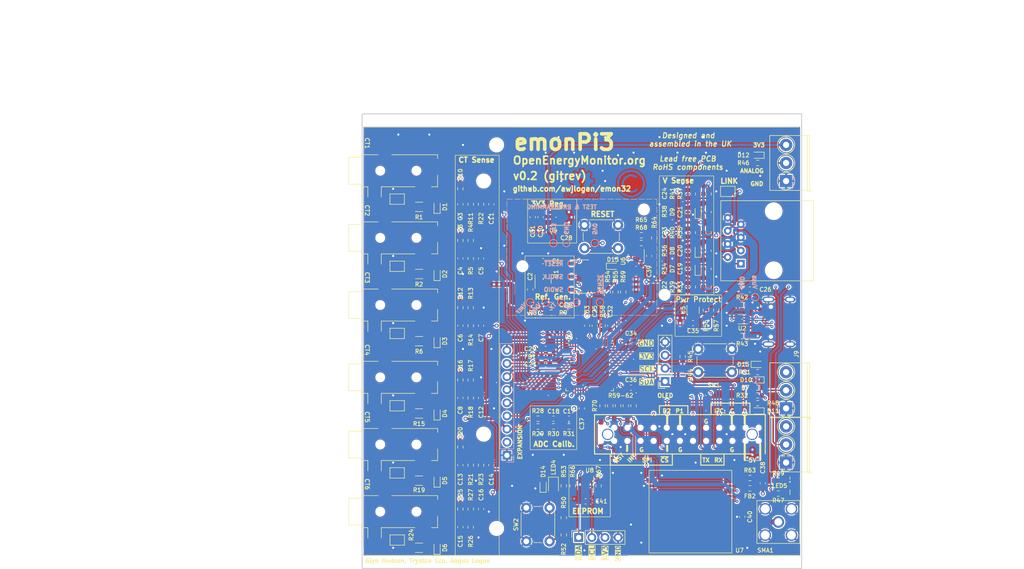
<source format=kicad_pcb>
(kicad_pcb (version 20221018) (generator pcbnew)
  (title_block (title "emonPi3") (date "2024-02-16") (rev "0.1") (company "OpenEnergyMonitor / Tilt Ltd"))
  (layers (0 "F.Cu" signal) (1 "In1.Cu" power) (2 "In2.Cu" power) (31 "B.Cu" signal) (34 "B.Paste" user) (35 "F.Paste" user) (36 "B.SilkS" user "B.Silkscreen") (37 "F.SilkS" user "F.Silkscreen") (38 "B.Mask" user) (39 "F.Mask" user) (44 "Edge.Cuts" user))
  (net 0 "")
  (net 1 "GND")
  (net 2 "+5V")
  (net 3 "/ANALOG_INPUT")
  (net 4 "/CT11")
  (net 5 "/CT10")
  (net 6 "/CT9")
  (net 7 "/CT8")
  (net 8 "/CT7")
  (net 9 "/VSENS1")
  (net 10 "/VSENS2")
  (net 11 "/VSENS3")
  (net 12 "/CT1")
  (net 13 "/CT2")
  (net 14 "/CT3")
  (net 15 "/CT4")
  (net 16 "/CT5")
  (net 17 "/CT6")
  (net 18 "Net-(C19-Pad2)")
  (net 19 "Net-(C20-Pad2)")
  (net 20 "Net-(C3-Pad2)")
  (net 21 "Net-(C4-Pad2)")
  (net 22 "Net-(C6-Pad2)")
  (net 23 "/VS1")
  (net 24 "/VS2")
  (net 25 "Net-(C8-Pad2)")
  (net 26 "/VS3")
  (net 27 "Net-(C21-Pad2)")
  (net 28 "/~{LCD_BUTTON}")
  (net 29 "Net-(U7-VDD)")
  (net 30 "+3V3")
  (net 31 "Net-(U3-VDDCORE)")
  (net 32 "Net-(GND_LINK1-B)")
  (net 33 "Net-(J9-CC1)")
  (net 35 "Net-(J9-CC2)")
  (net 39 "Net-(D1-A2)")
  (net 40 "Net-(D2-A2)")
  (net 41 "Net-(D3-A2)")
  (net 42 "Net-(D4-A2)")
  (net 43 "Net-(D5-A2)")
  (net 52 "Net-(U3-VDDANA)")
  (net 56 "/SWDIO")
  (net 57 "/SWCLK")
  (net 58 "/~{RESET}")
  (net 60 "Net-(LED4-A)")
  (net 61 "/USB_D+")
  (net 62 "/USB_D-")
  (net 63 "Net-(R29-Pad1)")
  (net 64 "/~{USER_BUTTON}")
  (net 65 "/~{LED_STATUS}")
  (net 66 "/RFM_SEL")
  (net 67 "/RFM_MOSI")
  (net 68 "/RFM_MISO")
  (net 69 "/~{LED_PROG}")
  (net 70 "/RFM_IRQ")
  (net 71 "/RFM_SCK")
  (net 72 "/RFM_RESET")
  (net 73 "/I2C_INT_SCL")
  (net 74 "/I2C_INT_SDA")
  (net 75 "Net-(CN1-Pin_2)")
  (net 76 "/I2C_EXT_SDA")
  (net 77 "/I2C_EXT_SCL")
  (net 78 "Net-(CN3-Pin_2)")
  (net 79 "/TEST_SENSE")
  (net 80 "Net-(D13-K)")
  (net 81 "Net-(U5-PR1)")
  (net 82 "/5V_VS")
  (net 83 "Net-(U6-+)")
  (net 84 "/CT12")
  (net 85 "/~{LED_USER1}")
  (net 86 "Net-(SMA1-In)")
  (net 91 "/RFM_MOSI_UC")
  (net 92 "/RFM_MISO_UC")
  (net 93 "/RFM_SCK_UC")
  (net 95 "/UART_DBG_TX0")
  (net 96 "/UART_DBG_RX0")
  (net 97 "/UART_DBG_TX1")
  (net 98 "/UART_DBG_RX1")
  (net 99 "/5V_USB")
  (net 100 "/OPA2")
  (net 101 "/~{DISABLE_EXT_INTF}")
  (net 102 "/RFM_SEL_UC")
  (net 103 "/V_{REF}")
  (net 104 "/V_{MID}")
  (net 105 "/VCAL_{LOW}")
  (net 106 "/VCAL_{HIGH}")
  (net 107 "/VSENS_{POL}")
  (net 109 "Net-(D6-A2)")
  (net 110 "/RFM_RESET_UC")
  (net 111 "Net-(C13-Pad2)")
  (net 112 "Net-(C15-Pad2)")
  (net 113 "Net-(JP1-B)")
  (net 114 "Net-(JP2-B)")
  (net 115 "Net-(JP3-B)")
  (net 116 "Net-(JP4-B)")
  (net 117 "Net-(JP5-B)")
  (net 118 "Net-(JP6-B)")
  (net 119 "Net-(LED5-K1)")
  (net 120 "Net-(D14-K)")
  (net 121 "Net-(D15-K)")
  (net 122 "Net-(CN2-Pin_2)")
  (net 123 "Net-(LED5-K2)")
  (net 124 "/OPA1_PU")
  (net 125 "/OPA1")
  (net 126 "/OPA2_PU")
  (net 127 "/REV1")
  (footprint "Resistor_SMD:R_0603_1608Metric" (layer "F.Cu") (at 178.5011 105.0036)
    (fp_text reference "R43")
    (fp_text value "5K1")
  )
  (footprint "Resistor_SMD:R_0603_1608Metric" (layer "F.Cu") (at 170 95.5 -90)
    (fp_text reference "R39")
    (fp_text value "3K3")
  )
  (footprint "MountingHole:MountingHole_2.1mm" (layer "F.Cu") (at 163.5 97)
    (fp_text reference "H7" hide)
    (fp_text value "MountingHole")
  )
  (footprint "Resistor_SMD:R_0603_1608Metric" (layer "F.Cu") (at 139.0011 122.5036 180)
    (fp_text reference "R29")
    (fp_text value "5K1")
  )
  (footprint "Resistor_SMD:R_0603_1608Metric" (layer "F.Cu") (at 124 113.5 -90)
    (fp_text reference "R16")
    (fp_text value "47K")
  )
  (footprint "Resistor_SMD:R_0603_1608Metric" (layer "F.Cu") (at 167 112.5 -90)
    (fp_text reference "R44")
    (fp_text value "1K")
  )
  (footprint "Resistor_SMD:R_0603_1608Metric" (layer "F.Cu") (at 168 88.5 -90)
    (fp_text reference "R36")
    (fp_text value "47K")
  )
  (footprint "Package_TO_SOT_SMD:SOT-23-5" (layer "F.Cu") (at 158 90 -90)
    (fp_text reference "U6")
    (fp_text value "MCP6546U")
  )
  (footprint "Capacitor_SMD:C_0603_1608Metric" (layer "F.Cu") (at 144.5011 84.5036 180)
    (fp_text reference "C28")
    (fp_text value "1uF")
  )
  (footprint "Resistor_SMD:R_0603_1608Metric" (layer "F.Cu") (at 172 85 -90)
    (fp_text reference "R35")
    (fp_text value "47K")
  )
  (footprint "MountingHole:MountingHole_2.1mm" (layer "F.Cu") (at 159.5 80.5)
    (fp_text reference "H5" hide)
    (fp_text value "MountingHole")
  )
  (footprint "RPi-SMD:REF-182688" (layer "F.Cu") (at 166.46 124.03 180)
    (fp_text reference "J11" hide)
    (fp_text value "Conn_02x13_Odd_Even")
  )
  (footprint "Capacitor_SMD:C_0603_1608Metric" (layer "F.Cu") (at 124 79.5 90)
    (fp_text reference "C3")
    (fp_text value "10uF")
  )
  (footprint "Capacitor_SMD:C_0603_1608Metric" (layer "F.Cu") (at 124 103 90)
    (fp_text reference "C6")
    (fp_text value "10uF")
  )
  (footprint "Capacitor_SMD:C_0603_1608Metric" (layer "F.Cu") (at 138.0011 82.0036 -90)
    (fp_text reference "C31")
    (fp_text value "100nF")
  )
  (footprint "Resistor_SMD:R_0603_1608Metric" (layer "F.Cu") (at 152.5 96.5 -90)
    (fp_text reference "R54")
    (fp_text value "1K")
  )
  (footprint "Package_DFN_QFN:QFN-64-1EP_9x9mm_P0.5mm_EP4.7x4.7mm" (layer "F.Cu") (at 149.0011 111.0036)
    (fp_text reference "U3")
    (fp_text value "ATSAMD21J17A-M")
  )
  (footprint "Connector_PinSocket_2.54mm:PinSocket_1x04_P2.54mm_Vertical" (layer "F.Cu") (at 146.8811 144.0036 90)
    (fp_text reference "J7" hide)
    (fp_text value "CONN_04PTH")
  )
  (footprint "Resistor_SMD:R_0603_1608Metric" (layer "F.Cu") (at 124 99.5 -90)
    (fp_text reference "R12")
    (fp_text value "47K")
  )
  (footprint "Resistor_SMD:R_0603_1608Metric" (layer "F.Cu") (at 180.0011 134.5036 180)
    (fp_text reference "FB2")
    (fp_text value "FerriteBead")
  )
  (footprint "Resistor_SMD:R_0603_1608Metric" (layer "F.Cu") (at 167 109 -90)
    (fp_text reference "R45")
    (fp_text value "10K")
  )
  (footprint "MountingHole:MountingHole_2.1mm" (layer "F.Cu") (at 136 91.5)
    (fp_text reference "H6" hide)
    (fp_text value "MountingHole")
  )
  (footprint "Capacitor_SMD:C_0603_1608Metric" (layer "F.Cu") (at 140.5 107.5)
    (fp_text reference "C29")
    (fp_text value "10uF")
  )
  (footprint "Package_TO_SOT_SMD:SOT-23-6" (layer "F.Cu") (at 140.0011 94.0036 90)
    (fp_text reference "U1")
    (fp_text value "MCP1501-10xCH")
  )
  (footprint "Capacitor_SMD:C_0603_1608Metric" (layer "F.Cu") (at 124 142 90)
    (fp_text reference "C15")
    (fp_text value "10uF")
  )
  (footprint "Capacitor_SMD:C_0603_1608Metric" (layer "F.Cu") (at 150 103 90)
    (fp_text reference "C25")
    (fp_text value "1uF")
  )
  (footprint "Diode_SMD:D_SOD-523" (layer "F.Cu") (at 153.5 91.5)
    (fp_text reference "D13")
    (fp_text value "ESD5Z3.3T5G")
  )
  (footprint "Capacitor_SMD:C_0603_1608Metric" (layer "F.Cu") (at 157 115)
    (fp_text reference "C36")
    (fp_text value "100nF")
  )
  (footprint "Jumper:SolderJumper-2_P1.3mm_Open_TrianglePad1.0x1.5mm" (layer "F.Cu") (at 111.775 118.5)
    (fp_text reference "JP4" hide)
    (fp_text value "SolderJumper_2_Open")
  )
  (footprint "Diode_SMD:D_SOD-523" (layer "F.Cu") (at 181.5 113.5 180)
    (fp_text reference "D10")
    (fp_text value "ESD5Z3.3T5G")
  )
  (footprint "Resistor_SMD:R_0603_1608Metric" (layer "F.Cu") (at 159 85.5 180)
    (fp_text reference "R65")
    (fp_text value "47K")
  )
  (footprint "Resistor_SMD:R_0603_1608Metric" (layer "F.Cu") (at 126 117 90)
    (fp_text reference "R18")
    (fp_text value "3K3")
  )
  (footprint "Capacitor_SMD:C_0603_1608Metric" (layer "F.Cu") (at 137.5 96 90)
    (fp_text reference "C2")
    (fp_text value "1n")
  )
  (footprint "Resistor_SMD:R_0603_1608Metric" (layer "F.Cu") (at 145.0011 122.5036 180)
    (fp_text reference "R31")
    (fp_text value "5K1")
  )
  (footprint "Package_TO_SOT_SMD:SOT-23-5" (layer "F.Cu") (at 142.5011 82.0036 180)
    (fp_text reference "U4")
    (fp_text value "AP2112K-3.3")
  )
  (footprint "Fiducial:Fiducial_0.75mm_Mask1.5mm" (layer "F.Cu") (at 182.0011 65.5036)
    (fp_text reference "FD3" hide)
    (fp_text value "FIDUCIAL1X2")
  )
  (footprint "Capacitor_SMD:C_0603_1608Metric" (layer "F.Cu") (at 124 90 90)
    (fp_text reference "C4")
    (fp_text value "10uF")
  )
  (footprint "Resistor_SMD:R_0603_1608Metric" (layer "F.Cu") (at 144 143.5 -90)
    (fp_text reference "R52")
    (fp_text value "10K")
  )
  (footprint "Capacitor_SMD:C_0603_1608Metric" (layer "F.Cu") (at 130 130 90)
    (fp_text reference "C14")
    (fp_text value "10n")
  )
  (footprint "Resistor_SMD:R_0603_1608Metric" (layer "F.Cu") (at 185.5 135.5)
    (fp_text reference "R47")
    (fp_text value "1K")
  )
  (footprint "Capacitor_SMD:C_0603_1608Metric" (layer "F.Cu") (at 124 117 90)
    (fp_text reference "C8")
    (fp_text value "10uF")
  )
  (footprint "Resistor_SMD:R_0603_1608Metric" (layer "F.Cu") (at 172.0011 95.5 90)
    (fp_text reference "R33")
    (fp_text value "47K")
  )
  (footprint "Resistor_SMD:R_1206_3216Metric" (layer "F.Cu") (at 116 106 180)
    (fp_text reference "R6")
    (fp_text value "6R8")
  )
  (footprint "Diode_SMD:D_SOD-523" (layer "F.Cu") (at 119.5 146 90)
    (fp_text reference "D6")
    (fp_text value "5V")
  )
  (footprint "Resistor_SMD:R_0603_1608Metric" (layer "F.Cu") (at 161.5 86 -90)
    (fp_text reference "R64")
    (fp_text value "47K")
  )
  (footprint "Diode_SMD:D_SOD-523" (layer "F.Cu") (at 181.5 119.5 180)
    (fp_text reference "D11")
    (fp_text value "ESD5Z3.3T5G")
  )
  (footprint "Capacitor_SMD:C_0603_1608Metric" (layer "F.Cu") (at 140.0011 90.5036)
    (fp_text reference "C1")
    (fp_text value "10uF")
  )
  (footprint "Resistor_SMD:R_0603_1608Metric" (layer "F.Cu") (at 153 118.5 90)
    (fp_text reference "R60" hide)
    (fp_text value "22R")
  )
  (footprint "Capacitor_SMD:C_0603_1608Metric" (layer "F.Cu") (at 168 85 -90)
    (fp_text reference "C23")
    (fp_text value "10n")
  )
  (footprint "Resistor_SMD:R_0603_1608Metric" (layer "F.Cu") (at 181.5 118 180)
    (fp_text reference "R48")
    (fp_text value "1K")
  )
  (footprint "Resistor_SMD:R_0603_1608Metric" (layer "F.Cu") (at 181.5 112)
    (fp_text reference "R51")
    (fp_text value "3K3")
  )
  (footprint "Resistor_SMD:R_0603_1608Metric" (layer "F.Cu") (at 154.5 118.5 -90)
    (fp_text reference "R61" hide)
    (fp_text value "22R")
  )
  (footprint "Button_Switch_THT:SW_PUSH_6mm" (layer "F.Cu") (at 154.5 88 180)
    (fp_text reference "SW3" hide)
    (fp_text value "SW_Push")
  )
  (footprint "Capacitor_SMD:C_0603_1608Metric" (layer "F.Cu") (at 139.5011 82.0036 -90)
    (fp_text reference "C30")
    (fp_text value "1uF")
  )
  (footprint "Capacitor_SMD:C_0603_1608Metric" (layer "F.Cu") (at 128 117 90)
    (fp_text reference "C12")
    (fp_text value "10n")
  )
  (footprint "Resistor_SMD:R_0603_1608Metric" (layer "F.Cu") (at 173.5011 100.0036 -90)
    (fp_text reference "R57")
    (fp_text value "10K")
  )
  (footprint "Resistor_SMD:R_0603_1608Metric" (layer "F.Cu") (at 124 86.5 -90)
    (fp_text reference "R3")
    (fp_text value "47K")
  )
  (footprint "Capacitor_SMD:C_0603_1608Metric" (layer "F.Cu") (at 153 103 90)
    (fp_text reference "C32")
    (fp_text value "10n")
  )
  (footprint "Resistor_SMD:R_0603_1608Metric" (layer "F.Cu") (at 126 86.5 -90)
    (fp_text reference "R4")
    (fp_text value "47K")
  )
  (footprint "Resistor_SMD:R_0603_1608Metric" (layer "F.Cu") (at 157.5 118.5 -90)
    (fp_text reference "R59" hide)
    (fp_text value "22R")
  )
  (footprint "Resistor_SMD:R_0603_1608Metric" (layer "F.Cu") (at 151.5 103 90)
    (fp_text reference "R58")
    (fp_text value "10K")
  )
  (footprint "Diode_SMD:D_SOD-523" (layer "F.Cu") (at 170 81 90)
    (fp_text reference "D9")
    (fp_text value "5V")
  )
  (footprint "valcon-usb:CSP-USC16-TR" (layer "F.Cu") (at 186.5011 102.0036 90)
    (fp_text reference "J9")
    (fp_text value "USB_C_Receptacle_USB2.0")
  )
  (footprint "Resistor_SMD:R_0603_1608Metric" (layer "F.Cu") (at 126 90 90)
    (fp_text reference "R5")
    (fp_text value "3K3")
  )
  (footprint "MountingHole:MountingHole_2.7mm_M2.5" (layer "F.Cu") (at 131 142.25)
    (fp_text reference "H4" hide)
    (fp_text value "MountingHole")
  )
  (footprint "Resistor_SMD:R_0603_1608Metric" (layer "F.Cu") (at 172 77.5 -90)
    (fp_text reference "R37")
    (fp_text value "47K")
  )
  (footprint "Diode_SMD:D_SOD-523" (layer "F.Cu") (at 119.5 93 90)
    (fp_text reference "D2")
    (fp_text value "5V")
  )
  (footprint "Button_Switch_THT:SW_PUSH_6mm" (layer "F.Cu") (at 170.0011 107.5036)
    (fp_text reference "SW1")
    (fp_text value "SW_Push")
  )
  (footprint "Diode_SMD:D_SOD-523" (layer "F.Cu") (at 119.5 106 90)
    (fp_text reference "D3")
    (fp_text value "5V")
  )
  (footprint "Resistor_SMD:R_0603_1608Metric" (layer "F.Cu") (at 159 87 180)
    (fp_text reference "R68")
    (fp_text value "1M")
  )
  (footprint "Resistor_SMD:R_0603_1608Metric" (layer "F.Cu") (at 140.5 109 180)
    (fp_text reference "FB1")
    (fp_text value "FerriteBead")
  )
  (footprint "Resistor_SMD:R_1206_3216Metric" (layer "F.Cu") (at 116 120 180)
    (fp_text reference "R15")
    (fp_text value "6R8")
  )
  (footprint "Resistor_SMD:R_0603_1608Metric" (layer "F.Cu") (at 126 113.5 -90)
    (fp_text reference "R17")
    (fp_text value "47K")
  )
  (footprint "Capacitor_SMD:C_0603_1608Metric" (layer "F.Cu") (at 172 81 90)
    (fp_text reference "C21")
    (fp_text value "10uF")
  )
  (footprint "Resistor_SMD:R_0603_1608Metric" (layer "F.Cu") (at 124 126.5 -90)
    (fp_text reference "R20")
    (fp_text value "47K")
  )
  (footprint "Package_TO_SOT_SMD:SOT-23-5" (layer "F.Cu") (at 148.2261 134.0036 -90)
    (fp_text reference "U8")
    (fp_text value "24FC08-OT")
  )
  (footprint "Capacitor_SMD:C_0603_1608Metric" (layer "F.Cu") (at 160.5 89.5 90)
    (fp_text reference "C39")
    (fp_text value "100nF")
  )
  (footprint "Capacitor_SMD:C_0603_1608Metric" (layer "F.Cu") (at 169.0011 102.5036)
    (fp_text reference "C35")
    (fp_text value "1uF")
  )
  (footprint "Resistor_SMD:R_0603_1608Metric" (layer "F.Cu") (at 128 130 90)
    (fp_text reference "R23")
    (fp_text value "3K3")
  )
  (footprint "Capacitor_SMD:C_0603_1608Metric" (layer "F.Cu") (at 148.5011 103.0036 90)
    (fp_text reference "C33")
    (fp_text value "100nF")
  )
  (footprint "MountingHole:MountingHole_2.7mm_M2.5" (layer "F.Cu") (at 128.5 75)
    (fp_text reference "H2" hide)
    (fp_text value "MountingHole")
  )
  (footprint "Capacitor_SMD:C_0603_1608Metric" (layer "F.Cu") (at 157.0011 106.0036)
    (fp_text reference "C34")
    (fp_text value "100nF")
  )
  (footprint "Diode_SMD:D_SOD-523" (layer "F.Cu") (at 170 88.5 90)
    (fp_text reference "D8")
    (fp_text value "5V")
  )
  (footprint "Resistor_SMD:R_0603_1608Metric" (layer "F.Cu") (at 145.7261 134.0036 90)
    (fp_text reference "R66")
    (fp_text value "3K3")
  )
  (footprint "Resistor_SMD:R_1206_3216Metric" (layer "F.Cu") (at 116 93 180)
    (fp_text reference "R2")
    (fp_text value "6R8")
  )
  (footprint "Resistor_SMD:R_0603_1608Metric" (layer "F.Cu") (at 185.5 133)
    (fp_text reference "R49")
    (fp_text value "1K")
  )
  (footprint "Resistor_SMD:R_0603_1608Metric" (layer "F.Cu") (at 126 79.5036 90)
    (fp_text reference "R11")
    (fp_text value "47K")
  )
  (footprint "Connector_Audio:Jack_3.5mm_CUI_SJ-3524-SMT_Horizontal" (layer "F.Cu") (at 111.0011 113.0036 90)
    (fp_text reference "J4" hide)
    (fp_text value "SJ-3524-SMT-TR")
  )
  (footprint "Diode_SMD:D_SOD-523" (layer "F.Cu") (at 181.5 110.5)
    (fp_text reference "D15")
    (fp_text value "ESD5Z3.3T5G")
  )
  (footprint "Fiducial:Fiducial_0.75mm_Mask1.5mm" (layer "F.Cu") (at 189.0011 146.5036)
    (fp_text reference "FD2" hide)
    (fp_text value "FIDUCIAL1X2")
  )
  (footprint "Resistor_SMD:R_0603_1608Metric" (layer "F.Cu") (at 171.5011 100.0036 90)
    (fp_text reference "R56")
    (fp_text value "10K")
  )
  (footprint "Capacitor_SMD:C_0603_1608Metric" (layer "F.Cu") (at 172 88.5 90)
    (fp_text reference "C20")
    (fp_text value "10uF")
  )
  (footprint "Resistor_SMD:R_0603_1608Metric" (layer "F.Cu") (at 126 99.5 -90)
    (fp_text reference "R13")
    (fp_text value "47K")
  )
  (footprint "Connector_PinSocket_2.54mm:PinSocket_1x04_P2.54mm_Vertical" (layer "F.Cu") (at 163.6 113.8 180)
    (fp_text reference "J8" hide)
    (fp_text value "CONN_04PTH")
  )
  (footprint "Jumper:SolderJumper-2_P1.3mm_Open_TrianglePad1.0x1.5mm" (layer "F.Cu") (at 111.775 91.5)
    (fp_text reference "JP2" hide)
    (fp_text value "SolderJumper_2_Open")
  )
  (footprint "Resistor_SMD:R_0603_1608Metric" (layer "F.Cu") (at 168 92 -90)
    (fp_text reference "R34")
    (fp_text value "47K")
  )
  (footprint "Resistor_SMD:R_1206_3216Metric" (layer "F.Cu") (at 116 133 180)
    (fp_text reference "R19")
    (fp_text value "6R8")
  )
  (footprint "Package_TO_SOT_SMD:SOT-583-8" (layer "F.Cu") (at 169.0011 100.0036 90)
    (fp_text reference "U5")
    (fp_text value "TPS2116DRLR")
  )
  (footprint "Capacitor_SMD:C_0603_1608Metric" (layer "F.Cu") (at 130 79.5 90)
    (fp_text reference "C11")
    (fp_text value "10n")
  )
  (footprint "Resistor_SMD:R_0603_1608Metric" (layer "F.Cu") (at 128 79.5 90)
    (fp_text reference "R22")
    (fp_text value "3K3")
  )
  (footprint "Connector_Audio:Jack_3.5mm_CUI_SJ-3524-SMT_Horizontal" (layer "F.Cu") (at 111.0011 86.0036 90)
    (fp_text reference "J2" hide)
    (fp_text value "SJ-3524-SMT-TR")
  )
  (footprint "Jumper:SolderJumper-2_P1.3mm_Open_TrianglePad1.0x1.5mm" (layer "F.Cu") (at 111.775 131.5)
    (fp_text reference "JP5" hide)
    (fp_text value "SolderJumper_2_Open")
  )
  (footprint "Resistor_SMD:R_1206_3216Metric" (layer "F.Cu") (at 116 80 180)
    (fp_text reference "R1")
    (fp_text value "6R8")
  )
  (footprint "Jumper:SolderJumper-2_P1.3mm_Open_TrianglePad1.0x1.5mm" (layer "F.Cu") (at 111.775 78.5)
    (fp_text reference "JP1" hide)
    (fp_text value "SolderJumper_2_Open")
  )
  (footprint "Resistor_SMD:R_0603_1608Metric" (layer "F.Cu") (at 126 103 90)
    (fp_text reference "R14")
    (fp_text value "3K3")
  )
  (footprint "Jumper:SolderJumper-2_P1.3mm_Open_TrianglePad1.0x1.5mm" (layer "F.Cu") (at 111.775 144.5)
    (fp_text reference "JP6" hide)
    (fp_text value "SolderJumper_2_Open")
  )
  (footprint "Resistor_SMD:R_1206_3216Metric" (layer "F.Cu") (at 116 146 180)
    (fp_text reference "R24")
    (fp_text value "6R8")
  )
  (footprint "Connector_RJ:RJ45_Amphenol_54602-x08_Horizontal" (layer "F.Cu") (at 178.25 91 90)
    (fp_text reference "RJ1" hide)
    (fp_text value "RJ45-8PTH")
  )
  (footprint "MountingHole:MountingHole_2.7mm_M2.5" (layer "F.Cu") (at 128.5 124)
    (fp_text reference "H3" hide)
    (fp_text value "MountingHole")
  )
  (footprint "Package_TO_SOT_SMD:SOT-666" (layer "F.Cu") (at 178.5011 101.7536 180)
    (fp_text reference "U2")
    (fp_text value "USBLC6-2P6")
  )
  (footprint "Capacitor_SMD:C_0603_1608Metric" (layer "F.Cu") (at 145.0011 121.0036)
    (fp_text reference "C17")
    (fp_text value "1n")
  )
  (footprint "Connector_Audio:Jack_3.5mm_CUI_SJ-3524-SMT_Horizontal" (layer "F.Cu") (at 111.0011 139.0036 90)
    (fp_text reference "J6" hide)
    (fp_text value "SJ-3524-SMT-TR")
  )
  (footprint "Connector_Audio:Jack_3.5mm_CUI_SJ-3524-SMT_Horizontal" (layer "F.Cu") (at 111.0011 99.0036 90)
    (fp_text reference "J3" hide)
    (fp_text value "SJ-3524-SMT-TR")
  )
  (footprint "Capacitor_SMD:C_0603_1608Metric" (layer "F.Cu") (at 178.5011 140.0036 90)
    (fp_text reference "C40")
    (fp_text value "100nF")
  )
  (footprint "Resistor_SMD:R_0603_1608Metric" (layer "F.Cu") (at 124 76.5 -90)
    (fp_text reference "R10")
    (fp_text value "47K")
  )
  (footprint "Capacitor_SMD:C_0603_1608Metric" (layer "F.Cu") (at 168.0011 77.5 -90)
    (fp_text reference "C24")
    (fp_text value "10n")
  )
  (footprint "rfm69cw:RFM69CW" (layer "F.Cu") (at 168.5011 139.0036 180)
    (fp_text reference "U7")
    (fp_text value "RFM69CW")
  )
  (footprint "Diode_SMD:D_SOD-523" (layer "F.Cu") (at 181.5 70 180)
    (fp_text reference "D12")
    (fp_text value "ESD5Z3.3T5G")
  )
  (footprint "Jumper:SolderJumper-2_P1.3mm_Open_TrianglePad1.0x1.5mm" (layer "F.Cu") (at 175.725 77)
    (fp_text reference "GND_LINK1" hide)
    (fp_text value "SOLDERJUMPERNC")
  )
  (footprint "Capacitor_SMD:C_0603_1608Metric" (layer "F.Cu") (at 141.5 99.0036)
    (fp_text reference "C10")
    (fp_text value "1n")
  )
  (footprint "Capacitor_SMD:C_0603_1608Metric" (layer "F.Cu") (at 148.2261 137.0036)
    (fp_text reference "C41")
    (fp_text value "100nF")
  )
  (footprint "Connector_Coaxial:SMA_Amphenol_132203-12_Horizontal" (layer "F.Cu") (at 185.5011 141.0036 -90)
    (fp_text reference "SMA1")
    (fp_text value "SMACONNECTOR")
  )
  (footprint "Resistor_SMD:R_0603_1608Metric" (layer "F.Cu") (at 126 130 90)
    (fp_text reference "R21")
    (fp_text value "47K")
  )
  (footprint "Resistor_SMD:R_0603_1608Metric" (layer "F.Cu") (at 181.5 116.5 180)
    (fp_text reference "R32")
    (fp_text value "3K3")
  )
  (footprint "Diode_SMD:D_SOD-523" (layer "F.Cu") (at 140 134 90)
    (fp_text reference "D14")
    (fp_text value "ESD5Z3.3T5G")
  )
  (footprint "Resistor_SMD:R_0603_1608Metric" (layer "F.Cu") (at 181.5 115 180)
    (fp_text reference "R7")
    (fp_text value "1K")
  )
  (footprint "Button_Switch_THT:SW_PUSH_6mm" (layer "F.Cu") (at 136.75 144.75 90)
    (fp_text reference "SW2")
    (fp_text value "SW_Push")
  )
  (footprint "Connector_Audio:Jack_3.5mm_CUI_SJ-3524-SMT_Horizontal" (layer "F.Cu") (at 111.0011 126.0036 90)
    (fp_text reference "J5" hide)
    (fp_text value "SJ-3524-SMT-TR")
  )
  (footprint "TerminalBlock_Phoenix:TerminalBlock_Phoenix_PT-1,5-3-3.5-H_1x03_P3.50mm_Horizontal" (layer "F.Cu") (at 187.0011 129.5 90)
    (fp_text reference "CN2" hide)
    (fp_text value "CONN_03SCREW")
  )
  (footprint "Capacitor_SMD:C_0603_1608Metric" (layer "F.Cu") (at 182.5 133.5 90)
    (fp_text reference "C38")
    (fp_text value "10uF")
  )
  (footprint "TerminalBlock_Phoenix:TerminalBlock_Phoenix_PT-1,5-3-3.5-H_1x03_P3.50mm_Horizontal" (layer "F.Cu") (at 187.0011 119.0036 90)
    (fp_text reference "CN1" hide)
    (fp_text value "CONN_03SCREW")
  )
  (footprint "Resistor_SMD:R_0603_1608Metric" (layer "F.Cu") (at 181.5 71.5 180)
    (fp_text reference "R46")
    (fp_text value "1K")
  )
  (footprint "LED_SMD:LED_0805_2012Metric" (layer "F.Cu") (at 142.0011 134.0036 -90)
    (fp_text reference "LED4")
    (fp_text value "Red 1.85V")
  )
  (footprint "Capacitor_SMD:C_0603_1608Metric" (layer "F.Cu") (at 124 130 90)
    (fp_text reference "C13")
    (fp_text value "10uF")
  )
  (footprint "LED_SMD:LED_LiteOn_LTST-S326" (layer "F.Cu") (at 188.75 134)
    (fp_text reference "LED5")
    (fp_text value "LED_Dual_KAK")
  )
  (footprint "Diode_SMD:D_SOD-523" (layer "F.Cu") (at 119.5 80 90)
    (fp_text reference "D1")
    (fp_text value "5V")
  )
  (footprint "Resistor_SMD:R_0603_1608Metric" (layer "F.Cu") (at 139.0011 121.0036 180)
    (fp_text reference "R28")
    (fp_text value "5K1")
  )
  (footprint "Connector_PinHeader_1.27mm:PinHeader_2x05_P1.27mm_Vertical_SMD" (layer "F.Cu") (at 147 93.5 180)
    (fp_text reference "J10" hide)
    (fp_text value "Conn_ARM_JTAG_SWD_10")
  )
  (footprint "Resistor_SMD:R_0603_1608Metric" (layer "F.Cu") (at 144.0011 134.0036 -90)
    (fp_text reference "R53")
    (fp_text value "1K")
  )
  (footprint "Resistor_SMD:R_0603_1608Metric" (layer "F.Cu") (at 170 77.5 90)
    (fp_text reference "R41")
    (fp_text value "3K3")
  )
  (footprint "Jumper:SolderJumper-2_P1.3mm_Open_TrianglePad1.0x1.5mm" (layer "F.Cu") (at 111.775 104.5)
    (fp_text reference "JP3" hide)
    (fp_text value "SolderJumper_2_Open")
  )
  (footprint "Capacitor_SMD:C_0603_1608Metric" (layer "F.Cu") (at 128 103 90)
    (fp_text reference "C7")
    (fp_text value "10n")
  )
  (footprint "Capacitor_SMD:C_0603_1608Metric" (layer "F.Cu") (at 147.5011 119.0036 -90)
    (fp_text reference "C37")
    (fp_text value "100nF")
  )
  (footprint "Capacitor_SMD:C_0603_1608Metric" (layer "F.Cu") (at 140.5 110.5 180)
    (fp_text reference "C27")
    (fp_text value "100nF")
  )
  (footprint "Diode_SMD:D_SOD-523" (layer "F.Cu") (at 119.5 133 90)
    (fp_text reference "D5")
    (fp_text value "5V")
  )
  (footprint "Resistor_SMD:R_0603_1608Metric" (layer "F.Cu") (at 141.5 100.5 180)
    (fp_text reference "R9")
    (fp_text value "10K")
  )
  (footprint "Capacitor_SMD:C_0603_1608Metric" (layer "F.Cu") (at 128 90 90)
    (fp_text reference "C5")
    (fp_text value "10n")
  )
  (footprint "Capacitor_SMD:C_0603_1608Metric" (layer "F.Cu") (at 172.0011 92 -90)
    (fp_text reference "C19")
    (fp_text value "10uF")
  )
  (footprint "Resistor_SMD:R_0603_1608Metric" (layer "F.Cu") (at 124 138.5 -90)
    (fp_text reference "R25")
    (fp_text value "47K")
  )
  (footprint "Capacitor_SMD:C_0603_1608Metric" (layer "F.Cu") (at 168 95.5 90)
    (fp_text reference "C22")
    (fp_text value "10n")
  )
  (footprint "Diode_SMD:D_SOD-523" (layer "F.Cu") (at 119.5 120 90)
    (fp_text reference "D4")
    (fp_text value "5V")
  )
  (footprint "Resistor_SMD:R_0603_1608Metric" (layer "F.Cu") (at 126 142 90)
    (fp_text reference "R26")
    (fp_text value "47K")
  )
  (footprint "Diode_SMD:D_SOD-523" (layer "F.Cu") (at 170 92 90)
    (fp_text reference "D7")
    (fp_text value "5V")
  )
  (footprint "Resistor_SMD:R_0603_1608Metric" (layer "F.Cu") (at 154 96.5 -90)
    (fp_text reference "R55")
    (fp_text value "10K")
  )
  (footprint "Capacitor_SMD:C_0603_1608Metric" (layer "F.Cu") (at 128 138.5 -90)
    (fp_text reference "C16")
    (fp_text value "10n")
  )
  (footprint "Resistor_SMD:R_0603_1608Metric" (layer "F.Cu") (at 180 132.5)
    (fp_text reference "R63")
    (fp_text value "47K")
  )
  (footprint "Resistor_SMD:R_0603_1608Metric" (layer "F.Cu") (at 155.5 96.5 -90)
    (fp_text reference "R69")
    (fp_text value "10K")
  )
  (footprint "Resistor_SMD:R_0603_1608Metric" (layer "F.Cu") (at 170 85 90)
    (fp_text reference "R40")
    (fp_text value "3K3")
  )
  (footprint "Resistor_SMD:R_0603_1608Metric" (layer "F.Cu") (at 150.7261 134.0036 90)
    (fp_text reference "R67")
    (fp_text value "3K3")
  )
  (footprint "Resistor_SMD:R_0603_1608Metric" (layer "F.Cu") (at 144 140.175 90)
    (fp_text reference "R50")
    (fp_text value "1K")
  )
  (footprint "TerminalBlock_Phoenix:TerminalBlock_Phoenix_PT-1,5-3-3.5-H_1x03_P3.50mm_Horizontal" (layer "F.Cu") (at 187.0011 75.0036 90)
    (fp_text reference "CN3" hide)
    (fp_text value "CONN_03SCREW")
  )
  (footprint "Connector_Audio:Jack_3.5mm_CUI_SJ-3524-SMT_Horizontal" (layer "F.Cu") (at 111.0011 73.0036 90)
    (fp_text reference "J1" hide)
    (fp_text value "SJ-3524-SMT-TR")
  )
  (footprint "Resistor_SMD:R_0603_1608Metric" (layer "F.Cu") (at 168 81 -90)
    (fp_text reference "R38")
    (fp_text value "47K")
  )
  (footprint "Fiducial:Fiducial_0.75mm_Mask1.5mm" (layer "F.Cu") (at 106.0011 146.5036)
    (fp_text reference "FD1" hide)
    (fp_text value "FIDUCIAL1X2")
  )
  (footprint "Capacitor_SMD:C_0603_1608Metric" (layer "F.Cu") (at 142.0011 121.0036)
    (fp_text reference "C18")
    (fp_text value "1n")
  )
  (footprint "MountingHole:MountingHole_2.7mm_M2.5" (layer "F.Cu") (at 131 68)
    (fp_text reference "H1" hide)
    (fp_text value "MountingHole")
  )
  (footprint "Resistor_SMD:R_0603_1608Metric" (layer "F.Cu") (at 126 138.5 -90)
    (fp_text reference "R27")
    (fp_text value "3K3")
  )
  (footprint "Resistor_SMD:R_0603_1608Metric" (layer "F.Cu") (at 142.0011 122.5036 180)
    (fp_text reference "R30")
    (fp_text value "5K1")
  )
  (footprint "Resistor_SMD:R_0603_1608Metric" (layer "F.Cu") (at 156 118.5 -90)
    (fp_text reference "R62" hide)
    (fp_text value "22R")
  )
  (footprint "Capacitor_SMD:C_0603_1608Metric" (layer "F.Cu") (at 180.0011 96.0036 180)
    (fp_text reference "C26")
    (fp_text value "1uF")
  )
  (footprint "Resistor_SMD:R_0603_1608Metric" (layer "F.Cu") (at 178.5011 99.0036)
    (fp_text reference "R42")
    (fp_text value "5K1")
  )
  (footprint "Resistor_SMD:R_0603_1608Metric" (layer "F.Cu") (at 151.5 118.5 -90)
    (fp_text reference "R70")
    (fp_text value "22R")
  )
  (footprint "Resistor_SMD:R_0603_1608Metric" (layer "F.Cu") (at 138 99 180)
    (fp_text reference "R8")
    (fp_text value "10K")
  )
  (footprint "TestPoint:TestPoint_Pad_D1.0mm" (layer "B.Cu") (at 146.5 98.5 -90)
    (fp_text reference "TP9" hide)
    (fp_text value "TestPoint")
  )
  (footprint "Symbol:OSHW-Logo2_7.3x6mm_Copper" (layer "B.Cu") (at 147.5 75.5 180)
    (fp_text reference "REF**" hide)
    (fp_text value "OSHW-Logo2_7.3x6mm_Copper" hide)
  )
  (footprint "TestPoint:TestPoint_Pad_D1.0mm" (layer "B.Cu") (at 144.5011 87.0036 180)
    (fp_text reference "TP13" hide)
    (fp_text value "TestPoint")
  )
  (footprint "Connector_PinSocket_2.54mm:PinSocket_1x09_P2.54mm_Vertical" (layer "B.Cu") (at 133 128.1)
    (fp_text reference "J12" hide)
    (fp_text value "PINHD-1X9")
  )
  (footprint "TestPoint:TestPoint_Pad_D1.0mm" (layer "B.Cu") (at 150 87.0036)
    (fp_text reference "TP4" hide)
    (fp_text value "TestPoint")
  )
  (footprint "TestPoint:TestPoint_Pad_D1.0mm" (layer "B.Cu") (at 181.0011 97.5036 180)
    (fp_text reference "TP3" hide)
    (fp_text value "TestPoint")
  )
  (footprint "TestPoint:TestPoint_Pad_D1.0mm" (layer "B.Cu") (at 137.5 98.5 180)
    (fp_text reference "TP1" hide)
    (fp_text value "TestPoint")
  )
  (footprint "TestPoint:TestPoint_Pad_D1.0mm" (layer "B.Cu") (at 140.5011 98.5036 180)
    (fp_text reference "TP2" hide)
    (fp_text value "TestPoint")
  )
  (footprint "TestPoint:TestPoint_Pad_D1.0mm" (layer "B.Cu") (at 178.5011 97.5036 180)
    (fp_text reference "TP12" hide)
    (fp_text value "TestPoint")
  )
  (footprint "TestPoint:TestPoint_Pad_D1.0mm" (layer "B.Cu") (at 145.5011 96.0036 180)
    (fp_text reference "TP8" hide)
    (fp_text value "TestPoint")
  )
  (footprint "TestPoint:TestPoint_Pad_D1.0mm" (layer "B.Cu") (at 145.5011 91.0036 180)
    (fp_text reference "TP6" hide)
    (fp_text value "TestPoint")
  )
  (footprint "Symbol:Symbol_CC-ShareAlike_CopperTop_Small" (layer "B.Cu") (at 157 75.5 180)
    (fp_text reference "REF**" hide)
    (fp_text value "Symbol_CC-ShareAlike_CopperTop_Small")
  )
  (footprint "TestPoint:TestPoint_Pad_D1.0mm" (layer "B.Cu") (at 142.0011 87.0036 180)
    (fp_text reference "TP5" hide)
    (fp_text value "TestPoint")
  )
  (footprint "TestPoint:TestPoint_Pad_D1.0mm" (layer "B.Cu") (at 143.5 98.5 -90)
    (fp_text reference "TP10" hide)
    (fp_text value "TestPoint")
  )
  (footprint "TestPoint:TestPoint_Pad_D1.0mm" (layer "B.Cu") (at 145.5011 93.5036 180)
    (fp_text reference "TP7" hide)
    (fp_text value "TestPoint")
  )
  (footprint "TestPoint:TestPoint_Pad_D1.0mm" (layer "B.Cu") (at 151 98.5 180)
    (fp_text reference "TP11" hide)
    (fp_text value "TestPoint")
  )
  (gr_rect (start 133 78.5) (end 162 101) (stroke (width 0.1) (type dash)) (fill none) (layer "B.SilkS"))
  (gr_rect (start 145.0011 130.0036) (end 153.0011 140.0036) (stroke (width 0.1)) (fill none) (layer "F.SilkS"))
  (gr_line (start 172.5 120) (end 172.5 118) (stroke (width 0.2)) (layer "F.SilkS"))
  (gr_line (start 162.5 118.5) (end 162.5 120) (stroke (width 0.2)) (layer "F.SilkS"))
  (gr_line (start 168 120) (end 168 118.5) (stroke (width 0.2)) (layer "F.SilkS"))
  (gr_line (start 176.5 120.5) (end 176.5 122) (stroke (width 0.4)) (layer "F.SilkS"))
  (gr_line (start 182 126) (end 182 129) (stroke (width 0.4)) (layer "F.SilkS"))
  (gr_line (start 172.5 118) (end 180 118) (stroke (width 0.2)) (layer "F.SilkS"))
  (gr_line (start 105.5 64.5) (end 189.5 64.5036) (stroke (width 0.15)) (layer "F.SilkS"))
  (gr_line (start 156.5 147.5) (end 189.5 147.5) (stroke (width 0.15)) (layer "F.SilkS"))
  (gr_line (start 179 129) (end 179 126) (stroke (width 0.4)) (layer "F.SilkS"))
  (gr_line (start 164 126.25) (end 164 127.25) (stroke (width 0.4)) (layer "F.SilkS"))
  (gr_rect (start 165.5236 97.065858) (end 174.5236 105.065858) (stroke (width 0.1)) (fill none) (layer "F.SilkS"))
  (gr_rect (start 162.5011 74.0036) (end 173.0011 97.0036) (stroke (width 0.1)) (fill none) (layer "F.SilkS"))
  (gr_line (start 153 130) (end 153 128) (stroke (width 0.2)) (layer "F.SilkS"))
  (gr_line (start 165 130) (end 165 128) (stroke (width 0.2)) (layer "F.SilkS"))
  (gr_rect (start 136.5011 89.5036) (end 146.0011 101.5036) (stroke (width 0.1)) (fill none) (layer "F.SilkS"))
  (gr_line (start 165 128) (end 165 128) (stroke (width 0.2)) (layer "F.SilkS"))
  (gr_line (start 166.5 120.5) (end 166.5 122) (stroke (width 0.4)) (layer "F.SilkS"))
  (gr_line (start 168 118.5) (end 162.5 118.5) (stroke (width 0.2)) (layer "F.SilkS"))
  (gr_line (start 180 118) (end 180 120) (stroke (width 0.2)) (layer "F.SilkS"))
  (gr_line (start 165 130) (end 153 130) (stroke (width 0.2)) (layer "F.SilkS"))
  (gr_line (start 164 120.5) (end 164 122) (stroke (width 0.4)) (layer "F.SilkS"))
  (gr_line (start 175 128) (end 175 130) (stroke (width 0.2)) (layer "F.SilkS"))
  (gr_rect (start 123.0011 70.0036) (end 131.5011 147.5036) (stroke (width 0.1)) (fill none) (layer "F.SilkS"))
  (gr_line (start 179 120.5) (end 179 122) (stroke (width 0.4)) (layer "F.SilkS"))
  (gr_rect (start 137.0011 78.5036) (end 146.5011 87.0036) (stroke (width 0.1)) (fill none) (layer "F.SilkS"))
  (gr_line (start 170.5 130) (end 170.5 128) (stroke (width 0.2)) (layer "F.SilkS"))
  (gr_line (start 156.25 126.25) (end 156.25 127.25) (stroke (width 0.4)) (layer "F.SilkS"))
  (gr_line (start 105.5 147.5) (end 143 147.5036) (stroke (width 0.15)) (layer "F.SilkS"))
  (gr_line (start 175 130) (end 170.5 130) (stroke (width 0.2)) (layer "F.SilkS"))
  (gr_rect (start 137.5011 118.5036) (end 146.5011 127.0036) (stroke (width 0.1)) (fill none) (layer "F.SilkS"))
  (gr_line (start 190.0011 150.0036) (end 190.0011 62.0036) (stroke (width 0.2)) (layer "Edge.Cuts"))
  (gr_line (start 105.0011 150.0036) (end 190.0011 150.0036) (stroke (width 0.2)) (layer "Edge.Cuts"))
  (gr_line (start 190.0011 62.0036) (end 105.0011 62.0036) (stroke (width 0.2)) (layer "Edge.Cuts"))
  (gr_line (start 105.0011 150.0036) (end 105.0011 62.0036) (stroke (width 0.2)) (layer "Edge.Cuts"))
  (gr_text "GND" (at 144.0011 85.5036 270) (layer "B.SilkS") (effects (font (size 0.8 0.8) (thickness 0.2) bold) (justify left bottom mirror)))
  (gr_text "V_{USB}" (at 180.5011 96.0036 270) (layer "B.SilkS") (effects (font (size 0.8 0.8) (thickness 0.2) bold) (justify left bottom mirror)))
  (gr_text "RX" (at 146 99 45) (layer "B.SilkS") (effects (font (size 0.8 0.8) (thickness 0.2) bold) (justify left bottom mirror)))
  (gr_text "5V0" (at 149.5 85.5036 270) (layer "B.SilkS") (effects (font (size 0.8 0.8) (thickness 0.2) bold) (justify left bottom mirror)))
  (gr_text "V_{REF}" (at 137 99 45) (layer "B.SilkS") (effects (font (size 0.8 0.8) (thickness 0.2) bold) (justify left bottom mirror)))
  (gr_text "TEST & PROGRAMMING" (at 150.5 80.5) (layer "B.SilkS") (effects (font (size 0.8 0.8) (thickness 0.25) bold) (justify left bottom mirror)))
  (gr_text "V_{MID}" (at 139.8011 99 45) (layer "B.SilkS") (effects (font (size 0.8 0.8) (thickness 0.2) bold) (justify left bottom mirror)))
  (gr_text "~{RESET}" (at 144.0011 91.5036) (layer "B.SilkS") (effects (font (size 0.8 0.8) (thickness 0.2) bold) (justify left bottom mirror)))
  (gr_text "~{SENSE}" (at 150.5 97 270) (layer "B.SilkS") (effects (font (size 0.8 0.8) (thickness 0.2) bold) (justify left bottom mirror)))
  (gr_text "SWDIO" (at 144.0011 96.5036) (layer "B.SilkS") (effects (font (size 0.8 0.8) (thickness 0.2) bold) (justify left bottom mirror)))
  (gr_text "GND" (at 178.0011 96.0036 270) (layer "B.SilkS") (effects (font (size 0.8 0.8) (thickness 0.2) bold) (justify left bottom mirror)))
  (gr_text "TX" (at 142.8 99 45) (layer "B.SilkS") (effects (font (size 0.8 0.8) (thickness 0.2) bold) (justify left bottom mirror)))
  (gr_text "3V3" (at 141.5011 85.5036 270) (layer "B.SilkS") (effects (font (size 0.8 0.8) (thickness 0.2) bold) (justify left bottom mirror)))
  (gr_text "SWCLK" (at 144.0011 94.0036) (layer "B.SilkS") (effects (font (size 0.8 0.8) (thickness 0.2) bold) (justify left bottom mirror)))
  (gr_text "C" (at 176 120) (layer "F.SilkS") (effects (font (size 0.8 0.8) (thickness 0.25) bold) (justify left bottom)))
  (gr_text "G" (at 166 127.5) (layer "F.SilkS") (effects (font (size 0.8 0.8) (thickness 0.25) bold) (justify left bottom)))
  (gr_text "~{CS}" (at 163.5 129.5) (layer "F.SilkS") (effects (font (size 0.8 0.8) (thickness 0.25) bold) (justify bottom)))
  (gr_text "Ref. Gen." (at 145.5 98) (layer "F.SilkS") (effects (font (size 1 1) (thickness 0.25) bold) (justify right bottom)))
  (gr_text "ANALOG" (at 178 73.5) (layer "F.SilkS") (effects (font (size 0.8 0.8) (thickness 0.25) bold) (justify left bottom)))
  (gr_text "github.com/awjlogan/emon32" (at 133.9989 76.4964) (layer "F.SilkS") (effects (font (size 1 1) (thickness 0.25) bold) (justify left)))
  (gr_text "Lead free PCB\nRoHS components\n" (at 168 71.5) (layer "F.SilkS") (effects (font (size 1 1) (thickness 0.2) bold italic)))
  (gr_text "SPI" (at 159 129.5) (layer "F.SilkS") (effects (font (size 0.8 0.8) (thickness 0.2) bold) (justify left bottom)))
  (gr_text "Designed and \nassembled in the UK" (at 168.5 67) (layer "F.SilkS") (effects (font (size 1 1) (thickness 0.2) bold italic)))
  (gr_text "INT" (at 157.5 129 45) (layer "F.SilkS") (effects (font (size 0.8 0.8) (thickness 0.25) bold) (justify bottom)))
  (gr_text "GND" (at 180.0011 76.0036) (layer "F.SilkS") (effects (font (size 0.8 0.8) (thickness 0.25) bold) (justify left bottom)))
  (gr_text "CT2" (at 105.5011 79.5036 -90) (layer "F.SilkS") (effects (font (size 0.8 0.8) (thickness 0.1524)) (justify left bottom)))
  (gr_text "GND" (at 154.5 145.5 90) (layer "F.SilkS" knockout) (effects (font (size 0.8 1)) (justify right)))
  (gr_text "OLED" (at 162 117) (layer "F.SilkS") (effects (font (size 0.8 0.8) (thickness 0.2) bold) (justify left bottom)))
  (gr_text "P1" (at 165.5 120) (layer "F.SilkS") (effects (font (size 0.8 0.8) (thickness 0.25) bold) (justify left bottom)))
  (gr_text "SCL" (at 161.5 112) (layer "F.SilkS" knockout) (effects (font (size 1 1)) (justify right bottom)))
  (gr_text "SDA" (at 146.8811 145.5 90) (layer "F.SilkS" knockout) (effects (font (size 1 1)) (justify right)))
  (gr_text "EEPROM" (at 145.5 139.5) (layer "F.SilkS") (effects (font (size 1 1) (thickness 0.25) bold) (justify left bottom)))
  (gr_text "emonPi3" (at 134 67.5) (layer "F.SilkS") (effects (font (size 3 3) (thickness 0.7) bold) (justify left)))
  (gr_text "CT5" (at 105.5011 119.5036 -90) (layer "F.SilkS") (effects (font (size 0.8 0.8) (thickness 0.1524)) (justify left bottom)))
  (gr_text "v0.2 (gitrev)" (at 134 74) (layer "F.SilkS") (effects (font (size 1.5 1.5) (thickness 0.32) bold) (justify left)))
  (gr_text "R59-62" (at 152.5 117) (layer "F.SilkS") (effects (font (size 0.8 0.8)) (justify left bottom)))
  (gr_text "D" (at 178.5 120) (layer "F.SilkS") (effects (font (size 0.8 0.8) (thickness 0.25) bold) (justify left bottom)))
  (gr_text "G" (at 171 122) (layer "F.SilkS") (effects (font (size 0.8 0.8) (thickness 0.25) bold) (justify left bottom)))
  (gr_text "GND" (at 161.5 107) (layer "F.SilkS" knockout) (effects (font (size 1 1)) (justify right bottom)))
  (gr_text "CT3" (at 105.5011 92.5036 -90) (layer "F.SilkS") (effects (font (size 0.8 0.8) (thickness 0.1524)) (justify left bottom)))
  (gr_text "5V" (at 180.5 129.5) (layer "F.SilkS") (effects (font (size 0.8 0.8) (thickness 0.25) bold) (justify bottom)))
  (gr_text "TX" (at 171.5 129.5) (layer "F.SilkS") (effects (font (size 0.8 0.8) (thickness 0.25) bold) (justify bottom)))
  (gr_text "RST" (at 155 129 45) (layer "F.SilkS") (effects (font (size 0.8 0.8) (thickness 0.25) bold) (justify bottom)))
  (gr_text "SCL" (at 149.5 145.5 90) (layer "F.SilkS" knockout) (effects (font (size 1 1)) (justify right)))
  (gr_text "OpenEnergyMonitor.org" (at 134 71) (layer "F.SilkS") (effects (font (size 1.5 1.5) (thickness 0.32) bold) (justify left)))
  (gr_text "LINK" (at 176 75) (layer "F.SilkS") (effects (font (size 1 1) (thickness 0.25) bold)))
  (gr_text "G" (at 176 127.5) (layer "F.SilkS") (effects (font (size 0.8 0.8) (thickness 0.25) bold) (justify left bottom)))
  (gr_text "G" (at 158.5 127.5) (layer "F.SilkS") (effects (font (size 0.8 0.8) (thickness 0.25) bold) (justify left bottom)))
  (gr_text "ADC Calib." (at 138.0011 126.5036) (layer "F.SilkS") (effects (font (size 1 1) (thickness 0.25) bold) (justify left bottom)))
  (gr_text "3V3" (at 161.5 109.5) (layer "F.SilkS" knockout) (effects (font (size 1 1)) (justify right bottom)))
  (gr_text "I^{2}C:" (at 173 120) (layer "F.SilkS") (effects (font (size 0.8 0.8) (thickness 0.25) bold) (justify left bottom)))
  (gr_text "CT Sense" (at 123.5 71.5) (layer "F.SilkS") (effects (font (size 1 1) (thickness 0.25) bold) (justify left bottom)))
  (gr_text "Pwr Protect" (at 165.5 98.5) (layer "F.SilkS") (effects (font (size 1 1) (thickness 0.2) bold) (justify left bottom)))
  (gr_text "SDA" (at 161.5 114.5) (layer "F.SilkS" knockout) (effects (font (size 1 1)) (justify right bottom)))
  (gr_text "CT6" (at 105.5011 132.5036 -90) (layer "F.SilkS") (effects (font (size 0.8 0.8) (thickness 0.1524)) (justify left bottom)))
  (gr_text "RESET" (at 151.5 82) (layer "F.SilkS") (effects (font (size 1 1) (thickness 0.25) bold) (justify bottom)))
  (gr_text "P2" (at 163 120) (layer "F.SilkS") (effects (font (size 0.8 0.8) (thickness 0.25) bold) (justify left bottom)))
  (gr_text "3V3" (at 180.5011 68.5036) (layer "F.SilkS") (effects (font (size 0.8 0.8) (thickness 0.25) bold) (justify left bottom)))
  (gr_text "3V3" (at 152 145.5 90) (layer "F.SilkS" knockout) (effects (font (size 1 1)) (justify right)))
  (gr_text "CT1" (at 105.5011 66.5036 -90) (layer "F.SilkS") (effects (font (size 0.8 0.8) (thickness 0.1524)) (justify left bottom)))
  (gr_text "V Sense" (at 163 75.5) (layer "F.SilkS") (effects (font (size 1 1) (thickness 0.25) bold) (justify left bottom)))
  (gr_text "CT4" (at 105.5011 106.5036 -90) (layer "F.SilkS") (effects (font (size 0.8 0.8) (thickness 0.1524)) (justify left bottom)))
  (gr_text "Glyn Hudson, Trystan Lea, Angus Logan" (at 105.5 148.5) (layer "F.SilkS") (effects (font (size 0.8 0.8) (thickness 0.25) bold) (justify left)))
  (gr_text "1" (at 151 96) (layer "F.SilkS") (effects (font (size 0.8 0.8) (thickness 0.2) bold)))
  (gr_text "RX" (at 173 129.5) (layer "F.SilkS") (effects (font (size 0.8 0.8) (thickness 0.25) bold) (justify left bottom)))
  (gr_text "EXPANSION" (at 136 129 90) (layer "F.SilkS") (effects (font (size 0.8 0.8) (thickness 0.25) bold) (justify left bottom)))
  (gr_text "3V3 Reg." (at 137.5 80) (layer "F.SilkS") (effects (font (size 1 1) (thickness 0.25) bold) (justify left bottom)))
  (segment (start 168.2511 100.7436) (end 168.2511 102.4786) (width 0.3) (layer "F.Cu") (net 1))
  (segment (start 144.5886 107.2536) (end 144.5886 107.7536) (width 0.2032) (layer "F.Cu") (net 1))
  (segment (start 182.5536 99.0536) (end 182 98.5) (width 0.5) (layer "F.Cu") (net 1))
  (segment (start 182.5464 105.4536) (end 182 106) (width 0.5) (layer "F.Cu") (net 1))
  (via (at 182 108) (size 0.8) (drill 0.4) (layers "F.Cu" "B.Cu") (net 1))
  (via (at 175.5 100.5) (size 0.8) (drill 0.4) (layers "F.Cu" "B.Cu") (net 1))
  (via (at 146.5 105.5) (size 0.6) (drill 0.2) (layers "F.Cu" "B.Cu") (net 1))
  (via (at 156.5011 104.5036) (size 0.6) (drill 0.2) (layers "F.Cu" "B.Cu") (net 1))
  (via (at 129.5 82) (size 0.8) (drill 0.4) (layers "F.Cu" "B.Cu") (net 1))
  (via (at 173.5011 93.5036) (size 0.8) (drill 0.4) (layers "F.Cu" "B.Cu") (net 1))
  (via (at 173.5 77.0036) (size 0.8) (drill 0.4) (layers "F.Cu" "B.Cu") (net 1))
  (via (at 144 128) (size 0.8) (drill 0.4) (layers "F.Cu" "B.Cu") (net 1))
  (via (at 156 102) (size 0.6) (drill 0.2) (layers "F.Cu" "B.Cu") (net 1))
  (via (at 112.0011 66.0036) (size 0.8) (drill 0.4) (layers "F.Cu" "B.Cu") (net 1))
  (via (at 156.5 107.5) (size 0.6) (drill 0.2) (layers "F.Cu" "B.Cu") (net 1))
  (via (at 151.5 73) (size 0.8) (drill 0.4) (layers "F.Cu" "B.Cu") (net 1))
  (via (at 175.5011 73.0036) (size 0.8) (drill 0.4) (layers "F.Cu" "B.Cu") (net 1))
  (via (at 151 129) (size 0.8) (drill 0.4) (layers "F.Cu" "B.Cu") (net 1))
  (via (at 165 82.5) (size 0.6) (drill 0.2) (layers "F.Cu" "B.Cu") (net 1))
  (via (at 165.0011 90.0036) (size 0.8) (drill 0.4) (layers "F.Cu" "B.Cu") (net 1))
  (via (at 124.0011 82) (size 0.8) (drill 0.4) (layers "F.Cu" "B.Cu") (net 1))
  (via (at 150.5 137) (size 0.8) (drill 0.4) (layers "F.Cu" "B.Cu") (net 1))
  (via (at 166 69.5) (size 0.8) (drill 0.4) (layers "F.Cu" "B.Cu") (net 1))
  (via (at 138.5 134.5) (size 0.8) (drill 0.4) (layers "F.Cu" "B.Cu") (net 1))
  (via (at 150 100) (size 0.8) (drill 0.4) (layers "F.Cu" "B.Cu") (net 1))
  (via (at 138.5 110.75) (size 0.8) (drill 0.4) (layers "F.Cu" "B.Cu") (net 1))
  (via (at 130.5011 119.0036) (size 0.8) (drill 0.4) (layers "F.Cu" "B.Cu") (net 1))
  (via (at 163 132) (size 0.8) (drill 0.4) (layers "F.Cu" "B.Cu") (net 1))
  (via (at 161.5 93.5) (size 0.8) (drill 0.4) (layers "F.Cu" "B.Cu") (net 1))
  (via (at 169.5 129.5) (size 0.8) (drill 0.4) (layers "F.Cu" "B.Cu") (net 1))
  (via (at 140.0011 94.0036) (size 0.6) (drill 0.2) (layers "F.Cu" "B.Cu") (net 1))
  (via (at 127 133) (size 0.8) (drill 0.4) (layers "F.Cu" "B.Cu") (net 1))
  (via (at 111 76.5) (size 0.8) (drill 0.4) (layers "F.Cu" "B.Cu") (net 1))
  (via (at 153.5 131.5) (size 0.8) (drill 0.4) (layers "F.Cu" "B.Cu") (net 1))
  (via (at 141 89.0036) (size 0.8) (drill 0.4) (layers "F.Cu" "B.Cu") (net 1))
  (via (at 146 110.25) (size 0.6) (drill 0.2) (layers "F.Cu" "B.Cu") (net 1))
  (via (at 111 146) (size 0.8) (drill 0.4) (layers "F.Cu" "B.Cu") (net 1))
  (via (at 141 116.5) (size 0.6) (drill 0.2) (layers "F.Cu" "B.Cu") (net 1))
  (via (at 132.5011 77.0036) (size 0.8) (drill 0.4) (layers "F.Cu" "B.Cu") (net 1))
  (via (at 171.5 69.5) (size 0.8) (drill 0.4) (layers "F.Cu" "B.Cu") (net 1))
  (via (at 139.5 124) (size 0.8) (drill 0.4) (layers "F.Cu" "B.Cu") (net 1))
  (via (at 167 86.5) (size 0.8) (drill 0.4) (layers "F.Cu" "B.Cu") (net 1))
  (via (at 159.5 134) (size 0.8) (drill 0.4) (layers "F.Cu" "B.Cu") (net 1))
  (via (at 124.5011 93) (size 0.8) (drill 0.4) (layers "F.Cu" "B.Cu") (net 1))
  (via (at 144 123.5) (size 0.6) (drill 0.2) (layers "F.Cu" "B.Cu") (net 1))
  (via (at 141.25 105.25) (size 0.8) (drill 0.4) (layers "F.Cu" "B.Cu") (net 1))
  (via (at 157 141.5) (size 0.8) (drill 0.4) (layers "F.Cu" "B.Cu") (net 1))
  (via (at 173.5 89) (size 0.8) (drill 0.4) (layers "F.Cu" "B.Cu") (net 1))
  (via (at 177 129) (size 0.8) (drill 0.4) (layers "F.Cu" "B.Cu") (net 1))
  (via (at 163 90.5) (size 0.6) (drill 0.2) (layers "F.Cu" "B.Cu") (net 1))
  (via (at 168 103.5) (size 0.6) (drill 0.2) (layers "F.Cu" "B.Cu") (net 1))
  (via (at 161.0011 107.5036) (size 0.6) (drill 0.2) (layers "F.Cu" "B.Cu") (net 1))
  (via (at 128 88) (size 0.8) (drill 0.4) (layers "F.Cu" "B.Cu") (net 1))
  (via (at 140.5011 69.5036) (size 0.8) (drill 0.4) (layers "F.Cu" "B.Cu") (net 1))
  (via (at 154.25 115) (size 0.6) (drill 0.2) (layers "F.Cu" "B.Cu") (net 1))
  (via (at 138 128) (size 0.8) (drill 0.4) (layers "F.Cu" "B.Cu") (net 1))
  (via (at 159 131.5) (size 0.8) (drill 0.4) (layers "F.Cu" "B.Cu") (net 1))
  (via (at 158 91.5) (size 0.6) (drill 0.2) (layers "F.Cu" "B.Cu") (net 1))
  (via (at 129.5 139) (size 0.8) (drill 0.4) (layers "F.Cu" "B.Cu") (net 1))
  (via (at 163 103) (size 0.8) (drill 0.4) (layers "F.Cu" "B.Cu") (net 1))
  (via (at 177.5 140) (size 0.8) (drill 0.4) (layers "F.Cu" "B.Cu") (net 1))
  (via (at 175.5 124) (size 0.8) (drill 0.4) (layers "F.Cu" "B.Cu") (net 1))
  (via (at 165 124) (size 0.8) (drill 0.4) (layers "F.Cu" "B.Cu") (net 1))
  (via (at 162.5011 66.5036) (size 0.8) (drill 0.4) (layers "F.Cu" "B.Cu") (net 1))
  (via (at 145 121.75) (size 0.6) (drill 0.2) (layers "F.Cu" "B.Cu") (net 1))
  (via (at 147.75 114.5) (size 0.6) (drill 0.2) (layers "F.Cu" "B.Cu") (net 1))
  (via (at 169 81.5) (size 0.8) (drill 0.4) (layers "F.Cu" "B.Cu") (net 1))
  (via (at 148.5 131.5) (size 0.6) (drill 0.2) (layers "F.Cu" "B.Cu") (net 1))
  (via (at 181.0011 106.5036) (size 0.8) (drill 0.4) (layers "F.Cu" "B.Cu") (net 1))
  (via (at 147.5 121) (size 0.6) (drill 0.2) (layers "F.Cu" "B.Cu") (net 1))
  (via (at 142.5011 82.0036) (size 0.6) (drill 0.2) (layers "F.Cu" "B.Cu") (net 1))
  (via (at 162.5 122.5) (size 0.8) (drill 0.4) (layers "F.Cu" "B.Cu") (net 1))
  (via (at 128 113) (size 0.8) (drill 0.4) (layers "F.Cu" "B.Cu") (net 1))
  (via (at 167.5 124) (size 0.8) (drill 0.4) (layers "F.Cu" "B.Cu") (net 1))
  (via (at 142.5 109) (size 0.6) (drill 0.2) (layers "F.Cu" "B.Cu") (net 1))
  (via (at 153 100) (size 0.6) (drill 0.2) (layers "F.Cu" "B.Cu") (net 1))
  (via (at 136.5011 102.0036) (size 0.8) (drill 0.4) (layers "F.Cu" "B.Cu") (net 1))
  (via (at 178.5011 101.7536) (size 0.6) (drill 0.2) (layers "F.Cu" "B.Cu") (net 1))
  (via (at 148.0011 146.5036) (size 0.8) (drill 0.4) (layers "F.Cu" "B.Cu") (net 1))
  (via (at 155 126.5) (size 0.8) (drill 0.4) (layers "F.Cu" "B.Cu") (net 1))
  (via (at 127.5 144) (size 0.8) (drill 0.4) (layers "F.Cu" "B.Cu") (net 1))
  (via (at 143.5 75.0036) (size 0.8) (drill 0.4) (layers "F.Cu" "B.Cu") (net 1))
  (via (at 124.5011 68.0036) (size 0.8) (drill 0.4) (layers "F.Cu" "B.Cu") (net 1))
  (via (at 128.5 99.5) (size 0.8) (drill 0.4) (layers "F.Cu" "B.Cu") (net 1))
  (via (at 152 112) (size 0.6) (drill 0.2) (layers "F.Cu" "B.Cu") (net 1))
  (via (at 130.0011 107.5036) (size 0.8) (drill 0.4) (layers "F.Cu" "B.Cu") (net 1))
  (via (at 131.0011 92.5036) (size 0.8) (drill 0.4) (layers "F.Cu" "B.Cu") (net 1))
  (via (at 136.0011 89.0036) (size 0.8) (drill 0.4) (layers "F.Cu" "B.Cu") (net 1))
  (via (at 162.5 79.5) (size 0.8) (drill 0.4) (layers "F.Cu" "B.Cu") (net 1))
  (via (at 143 120) (size 0.6) (drill 0.2) (layers "F.Cu" "B.Cu") (net 1))
  (via (at 173.5 103) (size 0.6) (drill 0.2) (layers "F.Cu" "B.Cu") (net 1))
  (via (at 171.5 116.5) (size 0.6) (drill 0.2) (layers "F.Cu" "B.Cu") (net 1))
  (via (at 152.0011 66.5036) (size 0.8) (drill 0.4) (layers "F.Cu" "B.Cu") (net 1))
  (via (at 111 116.5) (size 0.8) (drill 0.4) (layers "F.Cu" "B.Cu") (net 1))
  (via (at 154 90) (size 0.8) (drill 0.4) (layers "F.Cu" "B.Cu") (net 1))
  (via (at 179.5 146) (size 0.8) (drill 0.4) (layers "F.Cu" "B.Cu") (net 1))
  (via (at 150.25 107.5) (size 0.6) (drill 0.2) (layers "F.Cu" "B.Cu") (net 1))
  (via (at 157.5 109.5) (size 0.6) (drill 0.2) (layers "F.Cu" "B.Cu") (net 1))
  (via (at 159 145) (size 0.8) (drill 0.4) (layers "F.Cu" "B.Cu") (net 1))
  (via (at 182.0011 74) (size 0.8) (drill 0.4) (layers "F.Cu" "B.Cu") (net 1))
  (via (at 146.0011 69.5036) (size 0.8) (drill 0.4) (layers "F.Cu" "B.Cu") (net 1))
  (via (at 167 75.5) (size 0.8) (drill 0.4) (layers "F.Cu" "B.Cu") (net 1))
  (via (at 124.5011 107.5036) (size 0.8) (drill 0.4) (layers "F.Cu" "B.Cu") (net 1))
  (via (at 154.5011 70.0036) (size 0.8) (drill 0.4) (layers "F.Cu" "B.Cu") (net 1))
  (via (at 111 89.5) (size 0.8) (drill 0.4) (layers "F.Cu" "B.Cu") (net 1))
  (via (at 175.5 103) (size 0.8) (drill 0.4) (layers "F.Cu" "B.Cu") (net 1))
  (via (at 178.0011 69.5036) (size 0.8) (drill 0.4) (layers "F.Cu" "B.Cu") (net 1))
  (via (at 144.0011 100.5) (size 0.8) (drill 0.4) (layers "F.Cu" "B.Cu") (net 1))
  (via (at 167 95) (size 0.8) (drill 0.4) (layers "F.Cu" "B.Cu") (net 1))
  (via (at 134 134) (size 0.8) (drill 0.4) (layers "F.Cu" "B.Cu") (net 1))
  (via (at 132.5011 87.5036) (size 0.8) (drill 0.4) (layers "F.Cu" "B.Cu") (net 1))
  (via (at 171.0011 66.5036) (size 0.8) (drill 0.4) (layers "F.Cu" "B.Cu") (net 1))
  (via (at 167 79) (size 0.6) (drill 0.2) (layers "F.Cu" "B.Cu") (net 1))
  (via (at 118.0011 66.0036) (size 0.8) (drill 0.4) (layers "F.Cu" "B.Cu") (net 1))
  (via (at 158 116) (size 0.6) (drill 0.2) (layers "F.Cu" "B.Cu") (net 1))
  (via (at 111 129.5) (size 0.8) (drill 0.4) (layers "F.Cu" "B.Cu") (net 1))
  (via (at 152 75) (size 0.8) (drill 0.4) (layers "F.Cu" "B.Cu") (net 1))
  (via (at 138.5 101.5) (size 0.6) (drill 0.2) (layers "F.Cu" "B.Cu") (net 1))
  (via (at 157.5 69.5) (size 0.8) (drill 0.4) (layers "F.Cu" "B.Cu") (net 1))
  (via (at 111 102.5) (size 0.8) (drill 0.4) (layers "F.Cu" "B.Cu") (net 1))
  (via (at 152.5 107.75) (size 0.6) (drill 0.2) (layers "F.Cu" "B.Cu") (net 1))
  (via (at 137.5011 76.5036) (size 0.8) (drill 0.4) (layers "F.Cu" "B.Cu") (net 1))
  (via (at 131 114) (size 0.6) (drill 0.2) (layers "F.Cu" "B.Cu") (net 1))
  (via (at 171.5 119.5) (size 0.6) (drill 0.2) (layers "F.Cu" "B.Cu") (net 1))
  (via (at 143.0011 66.5036) (size 0.8) (drill 0.4) (layers "F.Cu" "B.Cu") (net 1))
  (segment (start 158.95 91.1375) (end 158.95 93.05) (width 0.254) (layer "F.Cu") (net 2))
  (segment (start 144.9511 81.0536) (end 145.0011 81.0036) (width 0.254) (layer "F.Cu") (net 2))
  (segment (start 160.5 91) (end 160.5 90.275) (width 0.254) (layer "F.Cu") (net 2))
  (segment (start 158.95 91.1375) (end 160.3625 91.1375) (width 0.254) (layer "F.Cu") (net 2))
  (segment (start 144.9511 82.9536) (end 145.0011 83.0036) (width 0.5) (layer "F.Cu") (net 2))
  (segment (start 160.3625 91.1375) (end 160.5 91) (width 0.254) (layer "F.Cu") (net 2))
  (segment (start 158.95 93.05) (end 158 94) (width 0.254) (layer "F.Cu") (net 2))
  (via (at 167 101.5) (size 0.8) (drill 0.4) (layers "F.Cu" "B.Cu") (net 2))
  (via (at 166 101.5) (size 0.8) (drill 0.4) (layers "F.Cu" "B.Cu") (net 2))
  (via (at 158 95) (size 0.8) (drill 0.4) (layers "F.Cu" "B.Cu") (net 2))
  (via (at 145.0011 83.0036) (size 0.8) (drill 0.4) (layers "F.Cu" "B.Cu") (net 2))
  (via (at 158 96) (size 0.8) (drill 0.4) (layers "F.Cu" "B.Cu") (net 2))
  (via (at 145.0011 81.0036) (size 0.8) (drill 0.4) (layers "F.Cu" "B.Cu") (net 2))
  (via (at 180.5 127) (size 0.8) (drill 0.4) (layers "F.Cu" "B.Cu") (net 2))
  (via (at 179.5 128.5) (size 0.8) (drill 0.4) (layers "F.Cu" "B.Cu") (net 2))
  (via (at 181.5 128.5) (size 0.8) (drill 0.4) (layers "F.Cu" "B.Cu") (net 2))
  (via (at 166.5 102.5) (size 0.8) (drill 0.4) (layers "F.Cu" "B.Cu") (net 2))
  (via (at 167.0011 100.5036) (size 0.8) (drill 0.4) (layers "F.Cu" "B.Cu") (net 2))
  (via (at 158 94) (size 0.8) (drill 0.4) (layers "F.Cu" "B.Cu") (net 2))
  (via (at 151.5 87) (size 0.8) (drill 0.4) (layers "F.Cu" "B.Cu") (net 2))
  (via (at 180.5 128) (size 0.8) (drill 0.4) (layers "F.Cu" "B.Cu") (net 2))
  (via (at 145.5 82) (size 0.8) (drill 0.4) (layers "F.Cu" "B.Cu") (net 2))
  (segment (start 151.5 87) (end 150.0036 87) (width 0.3) (layer "B.Cu") (net 2))
  (segment (start 145.7511 116.2489) (end 145.5 116.5) (width 0.2) (layer "F.Cu") (net 3))
  (segment (start 170.5047 71.5) (end 170.5 71.5047) (width 0.2) (layer "F.Cu") (net 3))
  (segment (start 180.675 71.5) (end 170.5047 71.5) (width 0.3) (layer "F.Cu") (net 3))
  (segment (start 145.7511 115.4161) (end 145.7511 116.2489) (width 0.2) (layer "F.Cu") (net 3))
  (via (at 145.5 116.5) (size 0.6) (drill 0.2) (layers "F.Cu" "B.Cu") (net 3))
  (via (at 170.5 71.5047) (size 0.6) (drill 0.2) (layers "F.Cu" "B.Cu") (net 3))
  (segment (start 149 114.5) (end 147.9964 115.5036) (width 0.3) (layer "B.Cu") (net 3))
  (segment (start 168 95.5011) (end 168 97.5) (width 0.3) (layer "B.Cu") (net 3))
  (segment (start 168 97.5) (end 164.99765 100.50235) (width 0.3) (layer "B.Cu") (net 3))
  (segment (start 152.00235 113.00235) (end 151.99765 113.00235) (width 0.3) (layer "B.Cu") (net 3))
  (segment (start 168.0011 74.0036) (end 168.0011 95.5) (width 0.3) (layer "B.Cu") (net 3))
  (segment (start 159.25235 105.75235) (end 152.00235 113.00235) (width 0.3) (layer "B.Cu") (net 3))
  (segment (start 151.99765 113.00235) (end 150.5 114.5) (width 0.3) (layer "B.Cu") (net 3))
  (segment (start 146.4964 115.5036) (end 145.5 116.5) (width 0.3) (layer "B.Cu") (net 3))
  (segment (start 163.50235 100.50235) (end 159.25235 104.75235) (width 0.3) (layer "B.Cu") (net 3))
  (segment (start 168.0011 95.5) (end 168 95.5011) (width 0.3) (layer "B.Cu") (net 3))
  (segment (start 150.5 114.5) (end 149 114.5) (width 0.3) (layer "B.Cu") (net 3))
  (segment (start 164.99765 100.50235) (end 163.50235 100.50235) (width 0.3) (layer "B.Cu") (net 3))
  (segment (start 168.0011 74.0036) (end 170.5 71.5047) (width 0.3) (layer "B.Cu") (net 3))
  (segment (start 159.25235 104.75235) (end 159.25235 105.75235) (width 0.3) (layer "B.Cu") (net 3))
  (segment (start 146.4964 115.5036) (end 147.9964 115.5036) (width 0.3) (layer "B.Cu") (net 3))
  (segment (start 140.5 112) (end 143.2547 112) (width 0.3) (layer "F.Cu") (net 4))
  (segment (start 135 117.5) (end 135.0047 117.5) (width 0.3) (layer "F.Cu") (net 4))
  (segment (start 134.56 117.94) (end 135 117.5) (width 0.3) (layer "F.Cu") (net 4))
  (segment (start 133 117.94) (end 134.56 117.94) (width 0.3) (layer "F.Cu") (net 4))
  (segment (start 135.0047 117.5) (end 140.5 112.0047) (width 0.3) (layer "F.Cu") (net 4))
  (segment (start 143.5011 111.7536) (end 144.5886 111.7536) (width 0.2) (layer "F.Cu") (net 4))
  (segment (start 140.5 112.0047) (end 140.5 112) (width 0.3) (layer "F.Cu") (net 4))
  (segment (start 143.2547 112) (end 143.5011 111.7536) (width 0.3) (layer "F.Cu") (net 4))
  (segment (start 142.7511 111.2536) (end 142.5011 111.5036) (width 0.3) (layer "F.Cu") (net 5))
  (segment (start 142.5011 111.5036) (end 139.5011 111.5036) (width 0.3) (layer "F.Cu") (net 5))
  (segment (start 133 115.4) (end 134.0924 114.3076) (width 0.3) (layer "F.Cu") (net 5))
  (segment (start 134.0924 114.3076) (end 136.6971 114.3076) (width 0.3) (layer "F.Cu") (net 5))
  (segment (start 144.5886 111.2536) (end 142.7511 111.2536) (width 0.2) (layer "F.Cu") (net 5))
  (segment (start 139.5011 111.5036) (end 136.6971 114.3076) (width 0.3) (layer "F.Cu") (net 5))
  (segment (start 144.5886 109.7536) (end 145.7511 109.7536) (width 0.2) (layer "F.Cu") (net 6))
  (segment (start 145.7511 109.7536) (end 146.0011 109.5036) (width 0.2) (layer "F.Cu") (net 6))
  (segment (start 133 112.86) (end 134.3564 111.5036) (width 0.3) (layer "F.Cu") (net 6))
  (segment (start 134.3564 111.5036) (end 138.0011 111.5036) (width 0.3) (layer "F.Cu") (net 6))
  (via (at 146.0011 109.5036) (size 0.6) (drill 0.2) (layers "F.Cu" "B.Cu") (net 6))
  (via (at 138.0011 111.5036) (size 0.6) (drill 0.2) (layers "F.Cu" "B.Cu") (net 6))
  (segment (start 138.0011 111.5036) (end 143.5011 111.5036) (width 0.3) (layer "B.Cu") (net 6))
  (segment (start 143.5011 111.5036) (end 145.5011 109.5036) (width 0.3) (layer "B.Cu") (net 6))
  (segment (start 145.5011 109.5036) (end 146.0011 109.5036) (width 0.3) (layer "B.Cu") (net 6))
  (segment (start 144.5886 109.2536) (end 145.505809 109.2536) (width 0.2) (layer "F.Cu") (net 7))
  (segment (start 145.982312 108.777097) (end 146.0011 108.777097) (width 0.2) (layer "F.Cu") (net 7))
  (segment (start 138.0011 110) (end 137.6811 110.32) (width 0.3) (layer "F.Cu") (net 7))
  (segment (start 137.6811 110.32) (end 133 110.32) (width 0.3) (layer "F.Cu") (net 7))
  (segment (start 145.505809 109.2536) (end 145.982312 108.777097) (width 0.2) (layer "F.Cu") (net 7))
  (via (at 138.0011 110) (size 0.6) (drill 0.2) (layers "F.Cu" "B.Cu") (net 7))
  (via (at 146.0011 108.777097) (size 0.6) (drill 0.2) (layers "F.Cu" "B.Cu") (net 7))
  (segment (start 138.0011 110) (end 142.777097 110) (width 0.3) (layer "B.Cu") (net 7))
  (segment (start 142.777097 110) (end 144 108.777097) (width 0.3) (layer "B.Cu") (net 7))
  (segment (start 144 108.777097) (end 146.0011 108.777097) (width 0.3) (layer "B.Cu") (net 7))
  (segment (start 145.2511 105.767315) (end 144.987385 105.5036) (width 0.2) (layer "F.Cu") (net 8))
  (segment (start 133.5 106) (end 133 106.5) (width 0.3) (layer "F.Cu") (net 8))
  (segment (start 145.2511 106.5911) (end 145.2511 105.767315) (width 0.2) (layer "F.Cu") (net 8))
  (segment (start 140 106) (end 133.5 106) (width 0.3) (layer "F.Cu") (net 8))
  (segment (start 133 106.5) (end 133 107.78) (width 0.3) (layer "F.Cu") (net 8))
  (via (at 140 106) (size 0.6) (drill 0.2) (layers "F.Cu" "B.Cu") (net 8))
  (via (at 144.987385 105.5036) (size 0.6) (drill 0.2) (layers "F.Cu" "B.Cu") (net 8))
  (segment (start 144.490985 106) (end 144.987385 105.5036) (width 0.3) (layer "B.Cu") (net 8))
  (segment (start 140 106) (end 144.490985 106) (width 0.3) (layer "B.Cu") (net 8))
  (segment (start 145.7511 112.2536) (end 146.0011 112.0036) (width 0.2) (layer "F.Cu") (net 9))
  (segment (start 160 94.5) (end 165 94.5) (width 0.3) (layer "F.Cu") (net 9))
  (segment (start 166.775 96.275) (end 168 96.275) (width 0.3) (layer "F.Cu") (net 9))
  (segment (start 157 90) (end 157 88.9125) (width 0.3) (layer "F.Cu") (net 9))
  (segment (start 156.5 90) (end 157 90) (width 0.3) (layer "F.Cu") (net 9))
  (segment (start 170 96.325) (end 168.05 96.325) (width 0.3) (layer "F.Cu") (net 9))
  (segment (start 165 94.5) (end 166.775 96.275) (width 0.3) (layer "F.Cu") (net 9))
  (segment (start 144.5886 112.2536) (end 145.7511 112.2536) (width 0.2) (layer "F.Cu") (net 9))
  (via (at 160 94.5) (size 0.8) (drill 0.4) (layers "F.Cu" "B.Cu") (net 9))
  (via (at 146.0011 112.0036) (size 0.6) (drill 0.2) (layers "F.Cu" "B.Cu") (net 9))
  (via (at 156.5 90) (size 0.6) (drill 0.2) (layers "F.Cu" "B.Cu") (net 9))
  (segment (start 151.991134 107.008866) (end 151.991134 105.008866) (width 0.3) (layer "B.Cu") (net 9))
  (segment (start 160 97) (end 160 92) (width 0.3) (layer "B.Cu") (net 9))
  (segment (start 148.50235 110.50235) (end 148.5 110.5) (width 0.3) (layer "B.Cu") (net 9))
  (segment (start 146.0011 112.0036) (end 147.0011 112.0036) (width 0.3) (layer "B.Cu") (net 9))
  (segment (start 148.5 110.5) (end 151.991134 107.008866) (width 0.3) (layer "B.Cu") (net 9))
  (segment (start 158 90) (end 156.5 90) (width 0.3) (layer "B.Cu") (net 9))
  (segment (start 160 92) (end 158 90) (width 0.3) (layer "B.Cu") (net 9))
  (segment (start 147.0011 112.0036) (end 148.50235 110.50235) (width 0.3) (layer "B.Cu") (net 9))
  (segment (start 151.991134 105.008866) (end 160 97) (width 0.3) (layer "B.Cu") (net 9))
  (segment (start 145.7511 112.7536) (end 146.0011 113.0036) (width 0.2) (layer "F.Cu") (net 10))
  (segment (start 144.5886 112.7536) (end 145.7511 112.7536) (width 0.2) (layer "F.Cu") (net 10))
  (segment (start 170 84.175) (end 168.05 84.175) (width 0.3) (layer "F.Cu") (net 10))
  (segment (start 164.0011 85) (end 167.225 85) (width 0.3) (layer "F.Cu") (net 10))
  (segment (start 167.225 85) (end 168 84.225) (width 0.3) (layer "F.Cu") (net 10))
  (via (at 164.0011 85) (size 0.8) (drill 0.4) (layers "F.Cu" "B.Cu") (net 10))
  (via (at 146.0011 113.0036) (size 0.6) (drill 0.2) (layers "F.Cu" "B.Cu") (net 10))
  (segment (start 164 92.5) (end 161.5 95) (width 0.3) (layer "B.Cu") (net 10))
  (segment (start 153.660351 107.405651) (end 148.562402 112.5036) (width 0.3) (layer "B.Cu") (net 10))
  (segment (start 164.0011 92.5) (end 164 92.5) (width 0.3) (layer "B.Cu") (net 10))
  (segment (start 147.5011 112.5036) (end 147.0011 113.0036) (width 0.3) (layer "B.Cu") (net 10))
  (segment (start 147.0011 113.0036) (end 146.0011 113.0036) (width 0.3) (layer "B.Cu") (net 10))
  (segment (start 153.660351 105.660351) (end 153.660351 107.405651) (width 0.3) (layer "B.Cu") (net 10))
  (segment (start 161.5 95) (end 161.5 97.820702) (width 0.3) (layer "B.Cu") (net 10))
  (segment (start 148.562402 112.5036) (end 147.5011 112.5036) (width 0.3) (layer "B.Cu") (net 10))
  (segment (start 164.0011 85) (end 164.0011 92.5) (width 0.3) (layer "B.Cu") (net 10))
  (segment (start 161.5 97.820702) (end 153.660351 105.660351) (width 0.3) (layer "B.Cu") (net 10))
  (segment (start 166 77) (end 167.7261 77) (width 0.3) (layer "F.Cu") (net 11))
  (segment (start 144.5886 113.2536) (end 145.2511 113.2536) (width 0.2) (layer "F.Cu") (net 11))
  (segment (start 145.2511 113.2536) (end 146.0011 114.0036) (width 0.2) (layer "F.Cu") (net 11))
  (segment (start 170 76.675) (end 168.0511 76.675) (width 0.3) (layer "F.Cu") (net 11))
  (via (at 166 77) (size 0.8) (drill 0.4) (layers "F.Cu" "B.Cu") (net 11))
  (via (at 146.0011 114.0036) (size 0.6) (drill 0.2) (layers "F.Cu" "B.Cu") (net 11))
  (segment (start 147.577 113.4266) (end 147 114.0036) (width 0.3) (layer "B.Cu") (net 11))
  (segment (start 163.410351 98.910351) (end 157.660351 104.660351) (width 0.3) (layer "B.Cu") (net 11))
  (segment (start 166 77) (end 166.001082 96) (width 0.3) (layer "B.Cu") (net 11))
  (segment (start 157.660351 105.339649) (end 151.0011 111.9989) (width 0.3) (layer "B.Cu") (net 11))
  (segment (start 151.0011 111.9989) (end 151.0011 112.0036) (width 0.3) (layer "B.Cu") (net 11))
  (segment (start 149.5781 113.4266) (end 147.577 113.4266) (width 0.3) (layer "B.Cu") (net 11))
  (segment (start 147 114.0036) (end 146.0011 114.0036) (width 0.3) (layer "B.Cu") (net 11))
  (segment (start 151.0011 112.0036) (end 149.5781 113.4266) (width 0.3) (layer "B.Cu") (net 11))
  (segment (start 166.001082 96) (end 166.001082 97.498918) (width 0.3) (layer "B.Cu") (net 11))
  (segment (start 157.660351 104.660351) (end 157.660351 105.339649) (width 0.3) (layer "B.Cu") (net 11))
  (segment (start 164.589649 98.910351) (end 163.410351 98.910351) (width 0.3) (layer "B.Cu") (net 11))
  (segment (start 166.001082 97.498918) (end 164.589649 98.910351) (width 0.3) (layer "B.Cu") (net 11))
  (segment (start 143 113.5) (end 143.7464 113.5) (width 0.2) (layer "F.Cu") (net 12))
  (segment (start 130 80.275) (end 131.2725 80.275) (width 0.3) (layer "F.Cu") (net 12))
  (segment (start 128 80.325) (end 129.95 80.325) (width 0.3) (layer "F.Cu") (net 12))
  (segment (start 131.2725 80.275) (end 132.5011 81.5036) (width 0.3) (layer "F.Cu") (net 12))
  (segment (start 143.7464 113.5) (end 144 113.7536) (width 0.2) (layer "F.Cu") (net 12))
  (segment (start 144 113.7536) (end 144.5886 113.7536) (width 0.2) (layer "F.Cu") (net 12))
  (via (at 143 113.5) (size 0.6) (drill 0.2) (layers "F.Cu" "B.Cu") (net 12))
  (via (at 132.5011 81.5036) (size 0.8) (drill 0.4) (layers "F.Cu" "B.Cu") (net 12))
  (segment (start 137.5 113) (end 142.5 113) (width 0.3) (layer "B.Cu") (net 12))
  (segment (start 136.5011 112.0011) (end 137.5 113) (width 0.3) (layer "B.Cu") (net 12))
  (segment (start 132.5011 84.5036) (end 133.49875 85.50125) (width 0.3) (layer "B.Cu") (net 12))
  (segment (start 133.49875 92.37065) (end 134.1281 93) (width 0.3) (layer "B.Cu") (net 12))
  (segment (start 134.1281 101.6306) (end 136.5011 104.0036) (width 0.3) (layer "B.Cu") (net 12))
  (segment (start 134.1281 93) (end 134.1281 101.6306) (width 0.3) (layer "B.Cu") (net 12))
  (segment (start 136.5011 104.0036) (end 136.5011 112.0011) (width 0.3) (layer "B.Cu") (net 12))
  (segment (start 133.49875 85.50125) (end 133.49875 92.37065) (width 0.3) (layer "B.Cu") (net 12))
  (segment (start 142.5 113) (end 143 113.5) (width 0.3) (layer "B.Cu") (net 12))
  (segment (start 132.5011 81.5036) (end 132.5011 84.5036) (width 0.3) (layer "B.Cu") (net 12))
  (segment (start 143 114.25) (end 143.7464 114.25) (width 0.2) (layer "F.Cu") (net 13))
  (segment (start 131.775 90.775) (end 132 91) (width 0.3) (layer "F.Cu") (net 13))
  (segment (start 126 90.825) (end 127.95 90.825) (width 0.3) (layer "F.Cu") (net 13))
  (segment (start 143.75 114.2536) (end 144.5886 114.2536) (width 0.2) (layer "F.Cu") (net 13))
  (segment (start 128 90.775) (end 131.775 90.775) (width 0.3) (layer "F.Cu") (net 13))
  (segment (start 143.7464 114.25) (end 143.75 114.2536) (width 0.2) (layer "F.Cu") (net 13))
  (via (at 143 114.25) (size 0.6) (drill 0.2) (layers "F.Cu" "B.Cu") (net 13))
  (via (at 132 91) (size 0.8) (drill 0.4) (layers "F.Cu" "B.Cu") (net 13))
  (segment (start 142.5 114) (end 142.75 114.25) (width 0.3) (layer "B.Cu") (net 13))
  (segment (start 132 91) (end 132 92.9989) (width 0.3) (layer "B.Cu") (net 13))
  (segment (start 135.5011 113.0036) (end 135.5011 104.5036) (width 0.3) (layer "B.Cu") (net 13))
  (segment (start 136.4975 114) (end 142.5 114) (width 0.3) (layer "B.Cu") (net 13))
  (segment (start 136.4975 114) (end 135.5011 113.0036) (width 0.3) (layer "B.Cu") (net 13))
  (segment (start 135.5011 104.5036) (end 133.0011 102.0036) (width 0.3) (layer "B.Cu") (net 13))
  (segment (start 142.75 114.25) (end 143 114.25) (width 0.3) (layer "B.Cu") (net 13))
  (segment (start 132 92.9989) (end 133.0011 94) (width 0.3) (layer "B.Cu") (net 13))
  (segment (start 133.0011 102.0036) (end 133.0011 94) (width 0.3) (layer "B.Cu") (net 13))
  (segment (start 129.5 103) (end 131 103) (width 0.3) (layer "F.Cu") (net 14))
  (segment (start 143.5036 115) (end 143.75 114.7536) (width 0.2) (layer "F.Cu") (net 14))
  (segment (start 126 103.825) (end 127.95 103.825) (width 0.3) (layer "F.Cu") (net 14))
  (segment (start 143 115) (end 143.5036 115) (width 0.2) (layer "F.Cu") (net 14))
  (segment (start 143.75 114.7536) (end 144.5886 114.7536) (width 0.2) (layer "F.Cu") (net 14))
  (segment (start 128 103.775) (end 128.725 103.775) (width 0.3) (layer "F.Cu") (net 14))
  (segment (start 128.725 103.775) (end 129.5 103) (width 0.3) (layer "F.Cu") (net 14))
  (via (at 143 115) (size 0.6) (drill 0.2) (layers "F.Cu" "B.Cu") (net 14))
  (via (at 131 103) (size 0.8) (drill 0.4) (layers "F.Cu" "B.Cu") (net 14))
  (segment (start 132.4975 103) (end 134.5011 105.0036) (width 0.3) (layer "B.Cu") (net 14))
  (segment (start 135.9975 115) (end 134.5011 113.5036) (width 0.3) (layer "B.Cu") (net 14))
  (segment (start 134.5011 113.5036) (end 134.5011 105.0036) (width 0.3) (layer "B.Cu") (net 14))
  (segment (start 143 115) (end 135.9975 115) (width 0.3) (layer "B.Cu") (net 14))
  (segment (start 131 103) (end 132.4975 103) (width 0.3) (layer "B.Cu") (net 14))
  (segment (start 135 109) (end 135.5 108.5) (width 0.3) (layer "F.Cu") (net 15))
  (segment (start 132 109) (end 135 109) (width 0.3) (layer "F.Cu") (net 15))
  (segment (start 146.7511 106.5911) (end 146.7511 107.2536) (width 0.2) (layer "F.Cu") (net 15))
  (segment (start 130 117) (end 130 111) (width 0.3) (layer "F.Cu") (net 15))
  (segment (start 146.7511 107.2536) (end 147.5011 108.0036) (width 0.2) (layer "F.Cu") (net 15))
  (segment (start 129.225 117.775) (end 130 117) (width 0.3) (layer "F.Cu") (net 15))
  (segment (start 135.5 108.5) (end 138 108.5) (width 0.3) (layer "F.Cu") (net 15))
  (segment (start 130 111) (end 132 109) (width 0.3) (layer "F.Cu") (net 15))
  (segment (start 126 117.825) (end 127.95 117.825) (width 0.3) (layer "F.Cu") (net 15))
  (segment (start 128 117.775) (end 129.225 117.775) (width 0.3) (layer "F.Cu") (net 15))
  (via (at 147.5011 108.0036) (size 0.6) (drill 0.2) (layers "F.Cu" "B.Cu") (net 15))
  (via (at 138 108.5) (size 0.6) (drill 0.2) (layers "F.Cu" "B.Cu") (net 15))
  (segment (start 142 108.5) (end 143.5 107) (width 0.3) (layer "B.Cu") (net 15))
  (segment (start 138 108.5) (end 142 108.5) (width 0.3) (layer "B.Cu") (net 15))
  (segment (start 143.5 107) (end 146.4975 107) (width 0.3) (layer "B.Cu") (net 15))
  (segment (start 146.4975 107) (end 147.5011 108.0036) (width 0.3) (layer "B.Cu") (net 15))
  (segment (start 146.2511 107.7536) (end 146.0011 108.0036) (width 0.2) (layer "F.Cu") (net 16))
  (segment (start 130 130.775) (end 128.05 130.775) (width 0.3) (layer "F.Cu") (net 16))
  (segment (start 130 130.775) (end 134.225 130.775) (width 0.3) (layer "F.Cu") (net 16))
  (segment (start 135 119.5) (end 141.75 112.75) (width 0.3) (layer "F.Cu") (net 16))
  (segment (start 135 130) (end 135 119.5) (width 0.3) (layer "F.Cu") (net 16))
  (segment (start 146.2511 106.5911) (end 146.2511 107.7536) (width 0.2) (layer "F.Cu") (net 16))
  (segment (start 141.75 112.75) (end 143.5 112.75) (width 0.3) (layer "F.Cu") (net 16))
  (segment (start 134.225 130.775) (end 135 130) (width 0.3) (layer "F.Cu") (net 16))
  (via (at 143.5 112.75) (size 0.6) (drill 0.2) (layers "F.Cu" "B.Cu") (net 16))
  (via (at 146.0011 108.0036) (size 0.6) (drill 0.2) (layers "F.Cu" "B.Cu") (net 16))
  (segment (start 147.0011 108.5011) (end 147.0011 109) (width 0.3) (layer "B.Cu") (net 16))
  (segment (start 146.0011 108.0036) (end 146.5036 108.0036) (width 0.3) (layer "B.Cu") (net 16))
  (segment (start 147 110.5) (end 146.5 111) (width 0.3) (layer "B.Cu") (net 16))
  (segment (start 147 109.0011) (end 147 110.5) (width 0.3) (layer "B.Cu") (net 16))
  (segment (start 146.5036 108.0036) (end 147.0011 108.5011) (width 0.3) (layer "B.Cu") (net 16))
  (segment (start 147.0011 109) (end 147 109.0011) (width 0.3) (layer "B.Cu") (net 16))
  (segment (start 146.5 111) (end 145.5047 111) (width 0.3) (layer "B.Cu") (net 16))
  (segment (start 143.7547 112.75) (end 145.5047 111) (width 0.3) (layer "B.Cu") (net 16))
  (segment (start 143.5 112.75) (end 143.7547 112.75) (width 0.3) (layer "B.Cu") (net 16))
  (segment (start 128 137.725) (end 126.05 137.725) (width 0.3) (layer "F.Cu") (net 17))
  (segment (start 144.9964 104.5036) (end 145 104.5) (width 0.2) (layer "F.Cu") (net 17))
  (segment (start 145 104.5) (end 145.7511 105.2511) (width 0.2) (layer "F.Cu") (net 17))
  (segment (start 140 104.5036) (end 130.0011 104.5036) (width 0.3) (layer "F.Cu") (net 17))
  (segment (start 128 137.725) (end 129.775 137.725) (width 0.3) (layer "F.Cu") (net 17))
  (segment (start 130.2511 135.2536) (end 130.2511 137.2489) (width 0.3) (layer "F.Cu") (net 17))
  (segment (start 130.0011 104.5036) (end 129.5011 105.0036) (width 0.3) (layer "F.Cu") (net 17))
  (segment (start 129.775 137.725) (end 130.2511 137.2489) (width 0.3) (layer "F.Cu") (net 17))
  (segment (start 145.7511 105.2511) (end 145.7511 106.5911) (width 0.2) (layer "F.Cu") (net 17))
  (via (at 130.2511 135.2536) (size 0.8) (drill 0.4) (layers "F.Cu" "B.Cu") (net 17))
  (via (at 129.5011 105.0036) (size 0.8) (drill 0.4) (layers "F.Cu" "B.Cu") (net 17))
  (via (at 140 104.5036) (size 0.6) (drill 0.2) (layers "F.Cu" "B.Cu") (net 17))
  (via (at 144.9964 104.5036) (size 0.6) (drill 0.2) (layers "F.Cu" "B.Cu") (net 17))
  (segment (start 130.2511 135.2536) (end 131.0011 134.5036) (width 0.3) (layer "B.Cu") (net 17))
  (segment (start 129.0011 120.5036) (end 129.0011 105.5036) (width 0.3) (layer "B.Cu") (net 17))
  (segment (start 129.0011 105.5036) (end 129.5011 105.0036) (width 0.3) (layer "B.Cu") (net 17))
  (segment (start 131.0011 122.5036) (end 129.0011 120.5036) (width 0.3) (layer "B.Cu") (net 17))
  (segment (start 131.0011 134.5036) (end 131.0011 122.5036) (width 0.3) (layer "B.Cu") (net 17))
  (segment (start 140 104.5036) (end 144.9964 104.5036) (width 0.3) (layer "B.Cu") (net 17))
  (segment (start 172.0011 92.775) (end 172.0011 94.675) (width 0.3) (layer "F.Cu") (net 18))
  (segment (start 169.85 94.675) (end 168 92.825) (width 0.3) (layer "F.Cu") (net 18))
  (segment (start 172.0011 94.675) (end 170 94.675) (width 0.3) (layer "F.Cu") (net 18))
  (segment (start 172 85.825) (end 172 87.725) (width 0.3) (layer "F.Cu") (net 19))
  (segment (start 172 85.825) (end 170 85.825) (width 0.3) (layer "F.Cu") (net 19))
  (segment (start 169.85 85.825) (end 168 87.675) (width 0.3) (layer "F.Cu") (net 19))
  (segment (start 126.0036 78.675) (end 128 78.675) (width 0.3) (layer "F.Cu") (net 20))
  (segment (start 125.9536 78.725) (end 124 78.725) (width 0.3) (layer "F.Cu") (net 20))
  (segment (start 124 78.725) (end 124 77.325) (width 0.3) (layer "F.Cu") (net 20))
  (segment (start 124 89.225) (end 124 87.325) (width 0.3) (layer "F.Cu") (net 21))
  (segment (start 124 89.225) (end 125.95 89.225) (width 0.3) (layer "F.Cu") (net 21))
  (segment (start 126 89.175) (end 126 87.325) (width 0.3) (layer "F.Cu") (net 21))
  (segment (start 124 102.225) (end 125.95 102.225) (width 0.3) (layer "F.Cu") (net 22))
  (segment (start 126 102.175) (end 126 100.325) (width 0.3) (layer "F.Cu") (net 22))
  (segment (start 124 100.325) (end 124 102.225) (width 0.3) (layer "F.Cu") (net 22))
  (segment (start 172.0011 91.225) (end 170.075 91.225) (width 0.3) (layer "F.Cu") (net 23))
  (segment (start 172.0011 91.225) (end 176.775 91.225) (width 0.3) (layer "F.Cu") (net 23))
  (segment (start 176.775 91.225) (end 177 91) (width 0.3) (layer "F.Cu") (net 23))
  (segment (start 177 91) (end 178.25 91) (width 0.3) (layer "F.Cu") (net 23))
  (segment (start 172.455 89.73) (end 175.71 89.73) (width 0.3) (layer "F.Cu") (net 24))
  (segment (start 171.475 89.275) (end 170 87.8) (width 0.3) (layer "F.Cu") (net 24))
  (segment (start 172 89.275) (end 171.475 89.275) (width 0.3) (layer "F.Cu") (net 24))
  (segment (start 172 89.275) (end 172.455 89.73) (width 0.3) (layer "F.Cu") (net 24))
  (segment (start 126 116.175) (end 126 114.325) (width 0.3) (layer "F.Cu") (net 25))
  (segment (start 124 116.225) (end 125.95 116.225) (width 0.3) (layer "F.Cu") (net 25))
  (segment (start 124 116.225) (end 124 114.325) (width 0.3) (layer "F.Cu") (net 25))
  (segment (start 173.7286 83.5036) (end 176.5011 83.5036) (width 0.3) (layer "F.Cu") (net 26))
  (segment (start 170 80.3) (end 170.525 80.3) (width 0.3) (layer "F.Cu") (net 26))
  (segment (start 170.525 80.3) (end 172 81.775) (width 0.3) (layer "F.Cu") (net 26))
  (segment (start 176.5011 83.5036) (end 177.0011 84.0036) (width 0.3) (layer "F.Cu") (net 26))
  (segment (start 173.7286 83.5036) (end 172 81.775) (width 0.3) (layer "F.Cu") (net 26))
  (segment (start 177.0011 84.0036) (end 177.0011 87.2111) (width 0.3) (layer "F.Cu") (net 26))
  (segment (start 177.0011 87.2111) (end 178.25 88.46) (width 0.3) (layer "F.Cu") (net 26))
  (segment (start 172 78.325) (end 170 78.325) (width 0.3) (layer "F.Cu") (net 27))
  (segment (start 169.85 78.325) (end 168 80.175) (width 0.3) (layer "F.Cu") (net 27))
  (segment (start 172.0011 78.4286) (end 172.0011 80.3286) (width 0.3) (layer "F.Cu") (net 27))
  (segment (start 168.325 113.325) (end 168.5 113.5) (width 0.3) (layer "F.Cu") (net 28))
  (segment (start 174.08 120) (end 174.08 121.31) (width 0.3) (layer "F.Cu") (net 28))
  (segment (start 167 113.325) (end 168.325 113.325) (width 0.3) (layer "F.Cu") (net 28))
  (via (at 174.08 120) (size 0.6) (drill 0.2) (layers "F.Cu" "B.Cu") (net 28))
  (via (at 168.5 113.5) (size 0.6) (drill 0.2) (layers "F.Cu" "B.Cu") (net 28))
  (segment (start 168.5 113.5) (end 169.5 114.5) (width 0.3) (layer "B.Cu") (net 28))
  (segment (start 174.08 115) (end 174.08 120) (width 0.3) (layer "B.Cu") (net 28))
  (segment (start 173.58 114.5) (end 174.08 115) (width 0.3) (layer "B.Cu") (net 28))
  (segment (start 169.5 114.5) (end 173.58 114.5) (width 0.3) (layer "B.Cu") (net 28))
  (segment (start 179.7511 135.0786) (end 179.1761 134.5036) (width 0.5) (layer "F.Cu") (net 29))
  (segment (start 179.7511 139.7536) (end 179.7511 135.0786) (width 0.5) (layer "F.Cu") (net 29))
  (segment (start 177.0011 143.0036) (end 178.5011 141.5036) (width 0.5) (layer "F.Cu") (net 29))
  (segment (start 179.1761 134.1489) (end 180.825 132.5) (width 0.3) (layer "F.Cu") (net 29))
  (segment (start 179.1761 134.5036) (end 179.1761 134.1489) (width 0.3) (layer "F.Cu") (net 29))
  (segment (start 178.5011 141.5036) (end 178.5011 140.7786) (width 0.5) (layer "F.Cu") (net 29))
  (segment (start 178.7261 140.7786) (end 179.7511 139.7536) (width 0.5) (layer "F.Cu") (net 29))
  (segment (start 176.0011 143.0036) (end 177.0011 143.0036) (width 0.5) (layer "F.Cu") (net 29))
  (segment (start 156.225 115) (end 155.4975 115) (width 0.3) (layer "F.Cu") (net 30))
  (segment (start 139.0011 90.2786) (end 139.2261 90.5036) (width 0.5) (layer "F.Cu") (net 30))
  (segment (start 139.725 107.5) (end 138.75 107.5) (width 0.3) (layer "F.Cu") (net 30))
  (segment (start 155 106.0011) (end 155 106.5) (width 0.3) (layer "F.Cu") (net 30))
  (segment (start 147.5 142.675) (end 150.6325 142.675) (width 0.3) (layer "F.Cu") (net 30))
  (segment (start 144 142.675) (end 147.5 142.675) (width 0.3) (layer "F.Cu") (net 30))
  (segment (start 139.725 107.5) (end 139.725 108.95) (width 0.3) (layer "F.Cu") (net 30))
  (segment (start 147.2511 115.4161) (end 147.2511 116.7536) (width 0.2) (layer "F.Cu") (net 30))
  (segment (start 155.0011 106) (end 155 106.0011) (width 0.3) (layer "F.Cu") (net 30))
  (segment (start 147.4511 142.6261) (end 147.5 142.675) (width 0.3) (layer "F.Cu") (net 30))
  (segment (start 182.5 135.5) (end 182.5 134.275) (width 0.5) (layer "F.Cu") (net 30))
  (segment (start 147.4511 137.0036) (end 147.4511 142.6261) (width 0.3) (layer "F.Cu") (net 30))
  (segment (start 149.2511 106.5911) (end 149.2511 105.2511) (width 0.2) (layer "F.Cu") (net 30))
  (segment (start 153.4136 107.2536) (end 154.2464 107.2536) (width 0.2) (layer "F.Cu") (net 30))
  (segment (start 153.4136 114.2536) (end 154.7511 114.2536) (width 0.2) (layer "F.Cu") (net 30))
  (segment (start 144.0011 134.8286) (end 144.0011 135.5011) (width 0.3) (layer "F.Cu") (net 30))
  (segment (start 182.5 134.275) (end 181.0547 134.275) (width 0.5) (layer "F.Cu") (net 30))
  (segment (start 140.9511 91.9511) (end 140.5 91.5) (width 0.2) (layer "F.Cu") (net 30))
  (segment (start 149 105) (end 149 104.2775) (width 0.2) (layer "F.Cu") (net 30))
  (segment (start 150.6325 142.675) (end 151.9611 144.0036) (width 0.3) (layer "F.Cu") (net 30))
  (segment (start 139.0511 92.8661) (end 139.0511 91.5) (width 0.5) (layer "F.Cu") (net 30))
  (segment (start 154.7511 114.2536) (end 155.0011 114.5036) (width 0.2) (layer "F.Cu") (net 30))
  (segment (start 181.0547 134.275) (end 180.8261 134.5036) (width 0.5) (layer "F.Cu") (net 30))
  (segment (start 140.5 91.5) (end 139.0511 91.5) (width 0.2) (layer "F.Cu") (net 30))
  (segment (start 155.4975 115) (end 155.0011 114.5036) (width 0.3) (layer "F.Cu") (net 30))
  (segment (start 156.2261 106.0036) (end 155.0047 106.0036) (width 0.3) (layer "F.Cu") (net 30))
  (segment (start 139.0011 84.5036) (end 139.0011 90.2786) (width 0.5) (layer "F.Cu") (net 30))
  (segment (start 154 95.675) (end 155.5 95.675) (width 0.3) (layer "F.Cu") (net 30))
  (segment (start 166.455 108.72) (end 167 108.175) (width 0.3) (layer "F.Cu") (net 30))
  (segment (start 154 94.5) (end 154 95.675) (width 0.3) (layer "F.Cu") (net 30))
  (segment (start 188.1 134) (end 182.775 134) (width 0.3) (layer "F.Cu") (net 30))
  (segment (start 149 104.2775) (end 148.5011 103.7786) (width 0.2) (layer "F.Cu") (net 30))
  (segment (start 147.5011 118.2286) (end 147.5011 117.0036) (width 0.3) (layer "F.Cu") (net 30))
  (segment (start 149.2511 105.2511) (end 149 105) (width 0.2) (layer "F.Cu") (net 30))
  (segment (start 138.75 107.5) (end 138.5 107.25) (width 0.3) (layer "F.Cu") (net 30))
  (segment (start 155.0047 106.0036) (end 155.0011 106) (width 0.3) (layer "F.Cu") (net 30))
  (segment (start 145.4975 136) (end 146.0011 136.5036) (width 0.3) (layer "F.Cu") (net 30))
  (segment (start 140.9511 92.8661) (end 140.9511 91.9511) (width 0.2) (layer "F.Cu") (net 30))
  (segment (start 149 97) (end 149 96.09) (width 0.3) (layer "F.Cu") (net 30))
  (segment (start 147.2511 116.7536) (end 147.5011 117.0036) (width 0.2) (layer "F.Cu") (net 30))
  (segment (start 139.0511 91.5) (end 139.0511 90.6786) (width 0.5) (layer "F.Cu") (net 30))
  (segment (start 163.6 108.72) (end 166.455 108.72) (width 0.3) (layer "F.Cu") (net 30))
  (segment (start 144.5 136) (end 145.4975 136) (width 0.3) (layer "F.Cu") (net 30))
  (segment (start 155 106.5) (end 154.2464 107.2536) (width 0.3) (layer "F.Cu") (net 30))
  (segment (start 144.0011 135.5011) (end 144.5 136) (width 0.3) (layer "F.Cu") (net 30))
  (via (at 146.0011 136.5036) (size 0.6) (drill 0.2) (layers "F.Cu" "B.Cu") (net 30))
  (via (at 140 84.5) (size 0.8) (drill 0.4) (layers "F.Cu" "B.Cu") (net 30))
  (via (at 149 105) (size 0.6) (drill 0.2) (layers "F.Cu" "B.Cu") (net 30))
  (via (at 147.5011 117.0036) (size 0.8) (drill 0.4) (layers "F.Cu" "B.Cu") (net 30))
  (via (at 148.5 101) (size 0.8) (drill 0.4) (layers "F.Cu" "B.Cu") (net 30))
  (via (at 146 119) (size 0.8) (drill 0.4) (layers "F.Cu" "B.Cu") (net 30))
  (via (at 149 97) (size 0.8) (drill 0.4) (layers "F.Cu" "B.Cu") (net 30))
  (via (at 138.5 107.25) (size 0.6) (drill 0.2) (layers "F.Cu" "B.Cu") (net 30))
  (via (at 155.0011 106) (size 0.6) (drill 0.2) (layers "F.Cu" "B.Cu") (net 30))
  (via (at 182.5 135.5) (size 0.8) (drill 0.4) (layers "F.Cu" "B.Cu") (net 30))
  (via (at 138.0011 84.5036) (size 0.8) (drill 0.4) (layers "F.Cu" "B.Cu") (net 30))
  (via (at 155.0011 114.5036) (size 0.6) (drill 0.2) (layers "F.Cu" "B.Cu") (net 30))
  (via (at 139.0011 84.5036) (size 0.8) (drill 0.4) (layers "F.Cu" "B.Cu") (net 30))
  (via (at 154 94.5) (size 0.6) (drill 0.2) (layers "F.Cu" "B.Cu") (net 30))
  (segment (start 149.0011 97.0011) (end 149 97) (width 0.3) (layer "B.Cu") (net 30))
  (segment (start 139.0011 84.5036) (end 138.0011 84.5036) (width 0.5) (layer "B.Cu") (net 30))
  (segment (start 151.4989 97.0011) (end 154 94.5) (width 0.3) (layer "B.Cu") (net 30))
  (segment (start 141.0011 84.5036) (end 141.0011 70.5036) (width 0.5) (layer "B.Cu") (net 30))
  (segment (start 139.0011 84.5036) (end 141.0011 84.5036) (width 0.5) (layer "B.Cu") (net 30))
  (segment (start 142.0011 85.5036) (end 141.0011 84.5036) (width 0.5) (layer "B.Cu") (net 30))
  (segment (start 141.0011 70.5036) (end 143.5011 68.0036) (width 0.5) (layer "B.Cu") (net 30))
  (segment (start 149.0011 97.0011) (end 151.4989 97.0011) (width 0.3) (layer "B.Cu") (net 30))
  (segment (start 142.0011 87.0036) (end 142.0011 85.5036) (width 0.5) (layer "B.Cu") (net 30))
  (segment (start 143.5011 68.0036) (end 187.0011 68.0036) (width 0.5) (layer "B.Cu") (net 30))
  (segment (start 148.5 101) (end 149.0011 100.4989) (width 0.5) (layer "B.Cu") (net 30))
  (segment (start 149.0011 100.4989) (end 149.0011 97.0011) (width 0.5) (layer "B.Cu") (net 30))
  (segment (start 149.7511 106.5911) (end 149.7511 104.7536) (width 0.2) (layer "F.Cu") (net 31))
  (segment (start 150.0011 104.5036) (end 150.0011 103.7786) (width 0.2) (layer "F.Cu") (net 31))
  (segment (start 149.7511 104.7536) (end 150.0011 104.5036) (width 0.2) (layer "F.Cu") (net 31))
  (segment (start 178 77) (end 176.45 77) (width 0.5) (layer "F.Cu") (net 32))
  (via (at 178 77) (size 0.8) (drill 0.4) (layers "F.Cu" "B.Cu") (net 32))
  (segment (start 177 83.36) (end 177 78) (width 0.5) (layer "B.Cu") (net 32))
  (segment (start 175.71 84.65) (end 177 83.36) (width 0.5) (layer "B.Cu") (net 32))
  (segment (start 177 78) (end 178 77) (width 0.5) (layer "B.Cu") (net 32))
  (segment (start 180.0011 103.5036) (end 179.3261 104.1786) (width 0.3) (layer "F.Cu") (net 33))
  (segment (start 183.0011 103.5036) (end 180.0011 103.5036) (width 0.3) (layer "F.Cu") (net 33))
  (segment (start 179.3261 104.1786) (end 179.3261 105.0036) (width 0.3) (layer "F.Cu") (net 33))
  (segment (start 181.5011 100.5036) (end 180.0011 99.0036) (width 0.2) (layer "F.Cu") (net 35))
  (segment (start 180.0011 99.0036) (end 179.3261 99.0036) (width 0.2) (layer "F.Cu") (net 35))
  (segment (start 183.0011 100.5036) (end 181.5011 100.5036) (width 0.2) (layer "F.Cu") (net 35))
  (segment (start 120.5 78.5) (end 122.2266 80.2266) (width 0.5) (layer "F.Cu") (net 39))
  (segment (start 120.5 78.5) (end 119.7 79.3) (width 0.5) (layer "F.Cu") (net 39))
  (segment (start 117.5 79.9625) (end 117.5 77.4025) (width 0.5) (layer "F.Cu") (net 39))
  (segment (start 122.2266 80.2266) (end 124 80.2266) (width 0.5) (layer "F.Cu") (net 39))
  (segment (start 116.8011 76.7036) (end 118.7036 76.7036) (width 0.5) (layer "F.Cu") (net 39))
  (segment (start 118.7036 76.7036) (end 120.5 78.5) (width 0.5) (layer "F.Cu") (net 39))
  (segment (start 119.7 79.3) (end 119.5 79.3) (width 0.5) (layer "F.Cu") (net 39))
  (segment (start 117.5 92.9625) (end 117.5 90.4025) (width 0.5) (layer "F.Cu") (net 40))
  (segment (start 124 90.775) (end 120.275 90.775) (width 0.5) (layer "F.Cu") (net 40))
  (segment (start 120.275 90.775) (end 119.2036 89.7036) (width 0.5) (layer "F.Cu") (net 40))
  (segment (start 119.2036 89.7036) (end 116.8011 89.7036) (width 0.5) (layer "F.Cu") (net 40))
  (segment (start 119.5 91.55) (end 119.5 92.3) (width 0.5) (layer "F.Cu") (net 40))
  (segment (start 120.275 90.775) (end 119.5 91.55) (width 0.5) (layer "F.Cu") (net 40))
  (segment (start 120.275 103.775) (end 119.5 104.55) (width 0.5) (layer "F.Cu") (net 41))
  (segment (start 119.2036 102.7036) (end 116.8011 102.7036) (width 0.5) (layer "F.Cu") (net 41))
  (segment (start 117.5 105.9625) (end 117.5 103.4025) (width 0.5) (layer "F.Cu") (net 41))
  (segment (start 120.275 103.775) (end 119.2036 102.7036) (width 0.5) (layer "F.Cu") (net 41))
  (segment (start 124 103.775) (end 120.275 103.775) (width 0.5) (layer "F.Cu") (net 41))
  (segment (start 119.5 104.55) (end 119.5 105.3) (width 0.5) (layer "F.Cu") (net 41))
  (segment (start 120.275 117.775) (end 119.5 118.55) (width 0.5) (layer "F.Cu") (net 42))
  (segment (start 117.5 119.9625) (end 117.5 117.4025) (width 0.5) (layer "F.Cu") (net 42))
  (segment (start 120.275 117.775) (end 119.2036 116.7036) (width 0.5) (layer "F.Cu") (net 42))
  (segment (start 119.5 118.55) (end 119.5 119.3) (width 0.5) (layer "F.Cu") (net 42))
  (segment (start 119.2036 116.7036) (end 116.8011 116.7036) (width 0.5) (layer "F.Cu") (net 42))
  (segment (start 124 117.775) (end 120.275 117.775) (width 0.5) (layer "F.Cu") (net 42))
  (segment (start 119.2036 129.7036) (end 116.8011 129.7036) (width 0.5) (layer "F.Cu") (net 43))
  (segment (start 117.4625 133) (end 117.4625 130.365) (width 0.5) (layer "F.Cu") (net 43))
  (segment (start 120.275 130.775) (end 119.5 131.55) (width 0.5) (layer "F.Cu") (net 43))
  (segment (start 124 130.775) (end 120.275 130.775) (width 0.5) (layer "F.Cu") (net 43))
  (segment (start 119.5 131.55) (end 119.5 132.3) (width 0.5) (layer "F.Cu") (net 43))
  (segment (start 120.275 130.775) (end 119.2036 129.7036) (width 0.5) (layer "F.Cu") (net 43))
  (segment (start 141.275 110.5) (end 141.275 109.05) (width 0.3) (layer "F.Cu") (net 52))
  (segment (start 142 110.5036) (end 141.9964 110.5) (width 0.2) (layer "F.Cu") (net 52))
  (segment (start 142.7511 110.7536) (end 142.5011 110.5036) (width 0.2) (layer "F.Cu") (net 52))
  (segment (start 142 110.5036) (end 141.6886 110.5036) (width 0.2) (layer "F.Cu") (net 52))
  (segment (start 144.5886 110.7536) (end 142.7511 110.7536) (width 0.2) (layer "F.Cu") (net 52))
  (segment (start 141.9964 110.5) (end 141.275 110.5) (width 0.2) (layer "F.Cu") (net 52))
  (segment (start 142.5011 110.5036) (end 142 110.5036) (width 0.2) (layer "F.Cu") (net 52))
  (segment (start 148.2511 105.458839) (end 147.1741 104.381839) (width 0.2) (layer "F.Cu") (net 56))
  (segment (start 146.54 96.04) (end 146.9741 96.4741) (width 0.2) (layer "F.Cu") (net 56))
  (segment (start 147.1741 96.6741) (end 146.9741 96.4741) (width 0.2) (layer "F.Cu") (net 56))
  (segment (start 148.2511 106.5911) (end 148.2511 105.458839) (width 0.2) (layer "F.Cu") (net 56))
  (segment (start 147.1741 104.381839) (end 147.1741 96.6741) (width 0.2) (layer "F.Cu") (net 56))
  (segment (start 145.05 96.04) (end 146.54 96.04) (width 0.2) (layer "F.Cu") (net 56))
  (via (at 146.9741 96.4741) (size 0.6) (drill 0.2) (layers "F.Cu" "B.Cu") (net 56))
  (segment (start 145.5011 96.0036) (end 146.5036 96.0036) (width 0.2) (layer "B.Cu") (net 56))
  (segment (start 146.5036 96.0036) (end 146.9741 96.4741) (width 0.2) (layer "B.Cu") (net 56))
  (segment (start 147 95) (end 146.77 94.77) (width 0.2) (layer "F.Cu") (net 57))
  (segment (start 148.7511 106.5911) (end 148.7511 105.496391) (width 0.2) (layer "F.Cu") (net 57))
  (segment (start 147.5011 104.246391) (end 147.5011 95.5011) (width 0.2) (layer "F.Cu") (net 57))
  (segment (start 146.77 94.77) (end 145.05 94.77) (width 0.2) (layer "F.Cu") (net 57))
  (segment (start 147.5011 95.5011) (end 147 95) (width 0.2) (layer "F.Cu") (net 57))
  (segment (start 148.7511 105.496391) (end 147.5011 104.246391) (width 0.2) (layer "F.Cu") (net 57))
  (via (at 147 95) (size 0.6) (drill 0.2) (layers "F.Cu" "B.Cu") (net 57))
  (segment (start 146.4964 93.5036) (end 145.5011 93.5036) (width 0.2) (layer "B.Cu") (net 57))
  (segment (start 147 94) (end 146.5 93.5) (width 0.2) (layer "B.Cu") (net 57))
  (segment (start 146.5 93.5) (end 146.4964 93.5036) (width 0.2) (layer "B.Cu") (net 57))
  (segment (start 147 95) (end 147 94) (width 0.2) (layer "B.Cu") (net 57))
  (segment (start 152.298 98.202) (end 152.298 101) (width 0.3) (layer "F.Cu") (net 58))
  (segment (start 146.54 90.96) (end 147 90.5) (width 0.2) (layer "F.Cu") (net 58))
  (segment (start 153 103.775) (end 152.298 103.073) (width 0.2) (layer "F.Cu") (net 58))
  (segment (start 151.2511 106.5911) (end 151.2511 105.5239) (width 0.2) (layer "F.Cu") (net 58))
  (segment (start 152.5 98) (end 152.298 98.202) (width 0.3) (layer "F.Cu") (net 58))
  (segment (start 151.5 96.325) (end 152.5 97.325) (width 0.3) (layer "F.Cu") (net 58))
  (segment (start 161.38 120) (end 161.38 121.31) (width 0.3) (layer "F.Cu") (net 58))
  (segment (start 152.5 97.325) (end 154 97.325) (width 0.3) (layer "F.Cu") (net 58))
  (segment (start 147.5 90) (end 151 90) (width 0.3) (layer "F.Cu") (net 58))
  (segment (start 145.05 90.96) (end 146.54 90.96) (width 0.2) (layer "F.Cu") (net 58))
  (segment (start 151.5 90.5) (end 151.5 96.325) (width 0.3) (layer "F.Cu") (net 58))
  (segment (start 151.2511 105.5239) (end 153 103.775) (width 0.2) (layer "F.Cu") (net 58))
  (segment (start 151 90) (end 151.5 90.5) (width 0.3) (layer "F.Cu") (net 58))
  (segment (start 152.5 97.325) (end 152.5 98) (width 0.3) (layer "F.Cu") (net 58))
  (segment (start 147 90.5) (end 147.5 90) (width 0.3) (layer "F.Cu") (net 58))
  (segment (start 152.298 103.073) (end 152.298 101) (width 0.2) (layer "F.Cu") (net 58))
  (via (at 161.38 120) (size 0.6) (drill 0.2) (layers "F.Cu" "B.Cu") (net 58))
  (via (at 147 90.5) (size 0.6) (drill 0.2) (layers "F.Cu" "B.Cu") (net 58))
  (via (at 164.5 102) (size 0.6) (drill 0.2) (layers "F.Cu" "B.Cu") (net 58))
  (via (at 152.298 101) (size 0.6) (drill 0.2) (layers "F.Cu" "B.Cu") (net 58))
  (segment (start 147 90.5) (end 146 90.5) (width 0.2) (layer "B.Cu") (net 58))
  (segment (start 146 90.5) (end 145.5 91) (width 0.2) (layer "B.Cu") (net 58))
  (segment (start 142.2386 134.9411) (end 144.0011 133.1786) (width 0.3) (layer "F.Cu") (net 60))
  (segment (start 179.726101 101.2161) (end 179.3511 101.2161) (width 0.2) (layer "F.Cu") (net 61))
  (segment (start 180.066101 101.5561) (end 179.726101 101.2161) (width 0.2) (layer "F.Cu") (net 61))
  (segment (start 173.794088 104.3665) (end 166.203412 104.3665) (width 0.2) (layer "F.Cu") (net 61))
  (segment (start 175.719597 101.5136) (end 174.991523 101.5136) (width 0.2) (layer "F.Cu") (net 61))
  (segment (start 154.069851 108.2536) (end 153.4136 108.2536) (width 0.2) (layer "F.Cu") (net 61))
  (segment (start 177.276099 101.2161) (end 177.271599 101.2116) (width 0.2) (layer "F.Cu") (net 61))
  (segment (start 154.079851 108.2636) (end 154.069851 108.2536) (width 0.2) (layer "F.Cu") (net 61))
  (segment (start 177.6511 101.2161) (end 177.276099 101.2161) (width 0.2) (layer "F.Cu") (net 61))
  (segment (start 165.600512 103.7636) (end 162.401688 103.7636) (width 0.2) (layer "F.Cu") (net 61))
  (segment (start 181.2511 101.3286) (end 181.0236 101.5561) (width 0.2) (layer "F.Cu") (net 61))
  (segment (start 183.053599 102.556099) (end 184.029207 102.556099) (width 0.2) (layer "F.Cu") (net 61))
  (segment (start 183.0011 101.5036) (end 182.948601 101.556099) (width 0.2) (layer "F.Cu") (net 61))
  (segment (start 166.203412 104.3665) (end 165.600512 103.7636) (width 0.2) (layer "F.Cu") (net 61))
  (segment (start 181.0236 101.5561) (end 180.066101 101.5561) (width 0.2) (layer "F.Cu") (net 61))
  (segment (start 177.6511 101.2161) (end 178.026101 101.2161) (width 0.2) (layer "F.Cu") (net 61))
  (segment (start 182.948601 101.556099) (end 181.478599 101.556099) (width 0.2) (layer "F.Cu") (net 61))
  (segment (start 176.021597 101.2116) (end 175.719597 101.5136) (width 0.2) (layer "F.Cu") (net 61))
  (segment (start 157.901688 108.2636) (end 154.079851 108.2636) (width 0.2) (layer "F.Cu") (net 61))
  (segment (start 177.271599 101.2116) (end 176.021597 101.2116) (width 0.2) (layer "F.Cu") (net 61))
  (segment (start 178.971599 101.2116) (end 178.976099 101.2161) (width 0.2) (layer "F.Cu") (net 61))
  (segment (start 181.478599 101.556099) (end 181.2511 101.3286) (width 0.2) (layer "F.Cu") (net 61))
  (segment (start 184.029207 102.556099) (end 184.256706 102.3286) (width 0.2) (layer "F.Cu") (net 61))
  (segment (start 183.0011 102.5036) (end 183.053599 102.556099) (width 0.2) (layer "F.Cu") (net 61))
  (segment (start 162.401688 103.7636) (end 157.901688 108.2636) (width 0.2) (layer "F.Cu") (net 61))
  (segment (start 178.976099 101.2161) (end 179.3511 101.2161) (width 0.2) (layer "F.Cu") (net 61))
  (segment (start 174.26 103.900588) (end 173.794088 104.3665) (width 0.2) (layer "F.Cu") (net 61))
  (segment (start 174.26 102.245123) (end 174.26 103.900588) (width 0.2) (layer "F.Cu") (net 61))
  (segment (start 178.026101 101.2161) (end 178.030601 101.2116) (width 0.2) (layer "F.Cu") (net 61))
  (segment (start 178.030601 101.2116) (end 178.971599 101.2116) (width 0.2) (layer "F.Cu") (net 61))
  (segment (start 174.991523 101.5136) (end 174.26 102.245123) (width 0.2) (layer "F.Cu") (net 61))
  (via (at 184.256706 102.3286) (size 0.6) (drill 0.2) (layers "F.Cu" "B.Cu") (net 61))
  (via (at 181.2511 101.3286) (size 0.6) (drill 0.2) (layers "F.Cu" "B.Cu") (net 61))
  (segment (start 182.332907 101.556099) (end 181.478599 101.556099) (width 0.2) (layer "B.Cu") (net 61))
  (segment (start 181.478599 101.556099) (end 181.2511 101.3286) (width 0.2) (layer "B.Cu") (net 61))
  (segment (start 184.029207 102.556099) (end 183.332907 102.556099) (width 0.2) (layer "B.Cu") (net 61))
  (segment (start 183.332907 102.556099) (end 182.332907 101.556099) (width 0.2) (layer "B.Cu") (net 61))
  (segment (start 184.256706 102.3286) (end 184.029207 102.556099) (width 0.2) (layer "B.Cu") (net 61))
  (segment (start 182.948601 101.951101) (end 181.478599 101.951101) (width 0.2) (layer "F.Cu") (net 62))
  (segment (start 166.004588 104.8465) (end 165.401688 104.2436) (width 0.2) (layer "F.Cu") (net 62))
  (segment (start 177.276099 102.2911) (end 177.271599 102.2956) (width 0.2) (layer "F.Cu") (net 62))
  (segment (start 175.190347 101.9936) (end 174.74 102.443947) (width 0.2) (layer "F.Cu") (net 62))
  (segment (start 183.053599 102.951101) (end 184.029207 102.951101) (width 0.2) (layer "F.Cu") (net 62))
  (segment (start 181.478599 101.951101) (end 181.2511 102.1786) (width 0.2) (layer "F.Cu") (net 62))
  (segment (start 180.066101 101.9511) (end 179.726101 102.2911) (width 0.2) (layer "F.Cu") (net 62))
  (segment (start 177.6511 102.2911) (end 178.026101 102.2911) (width 0.2) (layer "F.Cu") (net 62))
  (segment (start 158.100512 108.7436) (end 154.079851 108.7436) (width 0.2) (layer "F.Cu") (net 62))
  (segment (start 181.0236 101.9511) (end 180.066101 101.9511) (width 0.2) (layer "F.Cu") (net 62))
  (segment (start 181.2511 102.1786) (end 181.0236 101.9511) (width 0.2) (layer "F.Cu") (net 62))
  (segment (start 154.079851 108.7436) (end 154.069851 108.7536) (width 0.2) (layer "F.Cu") (net 62))
  (segment (start 174.74 104.099412) (end 173.992912 104.8465) (width 0.2) (layer "F.Cu") (net 62))
  (segment (start 176.021597 102.2956) (end 175.719597 101.9936) (width 0.2) (layer "F.Cu") (net 62))
  (segment (start 154.069851 108.7536) (end 153.4136 108.7536) (width 0.2) (layer "F.Cu") (net 62))
  (segment (start 165.401688 104.2436) (end 162.600512 104.2436) (width 0.2) (layer "F.Cu") (net 62))
  (segment (start 177.6511 102.2911) (end 177.276099 102.2911) (width 0.2) (layer "F.Cu") (net 62))
  (segment (start 173.992912 104.8465) (end 166.004588 104.8465) (width 0.2) (layer "F.Cu") (net 62))
  (segment (start 175.719597 101.9936) (end 175.190347 101.9936) (width 0.2) (layer "F.Cu") (net 62))
  (segment (start 184.029207 102.951101) (end 184.256706 103.1786) (width 0.2) (layer "F.Cu") (net 62))
  (segment (start 178.971599 102.2956) (end 178.976099 102.2911) (width 0.2) (layer "F.Cu") (net 62))
  (segment (start 183.0011 103.0036) (end 183.053599 102.951101) (width 0.2) (layer "F.Cu") (net 62))
  (segment (start 178.030601 102.2956) (end 178.971599 102.2956) (width 0.2) (layer "F.Cu") (net 62))
  (segment (start 177.271599 102.2956) (end 176.021597 102.2956) (width 0.2) (layer "F.Cu") (net 62))
  (segment (start 174.74 102.443947) (end 174.74 104.099412) (width 0.2) (layer "F.Cu") (net 62))
  (segment (start 183.0011 102.0036) (end 182.948601 101.951101) (width 0.2) (layer "F.Cu") (net 62))
  (segment (start 179.726101 102.2911) (end 179.3511 102.2911) (width 0.2) (layer "F.Cu") (net 62))
  (segment (start 178.026101 102.2911) (end 178.030601 102.2956) (width 0.2) (layer "F.Cu") (net 62))
  (segment (start 178.976099 102.2911) (end 179.3511 102.2911) (width 0.2) (layer "F.Cu") (net 62))
  (segment (start 162.600512 104.2436) (end 158.100512 108.7436) (width 0.2) (layer "F.Cu") (net 62))
  (via (at 181.2511 102.1786) (size 0.6) (drill 0.2) (layers "F.Cu" "B.Cu") (net 62))
  (via (at 184.256706 103.1786) (size 0.6) (drill 0.2) (layers "F.Cu" "B.Cu") (net 62))
  (segment (start 182.169293 101.951101) (end 181.478599 101.951101) (width 0.2) (layer "B.Cu") (net 62))
  (segment (start 183.169293 102.951101) (end 182.169293 101.951101) (width 0.2) (layer "B.Cu") (net 62))
  (segment (start 181.478599 101.951101) (end 181.2511 102.1786) (width 0.2) (layer "B.Cu") (net 62))
  (segment (start 184.029207 102.951101) (end 183.169293 102.951101) (width 0.2) (layer "B.Cu") (net 62))
  (segment (start 184.256706 103.1786) (end 184.029207 102.951101) (width 0.2) (layer "B.Cu") (net 62))
  (segment (start 139.8261 122.5036) (end 141.1761 122.5036) (width 0.2) (layer "F.Cu") (net 63))
  (segment (start 141 132.5) (end 141 136) (width 0.3) (layer "F.Cu") (net 64))
  (segment (start 148.2511 121.286452) (end 147.2511 122.286452) (width 0.2) (layer "F.Cu") (net 64))
  (segment (start 145 131.5) (end 142 131.5) (width 0.2) (layer "F.Cu") (net 64))
  (segment (start 141.5 136.5) (end 143.5 136.5) (width 0.3) (layer "F.Cu") (net 64))
  (segment (start 144 137) (end 144 139.35) (width 0.3) (layer "F.Cu") (net 64))
  (segment (start 142 131.5) (end 141.5 132) (width 0.2) (layer "F.Cu") (net 64))
  (segment (start 147.2511 122.286452) (end 147.2511 129.2536) (width 0.2) (layer "F.Cu") (net 64))
  (segment (start 143.5 136.5) (end 144 137) (width 0.3) (layer "F.Cu") (net 64))
  (segment (start 141.5 132) (end 141 132.5) (width 0.3) (layer "F.Cu") (net 64))
  (segment (start 141 132.5) (end 142 131.5) (width 0.3) (layer "F.Cu") (net 64))
  (segment (start 146.0047 130.5) (end 146 130.5) (width 0.2) (layer "F.Cu") (net 64))
  (segment (start 146 130.5) (end 145 131.5) (width 0.2) (layer "F.Cu") (net 64))
  (segment (start 147.2511 129.2536) (end 146.0047 130.5) (width 0.2) (layer "F.Cu") (net 64))
  (segment (start 148.2511 115.4161) (end 148.2511 121.286452) (width 0.2) (layer "F.Cu") (net 64))
  (segment (start 141 136) (end 141.5 136.5) (width 0.3) (layer "F.Cu") (net 64))
  (segment (start 184 134.5765) (end 184 134.825) (width 0.3) (layer "F.Cu") (net 65))
  (segment (start 184 134.825) (end 184.675 135.5) (width 0.3) (layer "F.Cu") (net 65))
  (segment (start 152.7511 106.2489) (end 154.827 104.173) (width 0.2) (layer "F.Cu") (net 65))
  (segment (start 154.827 100.673) (end 157 98.5) (width 0.2) (layer "F.Cu") (net 65))
  (segment (start 157 98.5) (end 157 98) (width 0.2) (layer "F.Cu") (net 65))
  (segment (start 154.827 104.173) (end 154.827 100.673) (width 0.2) (layer "F.Cu") (net 65))
  (via (at 185 95.5) (size 0.6) (drill 0.2) (layers "F.Cu" "B.Cu") (net 65))
  (via (at 157 98) (size 0.6) (drill 0.2) (layers "F.Cu" "B.Cu") (net 65))
  (via (at 184 134.5765) (size 0.6) (drill 0.2) (layers "F.Cu" "B.Cu") (net 65))
  (segment (start 185.5 97.5) (end 185.5 107) (width 0.3) (layer "B.Cu") (net 65))
  (segment (start 184 108.5) (end 184 134.5765) (width 0.3) (layer "B.Cu") (net 65))
  (segment (start 185 97) (end 185.5 97.5) (width 0.3) (layer "B.Cu") (net 65))
  (segment (start 185 95.5) (end 185 97) (width 0.3) (layer "B.Cu") (net 65))
  (segment (start 185.5 107) (end 184 108.5) (width 0.3) (layer "B.Cu") (net 65))
  (segment (start 163.92 126.75) (end 163.25 126.75) (width 0.3) (layer "F.Cu") (net 66))
  (segment (start 177.9964 133.0036) (end 178.5 132.5) (width 0.245) (layer "F.Cu") (net 66))
  (segment (start 163.25 126.75) (end 163 126.5) (width 0.3) (layer "F.Cu") (net 66))
  (segment (start 176 131) (end 176 133.0025) (width 0.3) (layer "F.Cu") (net 66))
  (segment (start 163.92 126.75) (end 163.92 129.92) (width 0.3) (layer "F.Cu") (net 66))
  (segment (start 176.0011 133.0036) (end 177.9964 133.0036) (width 0.245) (layer "F.Cu") (net 66))
  (segment (start 163.92 129.92) (end 164.5 130.5) (width 0.3) (layer "F.Cu") (net 66))
  (segment (start 175.5 130.5) (end 176 131) (width 0.3) (layer "F.Cu") (net 66))
  (segment (start 164.5 130.5) (end 175.5 130.5) (width 0.3) (layer "F.Cu") (net 66))
  (segment (start 178.5 132.5) (end 179.175 132.5) (width 0.245) (layer "F.Cu") (net 66))
  (segment (start 156 119.5) (end 157.5 121) (width 0.2) (layer "F.Cu") (net 66))
  (via (at 163 126.5) (size 0.6) (drill 0.2) (layers "F.Cu" "B.Cu") (net 66))
  (via (at 157.5 121) (size 0.6) (drill 0.2) (layers "F.Cu" "B.Cu") (net 66))
  (segment (start 159 124) (end 162 124) (width 0.2) (layer "B.Cu") (net 66))
  (segment (start 158 123) (end 158 121.5) (width 0.2) (layer "B.Cu") (net 66))
  (segment (start 158 123) (end 159 124) (width 0.2) (layer "B.Cu") (net 66))
  (segment (start 162.5 124.5) (end 162.5 126) (width 0.2) (layer "B.Cu") (net 66))
  (segment (start 162 124) (end 162.5 124.5) (width 0.2) (layer "B.Cu") (net 66))
  (segment (start 158 121.5) (end 157.5 121) (width 0.2) (layer "B.Cu") (net 66))
  (segment (start 162.5 126) (end 163 126.5) (width 0.2) (layer "B.Cu") (net 66))
  (segment (start 177.4975 137.0036) (end 177.5011 137) (width 0.245) (layer "F.Cu") (net 67))
  (segment (start 159.81 121.31) (end 160 121.5) (width 0.245) (layer "F.Cu") (net 67))
  (segment (start 176.0011 137.0036) (end 177.4975 137.0036) (width 0.245) (layer "F.Cu") (net 67))
  (segment (start 160 130) (end 160 121.5) (width 0.245) (layer "F.Cu") (net 67))
  (segment (start 158.325 119.325) (end 157.5 119.325) (width 0.248) (layer "F.Cu") (net 67))
  (segment (start 158.84 121.31) (end 159.81 121.31) (width 0.245) (layer "F.Cu") (net 67))
  (segment (start 158.84 119.84) (end 158.325 119.325) (width 0.248) (layer "F.Cu") (net 67))
  (segment (start 158.84 121.31) (end 158.84 119.84) (width 0.248) (layer "F.Cu") (net 67))
  (via (at 177.5011 137) (size 0.6) (drill 0.2) (layers "F.Cu" "B.Cu") (net 67))
  (via (at 160 130) (size 0.6) (drill 0.2) (layers "F.Cu" "B.Cu") (net 67))
  (segment (start 175.0047 134.5036) (end 177.5011 137) (width 0.245) (layer "B.Cu") (net 67))
  (segment (start 161.5 134.5036) (end 175.0047 134.5036) (width 0.245) (layer "B.Cu") (net 67))
  (segment (start 160 130) (end 160 133.0036) (width 0.245) (layer "B.Cu") (net 67))
  (segment (start 160 133.0036) (end 161.5 134.5036) (width 0.245) (layer "B.Cu") (net 67))
  (segment (start 153 120.5) (end 152.5 121) (width 0.245) (layer "F.Cu") (net 68))
  (segment (start 157 121.5) (end 156.49 121.5) (width 0.245) (layer "F.Cu") (net 68))
  (segment (start 157.25 123.75) (end 157.663 124.163) (width 0.245) (layer "F.Cu") (net 68))
  (segment (start 157.663 132.163) (end 158.5 133) (width 0.245) (layer "F.Cu") (net 68))
  (segment (start 153 120.5) (end 153 119.325) (width 0.245) (layer "F.Cu") (net 68))
  (segment (start 157.25 122) (end 157.25 123.75) (width 0.245) (layer "F.Cu") (net 68))
  (segment (start 157.25 121.75) (end 157 121.5) (width 0.245) (layer "F.Cu") (net 68))
  (segment (start 157.25 122) (end 157.25 121.75) (width 0.245) (layer "F.Cu") (net 68))
  (segment (start 158.5 133) (end 160.9975 133) (width 0.245) (layer "F.Cu") (net 68))
  (segment (start 157.663 124.163) (end 157.663 132.163) (width 0.245) (layer "F.Cu") (net 68))
  (via (at 152.5 121) (size 0.6) (drill 0.2) (layers "F.Cu" "B.Cu") (net 68))
  (via (at 157.25 122) (size 0.6) (drill 0.2) (layers "F.Cu" "B.Cu") (net 68))
  (segment (start 152.5 121) (end 155 121) (width 0.245) (layer "B.Cu") (net 68))
  (segment (start 156.56 121.31) (end 157.25 122) (width 0.245) (layer "B.Cu") (net 68))
  (segment (start 155.31 121.31) (end 156.56 121.31) (width 0.245) (layer "B.Cu") (net 68))
  (segment (start 155 121) (end 155.31 121.31) (width 0.245) (layer "B.Cu") (net 68))
  (segment (start 154.5 100) (end 156 98.5) (width 0.2) (layer "F.Cu") (net 69))
  (segment (start 185 132) (end 185 132.675) (width 0.3) (layer "F.Cu") (net 69))
  (segment (start 152.2511 105.7489) (end 152.5 105.5) (width 0.2) (layer "F.Cu") (net 69))
  (segment (start 152.2511 106.5911) (end 152.2511 105.7489) (width 0.2) (layer "F.Cu") (net 69))
  (segment (start 152.5 105.5) (end 153 105.5) (width 0.2) (layer "F.Cu") (net 69))
  (segment (start 154.5 104) (end 154.5 100) (width 0.2) (layer "F.Cu") (net 69))
  (segment (start 153 105.5) (end 154.5 104) (width 0.2) (layer "F.Cu") (net 69))
  (segment (start 185 132.675) (end 184.675 133) (width 0.3) (layer "F.Cu") (net 69))
  (via (at 187.5 95.5) (size 0.6) (drill 0.2) (layers "F.Cu" "B.Cu") (net 69))
  (via (at 185 132) (size 0.6) (drill 0.2) (layers "F.Cu" "B.Cu") (net 69))
  (via (at 156 98.5) (size 0.6) (drill 0.2) (layers "F.Cu" "B.Cu") (net 69))
  (segment (start 185 108.5) (end 185 132) (width 0.3) (layer "B.Cu") (net 69))
  (segment (start 186 107.5) (end 185 108.5) (width 0.3) (layer "B.Cu") (net 69))
  (segment (start 186 97) (end 186 107.5) (width 0.3) (layer "B.Cu") (net 69))
  (segment (start 187.5 95.5) (end 186 97) (width 0.3) (layer "B.Cu") (net 69))
  (segment (start 156.25 128) (end 156.25 126.8) (width 0.245) (layer "F.Cu") (net 70))
  (segment (start 159 135) (end 160.9975 135) (width 0.245) (layer "F.Cu") (net 70))
  (segment (start 156.25 128) (end 156.25 132.25) (width 0.245) (layer "F.Cu") (net 70))
  (segment (start 150.7511 128) (end 150.2511 127.5) (width 0.245) (layer "F.Cu") (net 70))
  (segment (start 150.2511 115.4161) (end 150.2511 127.5) (width 0.2) (layer "F.Cu") (net 70))
  (segment (start 156.25 132.25) (end 159 135) (width 0.245) (layer "F.Cu") (net 70))
  (segment (start 156.25 128) (end 150.7511 128) (width 0.245) (layer "F.Cu") (net 70))
  (segment (start 155 122) (end 155 121.5) (width 0.245) (layer "F.Cu") (net 71))
  (segment (start 155 121.5) (end 154.5 121) (width 0.245) (layer "F.Cu") (net 71))
  (segment (start 154.5 119.5) (end 153.76 120.24) (width 0.245) (layer "F.Cu") (net 71))
  (segment (start 177.5011 135.0036) (end 176.0011 135.0036) (width 0.245) (layer "F.Cu") (net 71))
  (segment (start 153.76 120.24) (end 153.76 121.31) (width 0.245) (layer "F.Cu") (net 71))
  (segment (start 154.5 121) (end 154.07 121) (width 0.245) (layer "F.Cu") (net 71))
  (via (at 177.5011 135.0036) (size 0.6) (drill 0.2) (layers "F.Cu" "B.Cu") (net 71))
  (via (at 155 122) (size 0.6) (drill 0.2) (layers "F.Cu" "B.Cu") (net 71))
  (segment (start 161.5 128.5) (end 158 128.5) (width 0.245) (layer "B.Cu") (net 71))
  (segment (start 177.5011 135.0036) (end 175.4975 133) (width 0.245) (layer "B.Cu") (net 71))
  (segment (start 157 124) (end 155.5 124) (width 0.245) (layer "B.Cu") (net 71))
  (segment (start 157.5 128) (end 157.5 124.5) (width 0.245) (layer "B.Cu") (net 71))
  (segment (start 157.5 124.5) (end 157 124) (width 0.245) (layer "B.Cu") (net 71))
  (segment (start 155 123.5) (end 155 122) (width 0.245) (layer "B.Cu") (net 71))
  (segment (start 175.4975 133) (end 162.5 133) (width 0.245) (layer "B.Cu") (net 71))
  (segment (start 162.5 133) (end 162 132.5) (width 0.245) (layer "B.Cu") (net 71))
  (segment (start 158 128.5) (end 157.5 128) (width 0.245) (layer "B.Cu") (net 71))
  (segment (start 155.5 124) (end 155 123.5) (width 0.245) (layer "B.Cu") (net 71))
  (segment (start 162 132.5) (end 162 129) (width 0.245) (layer "B.Cu") (net 71))
  (segment (start 162 129) (end 161.5 128.5) (width 0.245) (layer "B.Cu") (net 71))
  (segment (start 151.5 119.325) (end 151.892 119.717) (width 0.2) (layer "F.Cu") (net 72))
  (segment (start 155.5 132.5) (end 155.5 129.5) (width 0.245) (layer "F.Cu") (net 72))
  (segment (start 155 129) (end 154 129) (width 0.245) (layer "F.Cu") (net 72))
  (segment (start 159.5 136.5) (end 155.5 132.5) (width 0.245) (layer "F.Cu") (net 72))
  (segment (start 155.5 129.5) (end 155 129) (width 0.245) (layer "F.Cu") (net 72))
  (segment (start 160.0036 143.0036) (end 159.5 142.5) (width 0.245) (layer "F.Cu") (net 72))
  (segment (start 152.75 126.75) (end 152.5 126.5) (width 0.2) (layer "F.Cu") (net 72))
  (segment (start 159.5 142.5) (end 159.5 136.5) (width 0.245) (layer "F.Cu") (net 72))
  (segment (start 153.76 126.75) (end 152.75 126.75) (width 0.2) (layer "F.Cu") (net 72))
  (segment (start 151.892 121.392) (end 152.5 122) (width 0.2) (layer "F.Cu") (net 72))
  (segment (start 151.892 119.717) (end 151.892 121.392) (width 0.2) (layer "F.Cu") (net 72))
  (segment (start 161.0011 143.0036) (end 160.0036 143.0036) (width 0.245) (layer "F.Cu") (net 72))
  (via (at 152.5 126.5) (size 0.6) (drill 0.2) (layers "F.Cu" "B.Cu") (net 72))
  (via (at 152.5 122) (size 0.6) (drill 0.2) (layers "F.Cu" "B.Cu") (net 72))
  (via (at 154 129) (size 0.6) (drill 0.2) (layers "F.Cu" "B.Cu") (net 72))
  (segment (start 151 126.5) (end 152.5 126.5) (width 0.2) (layer "B.Cu") (net 72))
  (segment (start 150.5 126) (end 151 126.5) (width 0.2) (layer "B.Cu") (net 72))
  (segment (start 151 121.5) (end 150.5 122) (width 0.2) (layer "B.Cu") (net 72))
  (segment (start 153 126.5) (end 152.5 126.5) (width 0.245) (layer "B.Cu") (net 72))
  (segment (start 152.5 122) (end 152 121.5) (width 0.2) (layer "B.Cu") (net 72))
  (segment (start 152 121.5) (end 151 121.5) (width 0.2) (layer "B.Cu") (net 72))
  (segment (start 153.5 127) (end 153 126.5) (width 0.245) (layer "B.Cu") (net 72))
  (segment (start 154 129) (end 153.5 128.5) (width 0.245) (layer "B.Cu") (net 72))
  (segment (start 153.5 128.5) (end 153.5 127) (width 0.245) (layer "B.Cu") (net 72))
  (segment (start 150.5 122) (end 150.5 126) (width 0.2) (layer "B.Cu") (net 72))
  (segment (start 149.8636 132.8661) (end 149.1761 132.8661) (width 0.2) (layer "F.Cu") (net 73))
  (segment (start 149.1761 122.3239) (end 149.7511 121.7489) (width 0.2) (layer "F.Cu") (net 73))
  (segment (start 150.7261 133.1786) (end 150.7261 132.2786) (width 0.3) (layer "F.Cu") (net 73))
  (segment (start 149.1761 132.8661) (end 149.1761 122.3239) (width 0.2) (layer "F.Cu") (net 73))
  (segment (start 150.7261 132.2786) (end 151.0011 132.0036) (width 0.3) (layer "F.Cu") (net 73))
  (segment (start 149.7511 121.7489) (end 149.7511 115.4161) (width 0.2) (layer "F.Cu") (net 73))
  (segment (start 150.1761 133.1786) (end 149.8636 132.8661) (width 0.2) (layer "F.Cu") (net 73))
  (segment (start 150.7261 133.1786) (end 150.1761 133.1786) (width 0.2) (layer "F.Cu") (net 73))
  (via (at 151.0011 132.0036) (size 0.6) (drill 0.2) (layers "F.Cu" "B.Cu") (net 73))
  (segment (start 149.4211 133.5836) (end 151.0011 132.0036) (width 0.3) (layer "B.Cu") (net 73))
  (segment (start 149.4211 144.0036) (end 149.4211 133.5836) (width 0.3) (layer "B.Cu") (net 73))
  (segment (start 147.2761 132.8661) (end 147.2761 131.5) (width 0.2) (layer "F.Cu") (net 74))
  (segment (start 148.25 122.5011) (end 149.2511 121.5) (width 0.2) (layer "F.Cu") (net 74))
  (segment (start 148.25 130.25) (end 148.25 122.5011) (width 0.2) (layer "F.Cu") (net 74))
  (segment (start 147.2761 131.2239) (end 148.25 130.25) (width 0.2) (layer "F.Cu") (net 74))
  (segment (start 149.2511 121.5) (end 149.2511 115.4161) (width 0.2) (layer "F.Cu") (net 74))
  (segment (start 147.2761 131.5) (end 147.2761 131.2239) (width 0.2) (layer "F.Cu") (net 74))
  (segment (start 146.6386 132.8661) (end 147.2761 132.8661) (width 0.2) (layer "F.Cu") (net 74))
  (segment (start 145.7261 133.1786) (end 146.3261 133.1786) (width 0.2) (layer "F.Cu") (net 74))
  (segment (start 146.3261 133.1786) (end 146.6386 132.8661) (width 0.2) (layer "F.Cu") (net 74))
  (via (at 147.2761 131.5) (size 0.6) (drill 0.2) (layers "F.Cu" "B.Cu") (net 74))
  (segment (start 146.8811 131.895) (end 147.2761 131.5) (width 0.3) (layer "B.Cu") (net 74))
  (segment (start 146.8811 133.5) (end 146.8811 144.0036) (width 0.3) (layer "B.Cu") (net 74))
  (segment (start 146.8811 133.5) (end 146.8811 131.895) (width 0.3) (layer "B.Cu") (net 74))
  (segment (start 183 115) (end 182.325 115) (width 0.3) (layer "F.Cu") (net 75))
  (segment (start 187.0011 115.5036) (end 183.5036 115.5036) (width 0.3) (layer "F.Cu") (net 75))
  (segment (start 182.2 113.5) (end 182.2 112.125) (width 0.3) (layer "F.Cu") (net 75))
  (segment (start 182.325 115) (end 182.325 113.625) (width 0.3) (layer "F.Cu") (net 75))
  (segment (start 183.5036 115.5036) (end 183 115) (width 0.3) (layer "F.Cu") (net 75))
  (segment (start 162.2975 113.8) (end 162.0011 113.5036) (width 0.2) (layer "F.Cu") (net 76))
  (segment (start 163.6 113.8) (end 162.2975 113.8) (width 0.2) (layer "F.Cu") (net 76))
  (segment (start 157.2464 111) (end 156 109.7536) (width 0.2) (layer "F.Cu") (net 76))
  (segment (start 162.0011 113.5036) (end 162.0011 111.5036) (width 0.2) (layer "F.Cu") (net 76))
  (segment (start 179 120) (end 179 121.15) (width 0.3) (layer "F.Cu") (net 76))
  (segment (start 165.0765 115.0765) (end 179 115.0765) (width 0.3) (layer "F.Cu") (net 76))
  (segment (start 163.8 113.8) (end 165.0765 115.0765) (width 0.3) (layer "F.Cu") (net 76))
  (segment (start 161.4975 111) (end 157.2464 111) (width 0.2) (layer "F.Cu") (net 76))
  (segment (start 156 109.7536) (end 153.4136 109.7536) (width 0.2) (layer "F.Cu") (net 76))
  (segment (start 162.0011 111.5036) (end 161.4975 111) (width 0.2) (layer "F.Cu") (net 76))
  (via (at 179 120) (size 0.6) (drill 0.2) (layers "F.Cu" "B.Cu") (net 76))
  (via (at 179 115.0765) (size 0.6) (drill 0.2) (layers "F.Cu" "B.Cu") (net 76))
  (segment (start 179 115.0765) (end 179 120) (width 0.3) (layer "B.Cu") (net 76))
  (segment (start 176.500255 120) (end 176.500255 121.190255) (width 0.3) (layer "F.Cu") (net 77))
  (segment (start 166 114.5) (end 176.97473 114.5) (width 0.3) (layer "F.Cu") (net 77))
  (segment (start 164.76 111.26) (end 165.5 112) (width 0.3) (layer "F.Cu") (net 77))
  (segment (start 162.84 110.5) (end 163.6 111.26) (width 0.2) (layer "F.Cu") (net 77))
  (segment (start 153.4136 109.2536) (end 156.2536 109.2536) (width 0.2) (layer "F.Cu") (net 77))
  (segment (start 156.2536 109.2536) (end 157.5 110.5) (width 0.2) (layer "F.Cu") (net 77))
  (segment (start 157.5 110.5) (end 162.84 110.5) (width 0.2) (layer "F.Cu") (net 77))
  (segment (start 165.5 114) (end 166 114.5) (width 0.3) (layer "F.Cu") (net 77))
  (segment (start 163.6 111.26) (end 164.76 111.26) (width 0.3) (layer "F.Cu") (net 77))
  (segment (start 176.97473 114.5) (end 177 114.47473) (width 0.3) (layer "F.Cu") (net 77))
  (segment (start 165.5 112) (end 165.5 114) (width 0.3) (layer "F.Cu") (net 77))
  (via (at 177 114.47473) (size 0.6) (drill 0.2) (layers "F.Cu" "B.Cu") (net 77))
  (via (at 176.500255 120) (size 0.6) (drill 0.2) (layers "F.Cu" "B.Cu") (net 77))
  (segment (start 176.500255 114.974475) (end 177 114.47473) (width 0.3) (layer "B.Cu") (net 77))
  (segment (start 176.500255 120) (end 176.500255 114.974475) (width 0.3) (layer "B.Cu") (net 77))
  (segment (start 187.0011 71.5036) (end 182.3286 71.5036) (width 0.3) (layer "F.Cu") (net 78))
  (segment (start 182.325 71.5) (end 182.325 70.125) (width 0.3) (layer "F.Cu") (net 78))
  (segment (start 150.7511 105) (end 150.7511 104.5739) (width 0.2) (layer "F.Cu") (net 79))
  (segment (start 150.7511 106.5911) (end 150.7511 105) (width 0.2) (layer "F.Cu") (net 79))
  (segment (start 150.7511 104.5739) (end 151.5 103.825) (width 0.2) (layer "F.Cu") (net 79))
  (via (at 150.7511 105) (size 0.6) (drill 0.2) (layers "F.Cu" "B.Cu") (net 79))
  (segment (start 151 104.7511) (end 150.7511 105) (width 0.3) (layer "B.Cu") (net 79))
  (segment (start 151 98.5) (end 151 104.7511) (width 0.3) (layer "B.Cu") (net 79))
  (segment (start 152.5 91.2) (end 152.8 91.5) (width 0.3) (layer "F.Cu") (net 80))
  (segment (start 152.5 91.2) (end 152.5 88) (width 0.3) (layer "F.Cu") (net 80))
  (segment (start 152.5 88) (end 148 88) (width 0.3) (layer "F.Cu") (net 80))
  (segment (start 152.5 95.675) (end 152.5 91.8) (width 0.3) (layer "F.Cu") (net 80))
  (segment (start 152.5 88) (end 154.5 88) (width 0.3) (layer "F.Cu") (net 80))
  (segment (start 152.8 91.5) (end 152.5 91.8) (width 0.3) (layer "F.Cu") (net 80))
  (segment (start 169.7511 100.7436) (end 171.4161 100.7436) (width 0.3) (layer "F.Cu") (net 81))
  (segment (start 171.5011 100.8286) (end 173.5011 100.8286) (width 0.3) (layer "F.Cu") (net 81))
  (segment (start 169.2511 100.7436) (end 169.2511 101.2536) (width 0.3) (layer "F.Cu") (net 82))
  (segment (start 169.7761 101.7786) (end 169.7761 102.5036) (width 0.3) (layer "F.Cu") (net 82))
  (segment (start 169.7511 99.2636) (end 171.4161 99.2636) (width 0.3) (layer "F.Cu") (net 82))
  (segment (start 169.2511 100.2536) (end 169.2511 100.7436) (width 0.3) (layer "F.Cu") (net 82))
  (segment (start 169.7511 99.2636) (end 169.7511 99.7536) (width 0.3) (layer "F.Cu") (net 82))
  (segment (start 169.7511 99.7536) (end 169.2511 100.2536) (width 0.3) (layer "F.Cu") (net 82))
  (segment (start 169.2511 101.2536) (end 169.7761 101.7786) (width 0.3) (layer "F.Cu") (net 82))
  (via (at 172 102) (size 0.8) (drill 0.4) (layers "F.Cu" "B.Cu") (net 82))
  (via (at 171 102.5) (size 0.8) (drill 0.4) (layers "F.Cu" "B.Cu") (net 82))
  (via (at 172 103) (size 0.8) (drill 0.4) (layers "F.Cu" "B.Cu") (net 82))
  (segment (start 161.5 86.825) (end 160 86.825) (width 0.3) (layer "F.Cu") (net 83))
  (segment (start 159.825 87) (end 159.825 85.5) (width 0.3) (layer "F.Cu") (net 83))
  (segment (start 158.95 88.05) (end 158.95 88.8625) (width 0.3) (layer "F.Cu") (net 83))
  (segment (start 159.825 87.175) (end 158.95 88.05) (width 0.3) (layer "F.Cu") (net 83))
  (segment (start 144.5 116) (end 145 116) (width 0.2) (layer "F.Cu") (net 84))
  (segment (start 145.2511 115.7489) (end 145 116) (width 0.2) (layer "F.Cu") (net 84))
  (segment (start 144 116.5) (end 144.5 116) (width 0.2) (layer "F.Cu") (net 84))
  (via (at 144 116.5) (size 0.6) (drill 0.2) (layers "F.Cu" "B.Cu") (net 84))
  (segment (start 135.52 120.48) (end 133 120.48) (width 0.3) (layer "B.Cu") (net 84))
  (segment (start 144 116.5) (end 142.5 118) (width 0.3) (layer "B.Cu") (net 84))
  (segment (start 138 118) (end 135.52 120.48) (width 0.3) (layer "B.Cu") (net 84))
  (segment (start 142.5 118) (end 138 118) (width 0.3) (layer "B.Cu") (net 84))
  (segment (start 148.7511 121.2489) (end 147.75 122.25) (width 0.2) (layer "F.Cu") (net 85))
  (segment (start 142.5011 132) (end 142.0011 132.5) (width 0.2) (layer "F.Cu") (net 85))
  (segment (start 147.75 122.25) (end 147.75 129.7547) (width 0.2) (layer "F.Cu") (net 85))
  (segment (start 148.7511 115.4161) (end 148.7511 121.2489) (width 0.2) (layer "F.Cu") (net 85))
  (segment (start 145.5047 132) (end 142.5011 132) (width 0.2) (layer "F.Cu") (net 85))
  (segment (start 142.0011 132.5) (end 142.0011 133.0661) (width 0.2) (layer "F.Cu") (net 85))
  (segment (start 147.75 129.7547) (end 145.5047 132) (width 0.2) (layer "F.Cu") (net 85))
  (segment (start 178.402998 144.663303) (end 178.679252 144.478716) (width 1.016) (layer "F.Cu") (net 86))
  (segment (start 182.265186 141.196946) (end 182.579802 141.090149) (width 1.016) (layer "F.Cu") (net 86))
  (segment (start 177.132996 145.0036) (end 177.464533 144.98187) (width 1.016) (layer "F.Cu") (net 86))
  (segment (start 177.464533 144.98187) (end 177.790398 144.917051) (width 1.016) (layer "F.Cu") (net 86))
  (segment (start 178.105013 144.810253) (end 178.402998 144.663303) (width 1.016) (layer "F.Cu") (net 86))
  (segment (start 177.790398 144.917051) (end 178.105013 144.810253) (width 1.016) (layer "F.Cu") (net 86))
  (segment (start 178.92905 144.25965) (end 181.44115 141.74755) (width 1.016) (layer "F.Cu") (net 86))
  (segment (start 182.905666 141.02533) (end 183.237203 141.0036) (width 1.016) (layer "F.Cu") (net 86))
  (segment (start 176.0607 145.0036) (end 177.132996 145.0036) (width 0.4064) (layer "F.Cu") (net 86))
  (segment (start 183.237203 141.0036) (end 185.5011 141.0036) (width 1.016) (layer "F.Cu") (net 86))
  (segment (start 178.679252 144.478716) (end 178.92905 144.25965) (width 1.016) (layer "F.Cu") (net 86))
  (segment (start 181.967202 141.343896) (end 182.265186 141.196946) (width 1.016) (layer "F.Cu") (net 86))
  (segment (start 181.44115 141.74755) (end 181.690947 141.528484) (width 1.016) (layer "F.Cu") (net 86))
  (segment (start 182.579802 141.090149) (end 182.905666 141.02533) (width 1.016) (layer "F.Cu") (net 86))
  (segment (start 181.690947 141.528484) (end 181.967202 141.343896) (width 1.016) (layer "F.Cu") (net 86))
  (segment (start 152.7511 115.4161) (end 152.9161 115.4161) (width 0.2) (layer "F.Cu") (net 91))
  (segment (start 156 116) (end 157.5 117.5) (width 0.245) (layer "F.Cu") (net 91))
  (segment (start 153.5 116) (end 153 115.5) (width 0.245) (layer "F.Cu") (net 91))
  (segment (start 156 116) (end 153.5 116) (width 0.245) (layer "F.Cu") (net 91))
  (segment (start 152.9161 115.4161) (end 153 115.5) (width 0.2) (layer "F.Cu") (net 91))
  (segment (start 151.2511 116.2511) (end 151.2511 116) (width 0.245) (layer "F.Cu") (net 92))
  (segment (start 151.2511 116.2511) (end 152.116 117.116) (width 0.245) (layer "F.Cu") (net 92))
  (segment (start 153 117.675) (end 152.441 117.116) (width 0.245) (layer "F.Cu") (net 92))
  (segment (start 152.441 117.116) (end 152.116 117.116) (width 0.245) (layer "F.Cu") (net 92))
  (segment (start 151.2511 115.4161) (end 151.2511 116) (width 0.2) (layer "F.Cu") (net 92))
  (segment (start 153.744 116.744) (end 152.469012 116.744) (width 0.245) (layer "F.Cu") (net 93))
  (segment (start 154.5 117.5) (end 153.744 116.744) (width 0.245) (layer "F.Cu") (net 93))
  (segment (start 151.7511 115.4161) (end 151.7511 116) (width 0.2) (layer "F.Cu") (net 93))
  (segment (start 151.7511 116.026088) (end 151.7511 116) (width 0.245) (layer "F.Cu") (net 93))
  (segment (start 152.469012 116.744) (end 151.7511 116.026088) (width 0.245) (layer "F.Cu") (net 93))
  (segment (start 163 116) (end 169.9735 116) (width 0.2) (layer "F.Cu") (net 95))
  (segment (start 156.877623 112.0036) (end 160.5036 112.0036) (width 0.2) (layer "F.Cu") (net 95))
  (segment (start 171.54 126.75) (end 170.75 126.75) (width 0.3) (layer "F.Cu") (net 95))
  (segment (start 160.5036 112.0036) (end 161 112.5) (width 0.2) (layer "F.Cu") (net 95))
  (segment (start 170.75 126.75) (end 170.5 126.5) (width 0.3) (layer "F.Cu") (net 95))
  (segment (start 161 112.5) (end 161 114) (width 0.2) (layer "F.Cu") (net 95))
  (segment (start 169.9735 116) (end 170.5 116.5265) (width 0.2) (layer "F.Cu") (net 95))
  (segment (start 155.627623 110.7536) (end 156.877623 112.0036) (width 0.2) (layer "F.Cu") (net 95))
  (segment (start 161 114) (end 163 116) (width 0.2) (layer "F.Cu") (net 95))
  (segment (start 153.4136 110.7536) (end 155.627623 110.7536) (width 0.2) (layer "F.Cu") (net 95))
  (via (at 170.5 116.5265) (size 0.6) (drill 0.2) (layers "F.Cu" "B.Cu") (net 95))
  (via (at 170.5 126.5) (size 0.6) (drill 0.2) (layers "F.Cu" "B.Cu") (net 95))
  (segment (start 170.5 116.5265) (end 170.5 126.5) (width 0.3) (layer "B.Cu") (net 95))
  (segment (start 173.25 126.75) (end 173 126.5) (width 0.3) (layer "F.Cu") (net 96))
  (segment (start 163 115.5) (end 172 115.5) (width 0.2) (layer "F.Cu") (net 96))
  (segment (start 155.590071 110.2536) (end 156.840071 111.5036) (width 0.2) (layer "F.Cu") (net 96))
  (segment (start 161.5 112) (end 161.5 114) (width 0.2) (layer "F.Cu") (net 96))
  (segment (start 172 115.5) (end 172.5 116) (width 0.2) (layer "F.Cu") (net 96))
  (segment (start 153.4136 110.2536) (end 155.590071 110.2536) (width 0.2) (layer "F.Cu") (net 96))
  (segment (start 161.5 114) (end 163 115.5) (width 0.2) (layer "F.Cu") (net 96))
  (segment (start 174.08 126.75) (end 173.25 126.75) (width 0.3) (layer "F.Cu") (net 96))
  (segment (start 156.840071 111.5036) (end 161.0036 111.5036) (width 0.2) (layer "F.Cu") (net 96))
  (segment (start 161.0036 111.5036) (end 161.5 112) (width 0.2) (layer "F.Cu") (net 96))
  (via (at 173 126.5) (size 0.6) (drill 0.2) (layers "F.Cu" "B.Cu") (net 96))
  (via (at 172.5 116) (size 0.6) (drill 0.2) (layers "F.Cu" "B.Cu") (net 96))
  (segment (start 173 116.5) (end 173 126.5) (width 0.3) (layer "B.Cu") (net 96))
  (segment (start 172.5 116) (end 173 116.5) (width 0.3) (layer "B.Cu") (net 96))
  (segment (start 147.7511 105.421287) (end 147.7511 106.5911) (width 0.2) (layer "F.Cu") (net 97))
  (segment (start 146.8471 104.517288) (end 147.7511 105.421287) (width 0.2) (layer "F.Cu") (net 97))
  (segment (start 145.5 99) (end 146.8471 100.3471) (width 0.2) (layer "F.Cu") (net 97))
  (segment (start 146.8471 100.3471) (end 146.8471 104.517288) (width 0.2) (layer "F.Cu") (net 97))
  (via (at 145.5 99) (size 0.6) (drill 0.2) (layers "F.Cu" "B.Cu") (net 97))
  (segment (start 146 99) (end 146.5 98.5) (width 0.2) (layer "B.Cu") (net 97))
  (segment (start 145.5 99) (end 146 99) (width 0.2) (layer "B.Cu") (net 97))
  (segment (start 145.75 99.75) (end 144.75 99.75) (width 0.2) (layer "F.Cu") (net 98))
  (segment (start 144.75 99.75) (end 144.5 99.5) (width 0.2) (layer "F.Cu") (net 98))
  (segment (start 147.2511 106.5911) (end 147.2511 105.383735) (width 0.2) (layer "F.Cu") (net 98))
  (segment (start 144.5 99.5) (end 144.5 99) (width 0.2) (layer "F.Cu") (net 98))
  (segment (start 146.5 104.632636) (end 146.5 100.5) (width 0.2) (layer "F.Cu") (net 98))
  (segment (start 146.5 100.5) (end 145.75 99.75) (width 0.2) (layer "F.Cu") (net 98))
  (segment (start 147.2511 105.383735) (end 146.5 104.632636) (width 0.2) (layer "F.Cu") (net 98))
  (via (at 144.5 99) (size 0.6) (drill 0.2) (layers "F.Cu" "B.Cu") (net 98))
  (segment (start 144.5 99) (end 144 99) (width 0.2) (layer "B.Cu") (net 98))
  (segment (start 144 99) (end 143.5 98.5) (width 0.2) (layer "B.Cu") (net 98))
  (segment (start 181.5011 99.5036) (end 181.507758 99.4771) (width 0.5) (layer "F.Cu") (net 99))
  (segment (start 176.5011 101.7536) (end 177.5761 101.7536) (width 0.2) (layer "F.Cu") (net 99))
  (segment (start 181.884258 99.8536) (end 183.0011 99.8536) (width 0.5) (layer "F.Cu") (net 99))
  (segment (start 181.507758 99.4771) (end 181.884258 99.8536) (width 0.5) (layer "F.Cu") (net 99))
  (via (at 181.5011 99.5036) (size 0.8) (drill 0.4) (layers "F.Cu" "B.Cu") (net 99))
  (via (at 180.5 98.5) (size 0.8) (drill 0.4) (layers "F.Cu" "B.Cu") (net 99))
  (via (at 181.5011 105.0036) (size 0.8) (drill 0.4) (layers "F.Cu" "B.Cu") (net 99))
  (via (at 176.5011 101.7536) (size 0.6) (drill 0.2) (layers "F.Cu" "B.Cu") (net 99))
  (segment (start 176.5011 100.4989) (end 177 100) (width 0.5) (layer "B.Cu") (net 99))
  (segment (start 176.5011 101.7536) (end 176.5011 100.4989) (width 0.5) (layer "B.Cu") (net 99))
  (segment (start 177 100) (end 179.5 100) (width 0.5) (layer "B.Cu") (net 99))
  (segment (start 179.5 117) (end 179.5 116) (width 0.3) (layer "F.Cu") (net 100))
  (segment (start 164 117.5) (end 163.2464 117.5) (width 0.2) (layer "F.Cu") (net 100))
  (segment (start 179 117.5) (end 164 117.5) (width 0.3) (layer "F.Cu") (net 100))
  (segment (start 159 113.2536) (end 153.4136 113.2536) (width 0.2) (layer "F.Cu") (net 100))
  (segment (start 179 117.5) (end 179.5 117) (width 0.3) (layer "F.Cu") (net 100))
  (segment (start 163.2464 117.5) (end 159 113.2536) (width 0.2) (layer "F.Cu") (net 100))
  (segment (start 179.5 116) (end 180.5 115) (width 0.3) (layer "F.Cu") (net 100))
  (segment (start 164 120) (end 164 121.23) (width 0.3) (layer "F.Cu") (net 100))
  (via (at 164 120) (size 0.6) (drill 0.2) (layers "F.Cu" "B.Cu") (net 100))
  (via (at 164 117.5) (size 0.6) (drill 0.2) (layers "F.Cu" "B.Cu") (net 100))
  (segment (start 164 117.5) (end 164 120) (width 0.3) (layer "B.Cu") (net 100))
  (segment (start 155.6694 111.5) (end 154.75 111.5) (width 0.2) (layer "F.Cu") (net 101))
  (segment (start 156.5 112.3306) (end 155.6694 111.5) (width 0.2) (layer "F.Cu") (net 101))
  (segment (start 169 121.31) (end 169 120) (width 0.2) (layer "F.Cu") (net 101))
  (segment (start 154.4964 111.7536) (end 153.4136 111.7536) (width 0.2) (layer "F.Cu") (net 101))
  (segment (start 168.75 116.75) (end 163.287552 116.75) (width 0.2) (layer "F.Cu") (net 101))
  (segment (start 163.287552 116.75) (end 160.377708 113.840156) (width 0.2) (layer "F.Cu") (net 101))
  (segment (start 160.377708 113.840156) (end 160.377708 112.622292) (width 0.2) (layer "F.Cu") (net 101))
  (segment (start 154.75 111.5) (end 154.4964 111.7536) (width 0.2) (layer "F.Cu") (net 101))
  (segment (start 160.377708 112.622292) (end 160.086016 112.3306) (width 0.2) (layer "F.Cu") (net 101))
  (segment (start 160.086016 112.3306) (end 156.5 112.3306) (width 0.2) (layer "F.Cu") (net 101))
  (via (at 168.75 116.75) (size 0.6) (drill 0.2) (layers "F.Cu" "B.Cu") (net 101))
  (via (at 169 120) (size 0.6) (drill 0.2) (layers "F.Cu" "B.Cu") (net 101))
  (segment (start 168.75 116.75) (end 169 117) (width 0.2) (layer "B.Cu") (net 101))
  (segment (start 169 117) (end 169 120) (width 0.2) (layer "B.Cu") (net 101))
  (segment (start 156 117) (end 155.372 116.372) (width 0.245) (layer "F.Cu") (net 102))
  (segment (start 152.6231 116.372) (end 152.2511 116) (width 0.245) (layer "F.Cu") (net 102))
  (segment (start 152.2511 115.4161) (end 152.2511 116) (width 0.2) (layer "F.Cu") (net 102))
  (segment (start 156 117) (end 156 117.675) (width 0.245) (layer "F.Cu") (net 102))
  (segment (start 155.372 116.372) (end 152.6231 116.372) (width 0.245) (layer "F.Cu") (net 102))
  (segment (start 173.1725 84.175) (end 173.5011 84.5036) (width 0.3) (layer "F.Cu") (net 103))
  (segment (start 137.175 100.175) (end 137.5 100.5) (width 0.3) (layer "F.Cu") (net 103))
  (segment (start 138.75 103.25) (end 140.75 103.25) (width 0.3) (layer "F.Cu") (net 103))
  (segment (start 140.75 103.25) (end 142.74875 105.24875) (width 0.3) (layer "F.Cu") (net 103))
  (segment (start 158 83.5) (end 161.5 83.5) (width 0.5) (layer "F.Cu") (net 103))
  (segment (start 139.0511 96.5036) (end 142 96.5036) (width 0.5) (layer "F.Cu") (net 103))
  (segment (start 161.5 85.175) (end 161.5 83.5) (width 0.3) (layer "F.Cu") (net 103))
  (segment (start 124 136.5) (end 124 137.675) (width 0.5) (layer "F.Cu") (net 103))
  (segment (start 124 124.5) (end 124 125.675) (width 0.5) (layer "F.Cu") (net 103))
  (segment (start 125 121) (end 130.98 121) (width 0.5) (layer "F.Cu") (net 103))
  (segment (start 138.1761 121.0036) (end 137.0011 121.0036) (width 0.5) (layer "F.Cu") (net 103))
  (segment (start 137.5 102) (end 138.75 103.25) (width 0.3) (layer "F.Cu") (net 103))
  (segment (start 172 84.175) (end 173.1725 84.175) (width 0.3) (layer "F.Cu") (net 103))
  (segment (start 166 83.5) (end 161.5 83.5) (width 0.5) (layer "F.Cu") (net 103))
  (segment (start 173.1797 96.325) (end 173.5011 96.0036) (width 0.3) (layer "F.Cu") (net 103))
  (segment (start 130.98 121) (end 133 123.02) (width 0.5) (layer "F.Cu") (net 103))
  (segment (start 124 84.5) (end 124 85.675) (width 0.5) (layer "F.Cu") (net 103))
  (segment (start 124 111.5) (end 124 112.675) (width 0.5) (layer "F.Cu") (net 103))
  (segment (start 156 85.5) (end 158 83.5) (width 0.5) (layer "F.Cu") (net 103))
  (segment (start 142.74875 108.25125) (end 143.2511 108.7536) (width 0.3) (layer "F.Cu") (net 103))
  (segment (start 172.0011 75.5036) (end 172.0011 76.6739) (width 0.3) (layer "F.Cu") (net 103))
  (segment (start 142.5 96.0036) (end 142.5 90.5) (width 0.5) (layer "F.Cu") (net 103))
  (segment (start 172.0011 96.325) (end 173.1797 96.325) (width 0.3) (layer "F.Cu") (net 103))
  (segment (start 142.5 90.5) (end 147.5 85.5) (width 0.5) (layer "F.Cu") (net 103))
  (segment (start 144.5886 108.7536) (end 143.2511 108.7536) (width 0.2) (layer "F.Cu") (net 103))
  (segment (start 142 96.5036) (end 142.5 96.0036) (width 0.5) (layer "F.Cu") (net 103))
  (segment (start 137.5 100.5) (end 137.5 102) (width 0.3) (layer "F.Cu") (net 103))
  (segment (start 173.5011 84.5036) (end 173.5011 85.5036) (width 0.3) (layer "F.Cu") (net 103))
  (segment (start 124 74.5) (end 124 75.675) (width 0.5) (layer "F.Cu") (net 103))
  (segment (start 142.74875 105.24875) (end 142.74875 108.25125) (width 0.3) (layer "F.Cu") (net 103))
  (segment (start 170.5011 83.0036) (end 170.4975 83) (width 0.5) (layer "F.Cu") (net 103))
  (segment (start 170.4975 83) (end 166.5 83) (width 0.5) (layer "F.Cu") (net 103))
  (segment (start 166.5 83) (end 166 83.5) (width 0.5) (layer "F.Cu") (net 103))
  (segment (start 124 97.5) (end 124 98.675) (width 0.5) (layer "F.Cu") (net 103))
  (segment (start 147.5 85.5) (end 156 85.5) (width 0.5) (layer "F.Cu") (net 103))
  (segment (start 137.175 99) (end 137.175 100.175) (width 0.3) (layer "F.Cu") (net 103))
  (via (at 137.5 100.5) (size 0.6) (drill 0.2) (layers "F.Cu" "B.Cu") (net 103))
  (via (at 137.0011 121.0036) (size 0.6) (drill 0.2) (layers "F.Cu" "B.Cu") (net 103))
  (via (at 173.5011 85.5036) (size 0.8) (drill 0.4) (layers "F.Cu" "B.Cu") (net 103))
  (via (at 124 84.5) (size 0.8) (drill 0.4) (layers "F.Cu" "B.Cu") (net 103))
  (via (at 124 136.5) (size 0.8) (drill 0.4) (layers "F.Cu" "B.Cu") (net 103))
  (via (at 124 111.5) (size 0.6) (drill 0.2) (layers "F.Cu" "B.Cu") (net 103))
  (via (at 124 97.5) (size 0.6) (drill 0.2) (layers "F.Cu" "B.Cu") (net 103))
  (via (at 130.5 95) (size 0.8) (drill 0.4) (layers "F.Cu" "B.Cu") (net 103))
  (via (at 173.5011 96.0036) (size 0.8) (drill 0.4) (layers "F.Cu" "B.Cu") (net 103))
  (via (at 124 124.5) (size 0.8) (drill 0.4) (layers "F.Cu" "B.Cu") (net 103))
  (via (at 124 74.5) (size 0.8) (drill 0.4) (layers "F.Cu" "B.Cu") (net 103))
  (via (at 131.5 95) (size 0.8) (drill 0.4) (layers "F.Cu" "B.Cu") (net 103))
  (via (at 172.0011 75.5036) (size 0.8) (drill 0.4) (layers "F.Cu" "B.Cu") (net 103))
  (via (at 125 121) (size 0.8) (drill 0.4) (layers "F.Cu" "B.Cu") (net 103))
  (via (at 170.5011 83.0036) (size 0.8) (drill 0.4) (layers "F.Cu" "B.Cu") (net 103))
  (segment (start 172.0011 75.5036) (end 171.0011 76.5036) (width 0.5) (layer "B.Cu") (net 103))
  (segment (start 171.0011 83.0036) (end 170.5011 83.0036) (width 0.5) (layer "B.Cu") (net 103))
  (segment (start 171.0011 83.0036) (end 171.0011 85.5036) (width 0.5) (layer "B.Cu") (net 103))
  (segment (start 171.0011 95.5036) (end 171.0011 85.5036) (width 0.5) (layer "B.Cu") (net 103))
  (segment (start 137.5 100.5) (end 137.5 98.5) (width 0.3) (layer "B.Cu") (net 103))
  (segment (start 173.5011 96.0036) (end 171.5011 96.0036) (width 0.5) (layer "B.Cu") (net 103))
  (segment (start 171.0011 85.5036) (end 173.5011 85.5036) (width 0.5) (layer "B.Cu") (net 103))
  (segment (start 133 123.02) (end 134.9847 123.02) (width 0.5) (layer "B.Cu") (net 103))
  (segment (start 171.5011 96.0036) (end 171.0011 95.5036) (width 0.5) (layer "B.Cu") (net 103))
  (segment (start 134.9847 123.02) (end 137.0011 121.0036) (width 0.5) (layer "B.Cu") (net 103))
  (segment (start 171.0011 76.5036) (end 171.0011 83.0036) (width 0.5) (layer "B.Cu") (net 103))
  (segment (start 143.5011 108.0036) (end 143.5011 104.0011) (width 0.3) (layer "F.Cu") (net 104))
  (segment (start 140.675 100.5) (end 139.5 100.5) (width 0.3) (layer "F.Cu") (net 104))
  (segment (start 144.5886 108.2536) (end 143.7511 108.2536) (width 0.2) (layer "F.Cu") (net 104))
  (segment (start 140.675 100.5) (end 140.675 101.175) (width 0.3) (layer "F.Cu") (net 104))
  (segment (start 143.7511 108.2536) (end 143.5011 108.0036) (width 0.3) (layer "F.Cu") (net 104))
  (segment (start 140.675 101.175) (end 143.5011 104.0011) (width 0.3) (layer "F.Cu") (net 104))
  (segment (start 140.725 99.0036) (end 138.8286 99.0036) (width 0.3) (layer "F.Cu") (net 104))
  (segment (start 140.725 99.0036) (end 140.725 100.45) (width 0.3) (layer "F.Cu") (net 104))
  (via (at 139.5 100.5) (size 0.6) (drill 0.2) (layers "F.Cu" "B.Cu") (net 104))
  (segment (start 139.5 100.5) (end 139.5 99.5047) (width 0.3) (layer "B.Cu") (net 104))
  (segment (start 139.5 99.5047) (end 140.5011 98.5036) (width 0.3) (layer "B.Cu") (net 104))
  (segment (start 142.8261 122.5036) (end 144.1761 122.5036) (width 0.3) (layer "F.Cu") (net 105))
  (segment (start 144.2261 119.2739) (end 146.7511 116.7489) (width 0.2) (layer "F.Cu") (net 105))
  (segment (start 146.7511 116.7489) (end 146.7511 115.4161) (width 0.2) (layer "F.Cu") (net 105))
  (segment (start 144.2261 121.0036) (end 144.2261 119.2739) (width 0.2) (layer "F.Cu") (net 105))
  (segment (start 144.2261 121.0036) (end 144.2261 122.4536) (width 0.3) (layer "F.Cu") (net 105))
  (segment (start 142.7297 119.5) (end 141.5 119.5) (width 0.2) (layer "F.Cu") (net 106))
  (segment (start 146.2511 115.4161) (end 146.2511 116.7489) (width 0.2) (layer "F.Cu") (net 106))
  (segment (start 143.88515 119.11485) (end 143.11485 119.11485) (width 0.2) (layer "F.Cu") (net 106))
  (segment (start 141.5 119.5) (end 141.2261 119.7739) (width 0.2) (layer "F.Cu") (net 106))
  (segment (start 139.0011 121.0036) (end 139.0011 122.5036) (width 0.2) (layer "F.Cu") (net 106))
  (segment (start 143.11485 119.11485) (end 142.7297 119.5) (width 0.2) (layer "F.Cu") (net 106))
  (segment (start 141.2261 119.7739) (end 141.2261 121.0036) (width 0.2) (layer "F.Cu") (net 106))
  (segment (start 141.2261 121.0036) (end 139.8261 121.0036) (width 0.2) (layer "F.Cu") (net 106))
  (segment (start 139.8261 121.0036) (end 139.0011 121.0036) (width 0.2) (layer "F.Cu") (net 106))
  (segment (start 139.0011 122.5036) (end 138.1761 122.5036) (width 0.2) (layer "F.Cu") (net 106))
  (segment (start 146.2511 116.7489) (end 143.88515 119.11485) (width 0.2) (layer "F.Cu") (net 106))
  (segment (start 151.7511 106.5911) (end 151.7511 105.7489) (width 0.2) (layer "F.Cu") (net 107))
  (segment (start 156 91) (end 156 93) (width 0.3) (layer "F.Cu") (net 107))
  (segment (start 152.5 105) (end 153 105) (width 0.2) (layer "F.Cu") (net 107))
  (segment (start 156.5 87) (end 155.923 87.577) (width 0.3) (layer "F.Cu") (net 107))
  (segment (start 153 105) (end 154 104) (width 0.2) (layer "F.Cu") (net 107))
  (segment (start 155.5 98) (end 155.5 97.325) (width 0.2) (layer "F.Cu") (net 107))
  (segment (start 156 93) (end 156.5 93.5) (width 0.3) (layer "F.Cu") (net 107))
  (segment (start 156.5 96.325) (end 155.5 97.325) (width 0.3) (layer "F.Cu") (net 107))
  (segment (start 154 104) (end 154 99.5) (width 0.2) (layer "F.Cu") (net 107))
  (segment (start 156 91) (end 156.9125 91) (width 0.3) (layer "F.Cu") (net 107))
  (segment (start 154 99.5) (end 155.5 98) (width 0.2) (layer "F.Cu") (net 107))
  (segment (start 155.923 90.923) (end 156 91) (width 0.3) (layer "F.Cu") (net 107))
  (segment (start 151.7511 105.7489) (end 152.5 105) (width 0.2) (layer "F.Cu") (net 107))
  (segment (start 158.175 87) (end 156.5 87) (width 0.3) (layer "F.Cu") (net 107))
  (segment (start 156.5 93.5) (end 156.5 96.325) (width 0.3) (layer "F.Cu") (net 107))
  (segment (start 155.923 87.577) (end 155.923 90.923) (width 0.3) (layer "F.Cu") (net 107))
  (segment (start 119.5 144.55) (end 120.275 143.775) (width 0.5) (layer "F.Cu") (net 109))
  (segment (start 119.2036 142.7036) (end 116.8011 142.7036) (width 0.5) (layer "F.Cu") (net 109))
  (segment (start 117.4625 146) (end 117.4625 143.365) (width 0.5) (layer "F.Cu") (net 109))
  (segment (start 120.275 143.775) (end 122.225 143.775) (width 0.5) (layer "F.Cu") (net 109))
  (segment (start 123.225 142.775) (end 124 142.775) (width 0.5) (layer "F.Cu") (net 109))
  (segment (start 120.275 143.775) (end 119.2036 142.7036) (width 0.5) (layer "F.Cu") (net 109))
  (segment (start 119.5 145.3) (end 119.5 144.55) (width 0.5) (layer "F.Cu") (net 109))
  (segment (start 122.225 143.775) (end 123.225 142.775) (width 0.5) (layer "F.Cu") (net 109))
  (segment (start 150.7511 115.4161) (end 150.7511 116.9261) (width 0.2) (layer "F.Cu") (net 110))
  (segment (start 151.5 117.675) (end 150.7511 116.9261) (width 0.2) (layer "F.Cu") (net 110))
  (segment (start 124 129.225) (end 124 127.325) (width 0.3) (layer "F.Cu") (net 111))
  (segment (start 124 129.225) (end 125.95 129.225) (width 0.3) (layer "F.Cu") (net 111))
  (segment (start 126 129.175) (end 128 129.175) (width 0.3) (layer "F.Cu") (net 111))
  (segment (start 124 141.225) (end 124 139.325) (width 0.3) (layer "F.Cu") (net 112))
  (segment (start 124 139.325) (end 126 139.325) (width 0.3) (layer "F.Cu") (net 112))
  (segment (start 126 139.325) (end 126 141.175) (width 0.3) (layer "F.Cu") (net 112))
  (segment (start 112.5 79.5) (end 112.5 78.5) (width 0.3) (layer "F.Cu") (net 113))
  (segment (start 114.5375 80) (end 113 80) (width 0.3) (layer "F.Cu") (net 113))
  (segment (start 113 80) (end 112.5 79.5) (width 0.3) (layer "F.Cu") (net 113))
  (segment (start 114.5375 93) (end 113 93) (width 0.3) (layer "F.Cu") (net 114))
  (segment (start 113 93) (end 112.5 92.5) (width 0.3) (layer "F.Cu") (net 114))
  (segment (start 112.5 92.5) (end 112.5 91.5) (width 0.3) (layer "F.Cu") (net 114))
  (segment (start 112.5 105.5) (end 112.5 104.5) (width 0.3) (layer "F.Cu") (net 115))
  (segment (start 114.5375 106) (end 113 106) (width 0.3) (layer "F.Cu") (net 115))
  (segment (start 113 106) (end 112.5 105.5) (width 0.3) (layer "F.Cu") (net 115))
  (segment (start 114.5375 120) (end 113 120) (width 0.3) (layer "F.Cu") (net 116))
  (segment (start 112.5 119.5) (end 112.5 118.5) (width 0.3) (layer "F.Cu") (net 116))
  (segment (start 113 120) (end 112.5 119.5) (width 0.3) (layer "F.Cu") (net 116))
  (segment (start 113 133) (end 112.5 132.5) (width 0.3) (layer "F.Cu") (net 117))
  (segment (start 112.5 132.5) (end 112.5 131.5) (width 0.3) (layer "F.Cu") (net 117))
  (segment (start 114.5375 133) (end 113 133) (width 0.3) (layer "F.Cu") (net 117))
  (segment (start 114.5375 146) (end 113 146) (width 0.3) (layer "F.Cu") (net 118))
  (segment (start 113 146) (end 112.5 145.5) (width 0.3) (layer "F.Cu") (net 118))
  (segment (start 112.5 145.5) (end 112.5 144.5) (width 0.3) (layer "F.Cu") (net 118))
  (segment (start 186.325 133) (end 186.7 132.625) (width 0.3) (layer "F.Cu") (net 119))
  (segment (start 186.7 132.625) (end 188.75 132.625) (width 0.3) (layer "F.Cu") (net 119))
  (segment (start 144 144.325) (end 141.675 144.325) (width 0.3) (layer "F.Cu") (net 120))
  (segment (start 144 141) (end 141.25 141) (width 0.3) (layer "F.Cu") (net 120))
  (segment (start 140 136) (end 141.25 137.25) (width 0.3) (layer "F.Cu") (net 120))
  (segment (start 141.25 137.25) (end 141.25 138.25) (width 0.3) (layer "F.Cu") (net 120))
  (segment (start 140 134.7) (end 140 136) (width 0.3) (layer "F.Cu") (net 120))
  (segment (start 141.25 141) (end 141.25 144.75) (width 0.3) (layer "F.Cu") (net 120))
  (segment (start 141.25 141) (end 141.25 138.25) (width 0.3) (layer "F.Cu") (net 120))
  (segment (start 167 111.675) (end 167 109.825) (width 0.3) (layer "F.Cu") (net 121))
  (segment (start 167 111.675) (end 167.3286 112.0036) (width 0.3) (layer "F.Cu") (net 121))
  (segment (start 170.0011 112.0036) (end 176.5011 112.0036) (width 0.3) (layer "F.Cu") (net 121))
  (segment (start 176.5011 112.0036) (end 178.0047 110.5) (width 0.3) (layer "F.Cu") (net 121))
  (segment (start 178.0047 110.5) (end 180.8 110.5) (width 0.3) (layer "F.Cu") (net 121))
  (segment (start 167.3286 112.0036) (end 170.0011 112.0036) (width 0.3) (layer "F.Cu") (net 121))
  (segment (start 182.2 119.5) (end 182.2 118.125) (width 0.3) (layer "F.Cu") (net 122))
  (segment (start 184.5 125.5) (end 184.5 120.5) (width 0.3) (layer "F.Cu") (net 122))
  (segment (start 183.5 119.5) (end 182.2 119.5) (width 0.3) (layer "F.Cu") (net 122))
  (segment (start 182.175 118) (end 180.675 116.5) (width 0.3) (layer "F.Cu") (net 122))
  (segment (start 184.5 120.5) (end 183.5 119.5) (width 0.3) (layer "F.Cu") (net 122))
  (segment (start 185 126) (end 184.5 125.5) (width 0.3) (layer "F.Cu") (net 122))
  (segment (start 187.0011 126) (end 185 126) (width 0.3) (layer "F.Cu") (net 122))
  (segment (start 186.45 135.375) (end 188.75 135.375) (width 0.3) (layer "F.Cu") (net 123))
  (segment (start 182.825 117) (end 182.325 116.5) (width 0.3) (layer "F.Cu") (net 124))
  (segment (start 159.5036 112.7536) (end 159.75 113) (width 0.2) (layer "F.Cu") (net 124))
  (segment (start 183 117) (end 182.825 117) (width 0.3) (layer "F.Cu") (net 124))
  (segment (start 153.4136 112.7536) (end 159.5036 112.7536) (width 0.2) (layer "F.Cu") (net 124))
  (via (at 183 117) (size 0.6) (drill 0.2) (layers "F.Cu" "B.Cu") (net 124))
  (via (at 159.75 113) (size 0.6) (drill 0.2) (layers "F.Cu" "B.Cu") (net 124))
  (segment (start 181.5 113.5) (end 169.691549 113.5) (width 0.3) (layer "B.Cu") (net 124))
  (segment (start 168.691549 112.5) (end 162 112.5) (width 0.3) (layer "B.Cu") (net 124))
  (segment (start 182 114) (end 181.5 113.5) (width 0.3) (layer "B.Cu") (net 124))
  (segment (start 161.5 113) (end 159.75 113) (width 0.3) (layer "B.Cu") (net 124))
  (segment (start 182 116) (end 182 114) (width 0.3) (layer "B.Cu") (net 124))
  (segment (start 162 112.5) (end 161.5 113) (width 0.3) (layer "B.Cu") (net 124))
  (segment (start 182 116) (end 183 117) (width 0.3) (layer "B.Cu") (net 124))
  (segment (start 169.691549 113.5) (end 168.691549 112.5) (width 0.3) (layer "B.Cu") (net 124))
  (segment (start 167.5 119) (end 166.46 120.04) (width 0.3) (layer "F.Cu") (net 125))
  (segment (start 166.46 120.04) (end 166.46 121.31) (width 0.3) (layer "F.Cu") (net 125))
  (segment (start 158.7536 113.7536) (end 153.4136 113.7536) (width 0.2) (layer "F.Cu") (net 125))
  (segment (start 163.077 118.077) (end 158.7536 113.7536) (width 0.2) (layer "F.Cu") (net 125))
  (segment (start 167.5 118.077) (end 167.5 119) (width 0.3) (layer "F.Cu") (net 125))
  (segment (start 167.5 118.077) (end 163.077 118.077) (width 0.2) (layer "F.Cu") (net 125))
  (segment (start 167.5 118.077) (end 180.598 118.077) (width 0.3) (layer "F.Cu") (net 125))
  (segment (start 153.4136 112.2536) (end 154.9735 112.2536) (width 0.2) (layer "F.Cu") (net 126))
  (segment (start 179 112) (end 180.675 112) (width 0.3) (layer "F.Cu") (net 126))
  (segment (start 154.9735 112.2536) (end 155 112.2271) (width 0.2) (layer "F.Cu") (net 126))
  (via (at 155 112.2271) (size 0.6) (drill 0.2) (layers "F.Cu" "B.Cu") (net 126))
  (via (at 179 112) (size 0.6) (drill 0.2) (layers "F.Cu" "B.Cu") (net 126))
  (segment (start 178.633 110.133) (end 179 110.5) (width 0.3) (layer "B.Cu") (net 126))
  (segment (start 162 111.5) (end 162 110.633) (width 0.3) (layer "B.Cu") (net 126))
  (segment (start 179 110.5) (end 179 112) (width 0.3) (layer "B.Cu") (net 126))
  (segment (start 162 110.633) (end 162.5 110.133) (width 0.3) (layer "B.Cu") (net 126))
  (segment (start 155 112.2271) (end 161.2729 112.2271) (width 0.3) (layer "B.Cu") (net 126))
  (segment (start 162.5 110.133) (end 178.633 110.133) (width 0.3) (layer "B.Cu") (net 126))
  (segment (start 161.2729 112.2271) (end 162 111.5) (width 0.3) (layer "B.Cu") (net 126))
  (zone (net 2) (net_name "+5V") (layer "F.Cu") (priority 14) (connect_pads yes (clearance 0.2)) (min_thickness 0.25) (fill yes (thermal_gap 0.5) (thermal_bridge_width 0.5))
    (polygon (pts (xy 146 80.5) (xy 146 83.5) (xy 144.5 83.5) (xy 144.5 85) (xy 143 85) (xy 143 82.5) (xy 144.5 82.5) (xy 144.5 81.5) (xy 143 81.5) (xy 143 80.5)))
  )
  (zone (net 99) (net_name "/5V_USB") (layer "F.Cu") (priority 7) (connect_pads yes (clearance 0.2)) (min_thickness 0.25) (fill yes (thermal_gap 0.25) (thermal_bridge_width 0.5) (smoothing chamfer) (radius 0.25))
    (polygon (pts (xy 183.5 105) (xy 183.5 104) (xy 180 104) (xy 180 105.5) (xy 182 105.5) (xy 182 105)))
  )
  (zone (net 99) (net_name "/5V_USB") (layer "F.Cu") (priority 8) (connect_pads yes (clearance 0.18)) (min_thickness 0.25) (fill yes (thermal_gap 0.25) (thermal_bridge_width 0.5) (smoothing chamfer) (radius 0.25))
    (polygon (pts (xy 169.5 100) (xy 169 100) (xy 169 97.5) (xy 174 97.5) (xy 175 96.5) (xy 178.5 96.5) (xy 178.5 95.5) (xy 180 95.5) (xy 180 97) (xy 182 99) (xy 182 99.5) (xy 183.5 99.5) (xy 183.5 100.5) (xy 181.5 100.5) (xy 179.5 98.5) (xy 169.5 98.5)))
  )
  (zone (net 103) (net_name "/V_{REF}") (layer "F.Cu") (priority 4) (connect_pads yes (clearance 0.2)) (min_thickness 0.25) (fill yes (thermal_gap 0.5) (thermal_bridge_width 0.5) (smoothing chamfer) (radius 0.5))
    (polygon (pts (xy 139.5 99) (xy 133.5 99) (xy 133.5 95.5) (xy 129.5 95.5) (xy 129.5 94.5) (xy 134.5 94.5) (xy 134.5 97) (xy 138.5 97) (xy 138.5 94.5) (xy 139.5 94.5)))
  )
  (zone (net 82) (net_name "/5V_VS") (layer "F.Cu") (priority 7) (connect_pads yes (clearance 0.2)) (min_thickness 0.25) (fill yes (thermal_gap 0.25) (thermal_bridge_width 0.5) (smoothing chamfer) (radius 0.25))
    (polygon (pts (xy 169 101.5) (xy 169 103.5) (xy 172.5 103.5) (xy 172.5 101.5) (xy 170 101.5) (xy 170 100.25) (xy 169.0011 100.2536)))
  )
  (zone (net 30) (net_name "+3V3") (layer "F.Cu") (name "3V3_REG") (priority 1) (connect_pads yes (clearance 0.25)) (min_thickness 0.25) (fill yes (thermal_gap 0.5) (thermal_bridge_width 0.5))
    (polygon (pts (xy 137.5011 82.5036) (xy 142.0011 82.5036) (xy 142 83.5) (xy 140.5 83.5) (xy 140.5 85) (xy 137.5011 85.0036)))
  )
  (zone (net 2) (net_name "+5V") (layer "F.Cu") (priority 1) (connect_pads yes (clearance 0.2)) (min_thickness 0.2) (fill yes (thermal_gap 0.5) (thermal_bridge_width 0.5))
    (polygon (pts (xy 160 99.5) (xy 157.5 97) (xy 157.5 93.5) (xy 158.5 93.5) (xy 158.5 96.5) (xy 160.5 98.5) (xy 169 98.5) (xy 169 101.25) (xy 167.5 101.25) (xy 167.5 102) (xy 167 102) (xy 167 103) (xy 166 103) (xy 166 102) (xy 165.5 102) (xy 165.5 99.5)))
  )
  (zone (net 30) (net_name "+3V3") (layer "F.Cu") (priority 10) (connect_pads yes (clearance 0.2)) (min_thickness 0.25) (fill yes (thermal_gap 0.5) (thermal_bridge_width 0.5) (island_removal_mode 1) (island_area_min 10))
    (polygon (pts (xy 145.5 134) (xy 146.5 134) (xy 151.5 134) (xy 151.5 135) (xy 148 135) (xy 148 137.5) (xy 145.5 137.5)))
  )
  (zone (net 2) (net_name "+5V") (layer "F.Cu") (name "5V_PI_B") (priority 15) (connect_pads yes (clearance 0.2)) (min_thickness 0.25) (fill yes (thermal_gap 0.3) (thermal_bridge_width 0.5))
    (polygon (pts (xy 178.5 125.75) (xy 182.5 125.75) (xy 182.5 129) (xy 178.5 129)))
  )
  (zone (net 0) (net_name "") (layers "F.Cu" "In1.Cu" "In2.Cu" "B.Cu") (connect_pads (clearance 0)) (min_thickness 0.25)
    (keepout (tracks not_allowed) (vias not_allowed) (pads not_allowed) (copperpour not_allowed) (footprints allowed))
    (fill (thermal_gap 0.5) (thermal_bridge_width 0.5))
    (polygon (pts (xy 105.0011 150.0036) (xy 190.0011 150.0036) (xy 190.0011 147.5036) (xy 105.0011 147.5036)))
  )
  (zone locked (net 1) (net_name "GND") (layers "F.Cu" "In1.Cu" "In2.Cu" "B.Cu") (name "GROUND_FILL") (connect_pads (clearance 0.25)) (min_thickness 0.2) (fill yes (thermal_gap 0.2) (thermal_bridge_width 0.3))
    (polygon (pts (xy 105.0011 150.0036) (xy 105.0011 62.0036) (xy 190.0011 62.0036) (xy 190.0011 150.0036)))
  )
  (zone (net 0) (net_name "") (layers "F.Cu" "In1.Cu" "In2.Cu" "B.Cu") (connect_pads (clearance 0)) (min_thickness 0.25)
    (keepout (tracks not_allowed) (vias not_allowed) (pads not_allowed) (copperpour not_allowed) (footprints allowed))
    (fill (thermal_gap 0.5) (thermal_bridge_width 0.5))
    (polygon (pts (xy 105.0011 62.0036) (xy 190.0011 62.0036) (xy 190.0011 64.5036) (xy 105.0011 64.5036)))
  )
  (zone (net 99) (net_name "/5V_USB") (layer "B.Cu") (priority 7) (connect_pads yes (clearance 0.18)) (min_thickness 0.25) (fill yes (thermal_gap 0.25) (thermal_bridge_width 0.5) (smoothing chamfer) (radius 0.25))
    (polygon (pts (xy 182 104.5) (xy 180 104.5) (xy 180 100) (xy 182 100) (xy 182 98.5) (xy 181.0011 97.5036) (xy 179 97.5) (xy 179 105.5) (xy 182 105.5)))
  )
  (zone (net 82) (net_name "/5V_VS") (layer "B.Cu") (priority 6) (connect_pads (clearance 0.2)) (min_thickness 0.25) (fill yes (thermal_gap 0.25) (thermal_bridge_width 0.5) (smoothing chamfer) (radius 0.25))
    (polygon (pts (xy 174.25 85.75) (xy 176.5 85.75) (xy 178 84.5) (xy 179 84.5) (xy 181.5 87) (xy 181.5 92.5) (xy 172.5 101.5) (xy 172.5 103.5) (xy 170.5 103.5) (xy 170.5 101.5) (xy 180 92) (xy 180 88) (xy 179.5 87.5) (xy 177.5 87.5) (xy 176.5 88.5) (xy 174.25 88.5)))
  )
)
</source>
